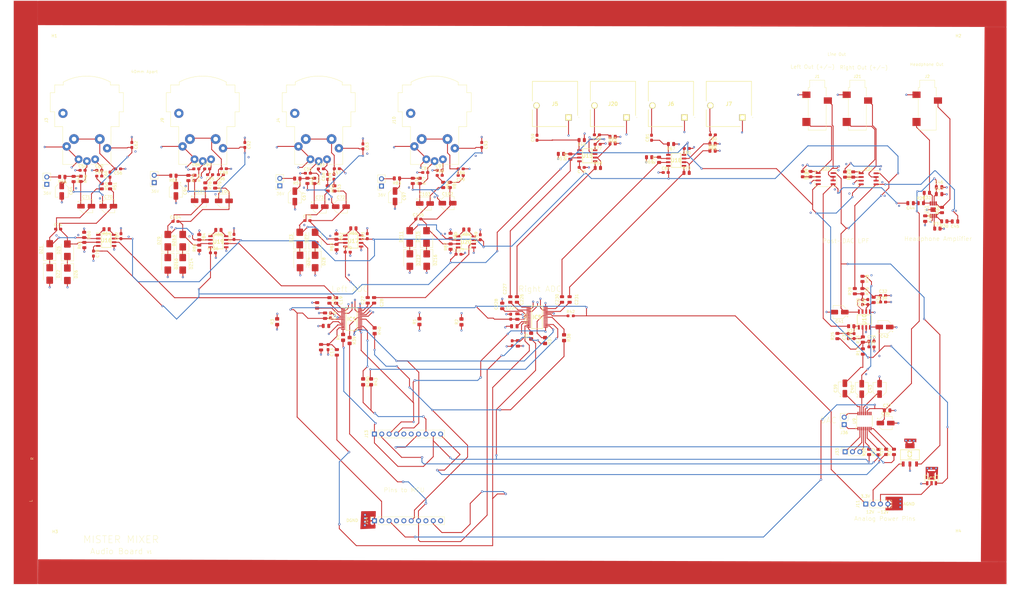
<source format=kicad_pcb>
(kicad_pcb (version 20240108) (generator "pcbnew") (generator_version "8.0")
  (layers (0 "F.Cu" signal) (1 "In1.Cu" power) (2 "In2.Cu" power) (31 "B.Cu" signal) (34 "B.Paste" user) (35 "F.Paste" user) (36 "B.SilkS" user "B.Silkscreen") (37 "F.SilkS" user "F.Silkscreen") (38 "B.Mask" user) (39 "F.Mask" user) (44 "Edge.Cuts" user))
  (net 0 "")
  (net 1 "12V")
  (net 2 "RIGHT_IN")
  (net 3 "Net-(U10B--)")
  (net 4 "Net-(U10A--)")
  (net 5 "Net-(U34A--)")
  (net 6 "Net-(U35A--)")
  (net 7 "RIGHT_OUT-")
  (net 8 "RIGHT_OUT+")
  (net 9 "LEFT_OUT+")
  (net 10 "LEFT_OUT-")
  (net 12 "Net-(IC1-SCKI)")
  (net 13 "Net-(IC1-DOUT)")
  (net 15 "Net-(IC5-DOUT)")
  (net 21 "AIN_8")
  (net 22 "Net-(IC5-VINL4{slash}VIN4M)")
  (net 23 "AIN_7")
  (net 24 "Net-(IC5-VINL3{slash}VIN4P)")
  (net 25 "Net-(IC5-LDO)")
  (net 26 "Net-(IC5-VREF)")
  (net 27 "Net-(IC5-VINL1{slash}VIN1P)")
  (net 28 "AIN_5")
  (net 29 "Net-(IC5-VINL2{slash}VIN1M)")
  (net 30 "AIN_6")
  (net 33 "-12V")
  (net 34 "Net-(C44-Pad1)")
  (net 35 "Net-(J29-Pad2)")
  (net 36 "Net-(J30-Pad2)")
  (net 37 "Net-(U20-RG1)")
  (net 38 "Net-(U20-RG2)")
  (net 39 "Net-(U19-RG1)")
  (net 40 "Net-(U19-RG2)")
  (net 41 "Net-(J31-Pad2)")
  (net 42 "Net-(J32-Pad2)")
  (net 43 "Net-(U18B--)")
  (net 44 "Net-(U18A--)")
  (net 45 "Net-(U17-RG2)")
  (net 46 "Net-(U17-RG1)")
  (net 47 "Net-(U16-RG1)")
  (net 48 "Net-(U16-RG2)")
  (net 49 "Net-(U15B--)")
  (net 50 "Net-(U15A--)")
  (net 51 "Net-(U11-SHDN)")
  (net 52 "Net-(U11-IN2-)")
  (net 53 "Net-(U11-IN1-)")
  (net 54 "Net-(U9-DATA)")
  (net 55 "Net-(U9-LRCK)")
  (net 56 "Net-(U9-SCK)")
  (net 57 "Net-(U9-BCK)")
  (net 58 "36V")
  (net 61 "LRCK_ADC")
  (net 66 "SDA")
  (net 68 "SCL")
  (net 69 "Net-(DZ15-K)")
  (net 70 "Net-(DZ13-K)")
  (net 71 "Net-(DZ11-K)")
  (net 72 "Net-(DZ10-K)")
  (net 73 "Net-(DZ7-K)")
  (net 74 "Net-(DZ5-K)")
  (net 75 "Net-(DZ3-K)")
  (net 76 "Net-(DZ1-K)")
  (net 77 "-IN4")
  (net 78 "+IN4")
  (net 79 "-IN2")
  (net 80 "+IN2")
  (net 81 "Net-(C99-Pad1)")
  (net 82 "Net-(C98-Pad1)")
  (net 83 "Net-(C97-Pad1)")
  (net 84 "Net-(C96-Pad1)")
  (net 85 "Net-(C95-Pad1)")
  (net 86 "Net-(C94-Pad1)")
  (net 87 "Net-(C102-Pad1)")
  (net 88 "Net-(C100-Pad1)")
  (net 89 "Net-(C91-Pad2)")
  (net 90 "Net-(C90-Pad2)")
  (net 91 "Net-(C89-Pad2)")
  (net 92 "Net-(C88-Pad2)")
  (net 93 "Net-(C103-Pad1)")
  (net 94 "Net-(C101-Pad1)")
  (net 95 "Net-(C81-Pad2)")
  (net 96 "Net-(U18B-+)")
  (net 97 "Net-(C80-Pad2)")
  (net 98 "Net-(U18A-+)")
  (net 99 "-IN3")
  (net 100 "+IN3")
  (net 101 "-IN1")
  (net 102 "+IN1")
  (net 103 "Net-(C69-Pad1)")
  (net 104 "Net-(C68-Pad1)")
  (net 105 "Net-(C67-Pad1)")
  (net 106 "Net-(C66-Pad1)")
  (net 107 "Net-(C65-Pad1)")
  (net 108 "Net-(C64-Pad1)")
  (net 109 "Net-(C63-Pad2)")
  (net 110 "Net-(C62-Pad2)")
  (net 111 "Net-(C61-Pad2)")
  (net 112 "Net-(C60-Pad2)")
  (net 113 "Net-(C59-Pad2)")
  (net 114 "Net-(U15B-+)")
  (net 115 "Net-(U15A-+)")
  (net 116 "Net-(C58-Pad2)")
  (net 117 "Net-(C57-Pad2)")
  (net 118 "Net-(C56-Pad2)")
  (net 119 "Net-(C55-Pad2)")
  (net 120 "Net-(C54-Pad2)")
  (net 121 "Net-(U11-BYPASS)")
  (net 122 "Net-(C45-Pad2)")
  (net 123 "Net-(U9-V_{COM})")
  (net 124 "Net-(U9-V_{OUT}R)")
  (net 125 "Net-(U9-V_{OUT}L)")
  (net 126 "Net-(C35-Pad2)")
  (net 127 "Net-(C33-Pad2)")
  (net 128 "Net-(C30-Pad1)")
  (net 129 "Net-(C29-Pad1)")
  (net 130 "AIN_4")
  (net 131 "Net-(IC1-VINL4{slash}VIN4M)")
  (net 132 "AIN_3")
  (net 133 "Net-(IC1-VINL3{slash}VIN4P)")
  (net 134 "Net-(IC1-LDO)")
  (net 135 "Net-(IC1-VREF)")
  (net 136 "Net-(IC1-VINL1{slash}VIN1P)")
  (net 137 "AIN_1")
  (net 138 "Net-(IC1-VINL2{slash}VIN1M)")
  (net 139 "AIN_2")
  (net 140 "DATA")
  (net 141 "MCLK")
  (net 142 "LEFT_OUT")
  (net 143 "RIGHT_OUT")
  (net 144 "VOUT_R")
  (net 145 "VOUT_L")
  (net 146 "3.3V")
  (net 147 "LEFT_IN")
  (net 148 "5V")
  (net 149 "Net-(U9-~{MS})")
  (net 150 "Net-(U9-MC)")
  (net 151 "Net-(U9-MD)")
  (net 152 "Net-(U9-ZEROL)")
  (net 153 "Net-(U9-ZEROR)")
  (net 154 "Net-(IC5-MS{slash}AD)")
  (net 155 "3.3V_2")
  (net 156 "Net-(IC1-DVDD)")
  (net 157 "DGND")
  (net 158 "Net-(IC1-MC{slash}SCL)")
  (net 159 "Net-(IC1-MOSI{slash}SDA)")
  (net 160 "AGND")
  (net 161 "Net-(IC5-MOSI{slash}SDA)")
  (net 162 "Net-(IC5-MC{slash}SCL)")
  (net 163 "REAL_12V")
  (net 164 "REAL_-12V")
  (net 165 "BCLK_DAC")
  (net 166 "LRCK_DAC")
  (net 167 "BCLK_ADC")
  (net 169 "DIN")
  (net 174 "Net-(IC5-SCKI)")
  (footprint "Resistor_SMD:R_0805_2012Metric" (layer "F.Cu") (at 82.86 98.5 -90)
    (property "Reference" "R78")
    (property "Value" "10k")
  )
  (footprint "Capacitor_SMD:C_0603_1608Metric_Pad1.08x0.95mm_HandSolder" (layer "F.Cu") (at 138.75 116 90)
    (property "Reference" "C83")
    (property "Value" "0.1uF")
  )
  (footprint "Capacitor_SMD:C_0603_1608Metric_Pad1.08x0.95mm_HandSolder" (layer "F.Cu") (at 241.75 94)
    (property "Reference" "C84")
    (property "Value" "0.1uF")
  )
  (footprint "Capacitor_SMD:C_0603_1608Metric_Pad1.08x0.95mm_HandSolder" (layer "F.Cu") (at 92.75 116.25 90)
    (property "Reference" "C108")
    (property "Value" "0.1uF")
  )
  (footprint "Diode_SMD:D_SMB" (layer "F.Cu") (at 115.45 116.8 90)
    (property "Reference" "DZ3")
    (property "Value" "10V")
  )
  (footprint "Capacitor_SMD:C_0603_1608Metric_Pad1.08x0.95mm_HandSolder" (layer "F.Cu") (at 125.21 154.33 -90)
    (property "Reference" "C17" (hide yes))
    (property "Value" "0.1uF")
  )
  (footprint "Resistor_SMD:R_0805_2012Metric" (layer "F.Cu") (at 77.01 95.9 -90)
    (property "Reference" "R74")
    (property "Value" "5.1k")
  )
  (footprint "PCM_Package_SO_AKL:SO-8_3.9x4.9mm_P1.27mm" (layer "F.Cu") (at 311.775 96.185)
    (property "Reference" "U34")
    (property "Value" "NE5532AD" (hide yes))
  )
  (footprint "Capacitor_SMD:C_0603_1608Metric_Pad1.08x0.95mm_HandSolder" (layer "F.Cu") (at 312.75 152.25)
    (property "Reference" "C29")
    (property "Value" "1200pF")
  )
  (footprint "Capacitor_SMD:CP_Elec_4x5.8" (layer "F.Cu") (at 315.55 168.75 90)
    (property "Reference" "C43")
    (property "Value" "10uF")
  )
  (footprint "Resistor_SMD:R_0805_2012Metric" (layer "F.Cu") (at 309.77 151.6925 90)
    (property "Reference" "R23")
    (property "Value" "1k")
  )
  (footprint "MountingHole:MountingHole_3.2mm_M3" (layer "F.Cu") (at 342.75 222)
    (property "Reference" "H4")
    (property "Value" "MountingHole_M3")
  )
  (footprint "SamacSys_Parts:SOIC127P600X175-8N" (layer "F.Cu") (at 172.8 118)
    (property "Reference" "U20")
    (property "Value" "SSM2019BRNZ" (hide yes))
  )
  (footprint "Resistor_SMD:R_0805_2012Metric_Pad1.20x1.40mm_HandSolder" (layer "F.Cu") (at 130.4 150.95 90)
    (property "Reference" "R4")
    (property "Value" "1k")
  )
  (footprint "Capacitor_SMD:C_0603_1608Metric_Pad1.08x0.95mm_HandSolder" (layer "F.Cu") (at 170.25 122.25)
    (property "Reference" "C107")
    (property "Value" "0.1uF")
  )
  (footprint "Diode_SMD:D_SMB" (layer "F.Cu") (at 153.4 116.25 90)
    (property "Reference" "DZ11")
    (property "Value" "10V")
  )
  (footprint "Resistor_SMD:R_0805_2012Metric" (layer "F.Cu") (at 239.45 89.625 90)
    (property "Reference" "R71")
    (property "Value" "2.2k")
  )
  (footprint "Resistor_SMD:R_0805_2012Metric" (layer "F.Cu") (at 47.1 98.75 -90)
    (property "Reference" "R50")
    (property "Value" "10k")
  )
  (footprint "Capacitor_SMD:C_0805_2012Metric" (layer "F.Cu") (at 122.8 154.35 -90)
    (property "Reference" "C15" (hide yes))
    (property "Value" "10uF")
  )
  (footprint "Capacitor_SMD:CP_Elec_4x5.8" (layer "F.Cu") (at 113.75 102.25 -90)
    (property "Reference" "C67")
    (property "Value" "47uF")
  )
  (footprint "Capacitor_SMD:C_0603_1608Metric_Pad1.08x0.95mm_HandSolder" (layer "F.Cu") (at 44.25 122 -90)
    (property "Reference" "C78")
    (property "Value" "0.1uF")
  )
  (footprint "Connector_PinSocket_2.54mm:PinSocket_1x02_P2.54mm_Vertical" (layer "F.Cu") (at 65.235 97.5 180)
    (property "Reference" "J31" (hide yes))
    (property "Value" "PINHD_1x2_Female")
  )
  (footprint "Capacitor_SMD:C_0603_1608Metric_Pad1.08x0.95mm_HandSolder" (layer "F.Cu") (at 46.25 95.25)
    (property "Reference" "C65")
    (property "Value" "22uF")
  )
  (footprint "Connector_PinSocket_2.54mm:PinSocket_1x04_P2.54mm_Vertical" (layer "F.Cu") (at 310.78 208.505 90)
    (property "Reference" "J11")
    (property "Value" "PINHD_1x4_Female")
  )
  (footprint "Resistor_SMD:R_0805_2012Metric" (layer "F.Cu") (at 156.85 96.9 -90)
    (property "Reference" "R77")
    (property "Value" "5.1k")
  )
  (footprint "Resistor_SMD:R_0805_2012Metric" (layer "F.Cu") (at 313.5 138 -90)
    (property "Reference" "R24")
    (property "Value" "1k")
  )
  (footprint "Capacitor_SMD:C_0603_1608Metric_Pad1.08x0.95mm_HandSolder" (layer "F.Cu") (at 85.5 121.75)
    (property "Reference" "C106")
    (property "Value" "0.1uF")
  )
  (footprint "Package_SO:SSOP-16_3.9x4.9mm_P0.635mm" (layer "F.Cu") (at 310.3425 179.85 90)
    (property "Reference" "U9")
    (property "Value" "PCM1780")
  )
  (footprint "Capacitor_SMD:C_0805_2012Metric" (layer "F.Cu") (at 138.9 138.15 90)
    (property "Reference" "C27")
    (property "Value" "10uF")
  )
  (footprint "Capacitor_SMD:CP_Elec_4x5.8" (layer "F.Cu") (at 148.33375 102.2 -90)
    (property "Reference" "C97")
    (property "Value" "47uF")
  )
  (footprint "Capacitor_SMD:C_0603_1608Metric_Pad1.08x0.95mm_HandSolder" (layer "F.Cu") (at 49.95 94.75 90)
    (property "Reference" "C66")
    (property "Value" "22uF")
  )
  (footprint "Resistor_SMD:R_0805_2012Metric_Pad1.20x1.40mm_HandSolder" (layer "F.Cu") (at 132.65 152.03 -90)
    (property "Reference" "R39")
    (property "Value" "1k")
  )
  (footprint "Capacitor_SMD:C_0805_2012Metric" (layer "F.Cu") (at 188.1 137.86 -90)
    (property "Reference" "C227")
    (property "Value" "10uF")
  )
  (footprint "Capacitor_SMD:C_0603_1608Metric_Pad1.08x0.95mm_HandSolder" (layer "F.Cu") (at 89.25 92.7 180)
    (property "Reference" "C88")
    (property "Value" "470pF")
  )
  (footprint "Capacitor_SMD:CP_Elec_4x5.8" (layer "F.Cu") (at 49.35 105.65)
    (property "Reference" "C70")
    (property "Value" "47 uF")
  )
  (footprint "SamacSys_Parts:ACJMMV2" (layer "F.Cu") (at 228.21 75)
    (property "Reference" "J20")
    (property "Value" "ACJM-MV-2" (hide yes))
  )
  (footprint "Resistor_SMD:R_0805_2012Metric_Pad1.20x1.40mm_HandSolder" (layer "F.Cu") (at 156.75 145.5 90)
    (property "Reference" "R1")
    (property "Value" "0R")
  )
  (footprint "Capacitor_SMD:C_0805_2012Metric" (layer "F.Cu") (at 341.5736 110.9275 180)
    (property "Reference" "C45")
    (property "Value" "1uF")
  )
  (footprint "Capacitor_SMD:CP_Elec_4x5.8" (layer "F.Cu") (at 33.3 100.3 -90)
    (property "Reference" "C64")
    (property "Value" "47uF")
  )
  (footprint "Connector_PinSocket_2.54mm:PinSocket_1x02_P2.54mm_Vertical" (layer "F.Cu") (at 303.345 181.075 180)
    (property "Reference" "J36")
    (property "Value" "PINHD_1x2_Female")
  )
  (footprint "Capacitor_SMD:C_0603_1608Metric_Pad1.08x0.95mm_HandSolder" (layer "F.Cu") (at 46.25 93.25)
    (property "Reference" "C60")
    (property "Value" "470pF")
  )
  (footprint "Capacitor_SMD:C_0603_1608Metric_Pad1.08x0.95mm_HandSolder" (layer "F.Cu") (at 218 81 180)
    (property "Reference" "C58")
    (property "Value" "0.1uF")
  )
  (footprint "Capacitor_SMD:CP_Elec_4x5.8" (layer "F.Cu") (at 303.575 168.6 90)
    (property "Reference" "C39")
    (property "Value" "10uF")
  )
  (footprint "Capacitor_SMD:C_0603_1608Metric_Pad1.08x0.95mm_HandSolder" (layer "F.Cu") (at 249 85.7 180)
    (property "Reference" "C85")
    (property "Value" "0.1uF")
  )
  (footprint "Resistor_SMD:R_0805_2012Metric" (layer "F.Cu") (at 303.65 94.7 -90)
    (property "Reference" "R169")
    (property "Value" "3k")
  )
  (footprint "Capacitor_SMD:C_0805_2012Metric" (layer "F.Cu") (at 190.55 143.75 -90)
    (property "Reference" "C222")
    (property "Value" "10uF")
  )
  (footprint "MountingHole:MountingHole_3.2mm_M3" (layer "F.Cu") (at 31 222.25)
    (property "Reference" "H3")
    (property "Value" "MountingHole_M3")
  )
  (footprint "SamacSys_Parts:ACJMMV2" (layer "F.Cu") (at 208.21 75)
    (property "Reference" "J5")
    (property "Value" "ACJM-MV-2" (hide yes))
  )
  (footprint "SamacSys_Parts:ACJMMV2" (layer "F.Cu") (at 268.21 75)
    (property "Reference" "J7")
    (property "Value" "ACJM-MV-2" (hide yes))
  )
  (footprint "Resistor_SMD:R_0805_2012Metric_Pad1.20x1.40mm_HandSolder" (layer "F.Cu") (at 141.29 148.67 -90)
    (property "Reference" "R40")
    (property "Value" "1k")
  )
  (footprint "Capacitor_SMD:C_0603_1608Metric_Pad1.08x0.95mm_HandSolder" (layer "F.Cu") (at 178.25 84.5 -90)
    (property "Reference" "C93")
    (property "Value" "200pF")
  )
  (footprint "Resistor_SMD:R_0805_2012Metric" (layer "F.Cu") (at 167.25 98.3 -90)
    (property "Reference" "R81")
    (property "Value" "10k")
  )
  (footprint "Capacitor_SMD:C_0603_1608Metric_Pad1.08x0.95mm_HandSolder" (layer "F.Cu") (at 158.75 94)
    (property "Reference" "C87")
    (property "Value" "200pF")
  )
  (footprint "Diode_SMD:D_SMB" (layer "F.Cu") (at 35.25 129.15 -90)
    (property "Reference" "DZ6")
    (property "Value" "10V")
  )
  (footprint "Capacitor_SMD:C_0603_1608Metric_Pad1.08x0.95mm_HandSolder" (layer "F.Cu") (at 188.25 143.8 -90)
    (property "Reference" "C224")
    (property "Value" "0.1uF")
  )
  (footprint "Capacitor_SMD:C_0603_1608Metric_Pad1.08x0.95mm_HandSolder" (layer "F.Cu") (at 177.75 116.3625 90)
    (property "Reference" "C109")
    (property "Value" "0.1uF")
  )
  (footprint "Resistor_SMD:R_0805_2012Metric" (layer "F.Cu") (at 309.775 155.825 90)
    (property "Reference" "R17")
    (property "Value" "8.2k")
  )
  (footprint "Resistor_SMD:R_0805_2012Metric" (layer "F.Cu") (at 125.1 99.5 -90)
    (property "Reference" "R52")
    (property "Value" "10k")
  )
  (footprint "Resistor_SMD:R_0805_2012Metric" (layer "F.Cu") (at 218.325 92.45)
    (property "Reference" "R58")
    (property "Value" "2.2k")
  )
  (footprint "Resistor_SMD:R_0805_2012Metric" (layer "F.Cu") (at 236.025 88.725 180)
    (property "Reference" "R69")
    (property "Value" "1k")
  )
  (footprint "SamacSys_Parts:SOIC127P600X175-8N" (layer "F.Cu") (at 87.36025 117.915)
    (property "Reference" "U19")
    (property "Value" "SSM2019BRNZ" (hide yes))
  )
  (footprint "Capacitor_SMD:C_0805_2012Metric" (layer "F.Cu") (at 125.7 138.2 -90)
    (property "Reference" "C20")
    (property "Value" "10uF")
  )
  (footprint "SamacSys_Parts:SOP50P640X120-30N" (layer "F.Cu") (at 197.352 144)
    (property "Reference" "IC5")
    (property "Value" "PCM1865DBT" (hide yes))
  )
  (footprint "Connector_Audio:Jack_3.5mm_CUI_SJ-3523-SMT_Horizontal" (layer "F.Cu") (at 332 70.75)
    (property "Reference" "J2")
    (property "Value" "Headphone Out")
  )
  (footprint "Resistor_SMD:R_0805_2012Metric" (layer "F.Cu") (at 212.75 82.8 180)
    (property "Reference" "R49")
    (property "Value" "1M")
  )
  (footprint "SamacSys_Parts:SOIC127P600X175-8N" (layer "F.Cu") (at 48.65 117.45)
    (property "Reference" "U16")
    (property "Value" "SSM2019BRNZ" (hide yes))
  )
  (footprint "Resistor_SMD:R_0805_2012Metric" (layer "F.Cu") (at 148.98375 96.05 180)
    (property "Reference" "R83")
    (property "Value" "47")
  )
  (footprint "Connector_Audio:Jack_XLR-6.35mm_Neutrik_NCJ6FA-H_Horizontal" (layer "F.Cu") (at 35 85 90)
    (property "Reference" "J3")
    (property "Value" "XLR3_AudioJack3_Combo")
  )
  (footprint "Diode_SMD:D_SMB" (layer "F.Cu") (at 69.91 117.55 90)
    (property "Reference" "DZ9")
    (property "Value" "10V")
  )
  (footprint "Resistor_SMD:R_0805_2012Metric" (layer "F.Cu") (at 208.825 88.525 90)
    (property "Reference" "R59")
    (property "Value" "2.2k")
  )
  (footprint "Resistor_SMD:R_0805_2012Metric" (layer "F.Cu") (at 248.95 94.15)
    (property "Reference" "R70")
    (property "Value" "2.2k")
  )
  (footprint "Capacitor_SMD:CP_Elec_4x5.8" (layer "F.Cu") (at 309.395 168.775 90)
    (property "Reference" "C40")
    (property "Value" "10uF")
  )
  (footprint "Diode_SMD:D_SMB" (layer "F.Cu") (at 120.75 124.75 -90)
    (property "Reference" "DZ8")
    (property "Value" "10V")
  )
  (footprint "Capacitor_SMD:C_0603_1608Metric_Pad1.08x0.95mm_HandSolder" (layer "F.Cu") (at 88.25 94.75 180)
    (property "Reference" "C96")
    (property "Value" "22uF")
  )
  (footprint "Capacitor_SMD:C_0603_1608Metric_Pad1.08x0.95mm_HandSolder" (layer "F.Cu") (at 132 121.5)
    (property "Reference" "C79")
    (property "Value" "0.1uF")
  )
  (footprint "Capacitor_SMD:C_0603_1608Metric_Pad1.08x0.95mm_HandSolder" (layer "F.Cu") (at 212.75 92.25 180)
    (property "Reference" "C76")
    (property "Value" "0.1uF")
  )
  (footprint "Capacitor_SMD:C_0603_1608Metric_Pad1.08x0.95mm_HandSolder" (layer "F.Cu") (at 316.75 136.5)
    (property "Reference" "C32")
    (property "Value" "1200pF")
  )
  (footprint "Resistor_SMD:R_0805_2012Metric" (layer "F.Cu") (at 133.95 113.3 180)
    (property "Reference" "R65")
    (property "Value" "1.1k")
  )
  (footprint "Capacitor_SMD:CP_Elec_4x5.8" (layer "F.Cu") (at 301.7425 142.225 180)
    (property "Reference" "C41")
    (property "Value" "10uF")
  )
  (footprint "Connector_Audio:Jack_3.5mm_CUI_SJ-3523-SMT_Horizontal" (layer "F.Cu") (at 294 70.75)
    (property "Reference" "J1")
    (property "Value" "Line Out (Left)")
  )
  (footprint "Resistor_SMD:R_0805_2012Metric" (layer "F.Cu") (at 39.85 96.2 -90)
    (property "Reference" "R46")
    (property "Value" "5.1k")
  )
  (footprint "Capacitor_SMD:C_0805_2012Metric" (layer "F.Cu") (at 336.085 99.0775)
    (property "Reference" "C46")
    (property "Value" "1uF")
  )
  (footprint "Resistor_SMD:R_0805_2012Metric" (layer "F.Cu") (at 71.8475 95.1 180)
    (property "Reference" "R82")
    (property "Value" "47")
  )
  (footprint "Capacitor_SMD:C_0603_1608Metric_Pad1.08x0.95mm_HandSolder" (layer "F.Cu") (at 57.5 84.5 -90)
    (property "Reference" "C62")
    (property "Value" "200pF")
  )
  (footprint "Capacitor_SMD:C_0805_2012Metric" (layer "F.Cu") (at 121.45 139.9 -90)
    (property "Reference" "C21" (hide yes))
    (property "Value" "2.2uF")
  )
  (footprint "Resistor_SMD:R_0805_2012Metric" (layer "F.Cu") (at 291.6775 94.565 90)
    (property "Reference" "R168")
    (property "Value" "3k")
  )
  (footprint "Capacitor_SMD:C_0603_1608Metric_Pad1.08x0.95mm_HandSolder" (layer "F.Cu") (at 127.25 95.5 90)
    (property "Reference" "C69")
    (property "Value" "22uF")
  )
  (footprint "Capacitor_SMD:C_0805_2012Metric" (layer "F.Cu") (at 185.325 140.085 -90)
    (property "Reference" "C228")
    (property "Value" "2.2uF")
  )
  (footprint "Resistor_SMD:R_0805_2012Metric" (layer "F.Cu") (at 307 135 90)
    (property "Reference" "R28")
    (property "Value" "100")
  )
  (footprint "Capacitor_SMD:C_0603_1608Metric_Pad1.08x0.95mm_HandSolder" (layer "F.Cu") (at 126.07 143.39 -90)
    (property "Reference" "C16")
    (property "Value" "0.1uF")
  )
  (footprint "Resistor_SMD:R_0805_2012Metric" (layer "F.Cu") (at 335.485 113.3775)
    (property "Reference" "R31")
    (property "Value" "82k")
  )
  (footprint "Diode_SMD:D_SMB" (layer "F.Cu") (at 75.06 117.55 90)
    (property "Reference" "DZ13")
    (property "Value" "10V")
  )
  (footprint "Diode_SMD:D_SMB" (layer "F.Cu") (at 159.255 124.25 -90)
    (property "Reference" "DZ16")
    (property "Value" "10V")
  )
  (footprint "Resistor_SMD:R_0805_2012Metric_Pad1.20x1.40mm_HandSolder" (layer "F.Cu") (at 206.66 151.07 -90)
    (property "Reference" "R38")
    (property "Value" "1k")
  )
  (footprint "Connector_PinSocket_2.54mm:PinSocket_1x03_P2.54mm_Vertical" (layer "F.Cu") (at 303.665 190.475 90)
    (property "Reference" "J33")
    (property "Value" "PINHD_1x3_Female")
  )
  (footprint "Capacitor_SMD:C_0603_1608Metric_Pad1.08x0.95mm_HandSolder" (layer "F.Cu") (at 304.75 150.5 90)
    (property "Reference" "C33")
    (property "Value" "120pF")
  )
  (footprint "Connector_PinSocket_2.54mm:PinSocket_1x02_P2.54mm_Vertical" (layer "F.Cu") (at 28.15 98.09 180)
    (property "Reference" "J30" (hide yes))
    (property "Value" "PINHD_1x2_Female")
  )
  (footprint "Resistor_SMD:R_0805_2012Metric" (layer "F.Cu") (at 33.5 95.5 180)
    (property "Reference" "R56")
    (property "Value" "47")
  )
  (footprint "Resistor_SMD:R_0805_2012Metric" (layer "F.Cu") (at 223.425 81.675 180)
    (property "Reference" "R48")
    (property "Value" "1M")
  )
  (footprint "Diode_SMD:D_SMB" (layer "F.Cu") (at 153.455 124.25 -90)
    (property "Reference" "DZ12")
    (property "Value" "10V")
  )
  (footprint "SamacSys_Parts:ACJMMV2" (layer "F.Cu") (at 248.21 75)
    (property "Reference" "J6")
    (property "Value" "ACJM-MV-2" (hide yes))
  )
  (footprint "Capacitor_SMD:CP_Elec_4x5.8" (layer "F.Cu") (at 129.65 105.8)
    (property "Reference" "C72")
    (property "Value" "47 uF")
  )
  (footprint "Capacitor_SMD:C_0603_1608Metric_Pad1.08x0.95mm_HandSolder" (layer "F.Cu") (at 156.355 110.09)
    (property "Reference" "C105")
    (property "Value" "200pF")
  )
  (footprint "Capacitor_SMD:CP_Elec_4x5.8" (layer "F.Cu") (at 41.75 105.65)
    (property "Reference" "C71")
    (property "Value" "47 uF")
  )
  (footprint "Resistor_SMD:R_0805_2012Metric" (layer "F.Cu") (at 289.0775 94.565 -90)
    (property "Reference" "R167")
    (property "Value" "3k")
  )
  (footprint "Resistor_SMD:R_0805_2012Metric_Pad1.20x1.40mm_HandSolder" (layer "F.Cu") (at 107.65 145.55 90)
    (property "Reference" "R3")
    (property "Value" "0R")
  )
  (footprint "Capacitor_SMD:C_0603_1608Metric_Pad1.08x0.95mm_HandSolder" (layer "F.Cu") (at 163.75 95)
    (property "Reference" "C98")
    (property "Value" "22uF")
  )
  (footprint "Capacitor_SMD:C_0805_2012Metric" (layer "F.Cu") (at 141.1 138.15 90)
    (property "Reference" "C28")
    (property "Value" "10uF")
  )
  (footprint "Resistor_SMD:R_0805_2012Metric" (layer "F.Cu") (at 128.15 119.75 90)
    (property "Reference" "R63")
    (property "Value" "2.2k")
  )
  (footprint "Capacitor_SMD:CP_Elec_4x5.8" (layer "F.Cu") (at 72.71 100.3 -90)
    (property "Reference" "C94")
    (property "Value" "47uF")
  )
  (footprint "Capacitor_SMD:CP_Elec_4x5.8" (layer "F.Cu") (at 80.96 103.75)
    (property "Reference" "C101")
    (property "Value" "47 uF")
  )
  (footprint "Capacitor_SMD:C_0805_2012Metric" (layer "F.Cu") (at 124.18 143.47 -90)
    (property "Reference" "C14")
    (property "Value" "10uF")
  )
  (footprint "Resistor_SMD:R_0805_2012Metric" (layer "F.Cu") (at 127.4 99.5 -90)
    (property "Reference" "R53")
    (property "Value" "10k")
  )
  (footprint "Capacitor_SMD:C_0603_1608Metric_Pad1.08x0.95mm_HandSolder" (layer "F.Cu") (at 306.75 150.5 90)
    (property "Reference" "C34")
    (property "Value" "120pF")
  )
  (footprint "Capacitor_SMD:C_0603_1608Metric_Pad1.08x0.95mm_HandSolder" (layer "F.Cu") (at 72.56 110.9)
    (property "Reference" "C104")
    (property "Value" "200pF")
  )
  (footprint "Capacitor_SMD:C_0805_2012Metric" (layer "F.Cu") (at 326.25 104.6 180)
    (property "Reference" "C44")
    (property "Value" "1uF")
  )
  (footprint "Resistor_SMD:R_0805_2012Metric" (layer "F.Cu") (at 48.78 113.6 180)
    (property "Reference" "R64")
    (property "Value" "1.1k")
  )
  (footprint "PCM_Package_SO_AKL:SO-8_3.9x4.9mm_P1.27mm" (layer "F.Cu") (at 296.95 96.11)
    (property "Reference" "U35")
    (property "Value" "NE5532AD" (hide yes))
  )
  (footprint "Capacitor_SMD:C_0603_1608Metric_Pad1.08x0.95mm_HandSolder" (layer "F.Cu") (at 236.85 82 90)
    (property "Reference" "C81")
    (property "Value" "0.1uF")
  )
  (footprint "SamacSys_Parts:XC6902NA01PRG" (layer "F.Cu") (at 333.49 199.825)
    (property "Reference" "IC3")
    (property "Value" "XC6902NA01PR-G" (hide yes))
  )
  (footprint "Capacitor_SMD:CP_Elec_4x5.8" (layer "F.Cu") (at 158.65 104.7)
    (property "Reference" "C103")
    (property "Value" "47 uF")
  )
  (footprint "Connector_Audio:Jack_XLR-6.35mm_Neutrik_NCJ6FA-H_Horizontal" (layer "F.Cu") (at 75 85 90)
    (property "Reference" "J9")
    (property "Value" "XLR3_AudioJack3_Combo")
  )
  (footprint "SamacSys_Parts:SOIC127P600X175-8N" (layer "F.Cu") (at 214.688 88.215 180)
    (property "Reference" "U15")
    (property "Value" "OPA2134" (hide yes))
  )
  (footprint "Capacitor_SMD:C_0603_1608Metric_Pad1.08x0.95mm_HandSolder" (layer "F.Cu") (at 52.75 92.75 180)
    (property "Reference" "C56")
    (property "Value" "470pF")
  )
  (footprint "Capacitor_SMD:C_0603_1608Metric_Pad1.08x0.95mm_HandSolder" (layer "F.Cu") (at 218.25 84.25 180)
    (property "Reference" "C77")
    (property "Value" "0.1uF")
  )
  (footprint "Capacitor_SMD:C_0603_1608Metric_Pad1.08x0.95mm_HandSolder" (layer "F.Cu") (at 40.5 93.25)
    (property "Reference" "C54")
    (property "Value" "200pF")
  )
  (footprint "Resistor_SMD:R_0805_2012Metric_Pad1.20x1.40mm_HandSolder" (layer "F.Cu") (at 137.32 166.3 -90)
    (property "Reference" "R180")
    (property "Value" "1k")
  )
  (footprint "Capacitor_SMD:C_0603_1608Metric_Pad1.08x0.95mm_HandSolder" (layer "F.Cu") (at 316.75 138.75)
    (property "Reference" "C30")
    (property "Value" "1200pF")
  )
  (footprint "Capacitor_SMD:C_0603_1608Metric_Pad1.08x0.95mm_HandSolder" (layer "F.Cu") (at 53.75 116 90)
    (property "Reference" "C82")
    (property "Value" "0.1uF")
  )
  (footprint "Capacitor_SMD:C_0805_2012Metric" (layer "F.Cu") (at 190.725 153.025 -90)
    (property "Reference" "C223" (hide yes))
    (property "Value" "10uF")
  )
  (footprint "Connector_Audio:Jack_XLR-6.35mm_Neutrik_NCJ6FA-H_Horizontal" (layer "F.Cu") (at 155 85 90)
    (property "Reference" "J10")
    (property "Value" "XLR3_AudioJack3_Combo")
  )
  (footprint "Capacitor_SMD:CP_Elec_4x5.8" (layer "F.Cu") (at 89.26 103.8)
    (property "Reference" "C100")
    (property "Value" "47 uF")
  )
  (footprint "Capacitor_SMD:C_0805_2012Metric" (layer "F.Cu") (at 190.4 137.86 -90)
    (property "Reference" "C226")
    (property "Value" "10uF")
  )
  (footprint "MountingHole:MountingHole_3.2mm_M3" (layer "F.Cu") (at 30.75 51)
    (property "Reference" "H1")
    (property "Value" "MountingHole_M3")
  )
  (footprint "Resistor_SMD:R_0805_2012Metric" (layer "F.Cu") (at 223.425 83.95)
    (property "Reference" "R55")
    (property "Value" "1k")
  )
  (footprint "Connector_PinSocket_2.54mm:PinSocket_1x02_P2.54mm_Vertical" (layer "F.Cu") (at 108.575 98.6 180)
    (property "Reference" "J29" (hide yes))
    (property "Value" "PINHD_1x2_Female")
  )
  (footprint "Resistor_SMD:R_0805_2012Metric" (layer "F.Cu") (at 257.9125 84.1 180)
    (property "Reference" "R66")
    (property "Value" "1M")
  )
  (footprint "Capacitor_SMD:C_0603_1608Metric_Pad1.08x0.95mm_HandSolder" (layer "F.Cu") (at 128.25 92.7 180)
    (property "Reference" "C57")
    (property "Value" "470pF")
  )
  (footprint "Capacitor_SMD:C_0603_1608Metric_Pad1.08x0.95mm_HandSolder" (layer "F.Cu") (at 312.75 154.25)
    (property "Reference" "C31")
    (property "Value" "1200pF")
  )
  (footprint "Capacitor_SMD:C_0805_2012Metric" (layer "F.Cu") (at 189.5 147.11)
    (property "Reference" "C229" (hide yes))
    (property "Value" "2.2uF")
  )
  (footprint "Capacitor_SMD:C_0603_1608Metric_Pad1.08x0.95mm_HandSolder" (layer "F.Cu") (at 118.1 110.6)
    (property "Reference" "C75")
    (property "Value" "200pF")
  )
  (footprint "Resistor_SMD:R_0805_2012Metric" (layer "F.Cu") (at 337.8725 110.8775 180)
    (property "Reference" "R30")
    (property "Value" "20k")
  )
  (footprint "Resistor_SMD:R_0805_2012Metric" (layer "F.Cu") (at 309.6425 130.75 -90)
    (property "Reference" "R18")
    (property "Value" "8.2k")
  )
  (footprint "Connector_Audio:Jack_XLR-6.35mm_Neutrik_NCJ6FA-H_Horizontal" (layer "F.Cu") (at 115 85 90)
    (property "Reference" "J4")
    (property "Value" "XLR3_AudioJack3_Combo")
  )
  (footprint "Resistor_SMD:R_0805_2012Metric" (layer "F.Cu") (at 128.1 116.15 -90)
    (property "Reference" "R62")
    (property "Value" "2.2k")
  )
  (footprint "Diode_SMD:D_SMB" (layer "F.Cu") (at 29.15 129.05 -90)
    (property "Reference" "DZ2")
    (property "Value" "10V")
  )
  (footprint "SamacSys_Parts:SOIC127P600X175-8N" (layer "F.Cu") (at 310.3 144.775 90)
    (property "Reference" "U10")
    (property "Value" "OPA2134" (hide yes))
  )
  (footprint "Resistor_SMD:R_0805_2012Metric" (layer "F.Cu") (at 317.82 190.49 90)
    (property "Reference" "R19")
    (property "Value" "100")
  )
  (footprint "Resistor_SMD:R_0805_2012Metric" (layer "F.Cu") (at 205.6 87.575 180)
    (property "Reference" "R57")
    (property "Value" "1k")
  )
  (footprint "Capacitor_SMD:C_0603_1608Metric_Pad1.08x0.95mm_HandSolder" (layer "F.Cu") (at 118.25 94.25)
    (property "Reference" "C55")
    (property "Value" "200pF")
  )
  (footprint "Capacitor_SMD:C_0805_2012Metric" (layer "F.Cu") (at 128 138.2 -90)
    (property "Reference" "C19")
    (property "Value" "10uF")
  )
  (footprint "Resistor_SMD:R_0805_2012Metric" (layer "F.Cu") (at 320.51 190.5 90)
    (property "Reference" "R21")
    (property "Value" "100")
  )
  (footprint "Diode_SMD:D_SMB" (layer "F.Cu") (at 35.25 120.85 90)
    (property "Reference" "DZ5")
    (property "Value" "10V")
  )
  (footprint "Resistor_SMD:R_0805_2012Metric" (layer "F.Cu") (at 257.9125 86.475)
    (property "Reference" "R68")
    (property "Value" "1k")
  )
  (footprint "Capacitor_SMD:CP_Elec_4x5.8" (layer "F.Cu") (at 317.2425 147.375 180)
    (property "Reference" "C42")
    (property "Value" "10uF")
  )
  (footprint "Capacitor_SMD:C_0805_2012Metric" (layer "F.Cu") (at 336.085 101.4775)
    (property "Reference" "C47")
    (property "Value" "10uF")
  )
  (footprint "Resistor_SMD:R_0805_2012Metric" (layer "F.Cu") (at 37.4 96.25 -90)
    (property "Reference" "R44")
    (property "Value" "5.1k")
  )
  (footprint "SamacSys_Parts:SOT230P700X180-4N" (layer "F.Cu") (at 326.01 191.53 90)
    (property "Reference" "IC2")
    (property "Value" "LM2940IMPX-10_NOPB" (hide yes))
  )
  (footprint "Capacitor_SMD:C_0603_1608Metric_Pad1.08x0.95mm_HandSolder" (layer "F.Cu") (at 197.325 82 90)
    (property "Reference" "C59")
    (property "Value" "0.1uF")
  )
  (footprint "Resistor_SMD:R_0805_2012Metric" (layer "F.Cu") (at 41.05 115.5625 -90)
    (property "Reference" "R60")
    (property "Value" "2.2k")
  )
  (footprint "Capacitor_SMD:C_0603_1608Metric_Pad1.08x0.95mm_HandSolder" (layer "F.Cu") (at 84.5 94.75 180)
    (property "Reference" "C95")
    (property "Value" "22uF")
  )
  (footprint "Capacitor_SMD:CP_Elec_4x5.8" (layer "F.Cu") (at 317.62 180.55)
    (property "Reference" "C38")
    (property "Value" "10uF")
  )
  (footprint "Capacitor_SMD:C_0805_2012Metric" (layer "F.Cu") (at 318.15 176.2)
    (property "Reference" "C37")
    (property "Value" "0.1uF")
  )
  (footprint "Resistor_SMD:R_0805_2012Metric" (layer "F.Cu") (at 118.1 96.8875 -90)
    (property "Reference" "R45")
    (property "Value" "5.1k")
  )
  (footprint "Capacitor_SMD:C_0603_1608Metric_Pad1.08x0.95mm_HandSolder" (layer "F.Cu") (at 163.75 93.25)
    (property "Reference" "C91")
    (property "Value" "470pF")
  )
  (footprint "SamacSys_Parts:SOIC127P600X175-8N" (layer "F.Cu") (at 245.35 89.81 180)
    (property "Reference" "U18")
    (property "Value" "OPA2134" (hide yes))
  )
  (footprint "Resistor_SMD:R_0805_2012Metric" (layer "F.Cu") (at 87.37225 113.85 180)
    (property "Reference" "R88")
    (property "Value" "1.1k")
  )
  (footprint "Resistor_SMD:R_0603_1608Metric_Pad0.98x0.95mm_HandSolder" (layer "F.Cu") (at 208.94 143.52)
    (property "Reference" "R42")
    (property "Value" "5k")
  )
  (footprint "Resistor_SMD:R_0805_2012Metric_Pad1.20x1.40mm_HandSolder" (layer "F.Cu") (at 171.25 145.6 90)
    (property "Reference" "R2")
    (property "Value" "0R")
  )
  (footprint "Resistor_SMD:R_0805_2012Metric" (layer "F.Cu") (at 114.6 96.1 180)
    (property "Reference" "R54")
    (property "Value" "47")
  )
  (footprint "Resistor_SMD:R_0805_2012Metric" (layer "F.Cu") (at 80.77225 120 90)
    (property "Reference" "R86")
    (property "Value" "2.2k")
  )
  (footprint "Diode_SMD:D_SMB" (layer "F.Cu") (at 69.91 125.55 -90)
    (property "Reference" "DZ10")
    (property "Value" "10V")
  )
  (footprint "Connector_PinSocket_2.54mm:PinSocket_1x10_P2.54mm_Vertical" (layer "F.Cu") (at 141.21 214.3 90)
    (property "Reference" "J14")
    (property "Value" "PINHD_1x10_Female")
  )
  (footprint "Capacitor_SMD:C_0805_2012Metric" (layer "F.Cu") (at 205.95 137.86 90)
    (property "Reference" "C230")
    (property "Value" "10uF")
  )
  (footprint "Capacitor_SMD:CP_Elec_4x5.8" (layer "F.Cu") (at 122.3 105.8)
    (property "Reference" "C73")
    (property "Value" "47 uF")
  )
  (footprint "Capacitor_SMD:C_0603_1608Metric_Pad1.08x0.95mm_HandSolder" (layer "F.Cu") (at 83.5 92.75)
    (property "Reference" "C90")
    (property "Value" "470pF")
  )
  (footprint "Resistor_SMD:R_0805_2012Metric" (layer "F.Cu") (at 331.8625 101.025 180)
    (property "Reference" "R33")
    (property "Value" "82k")
  )
  (footprint "Resistor_SMD:R_0805_2012Metric_Pad1.20x1.40mm_HandSolder" (layer "F.Cu") (at 200.1 152.05 -90)
    (property "Reference" "R37")
    (property "Value" "1k")
  )
  (footprint "Resistor_SMD:R_0805_2012Metric" (layer "F.Cu") (at 337.085 106.965 90)
    (property "Reference" "R32")
    (property "Value" "82k")
  )
  (footprint "Resistor_SMD:R_0805_2012Metric" (layer "F.Cu") (at 306.45 94.7 90)
    (property "Reference" "R170")
    (property "Value" "3k")
  )
  (footprint "Resistor_SMD:R_0805_2012Metric" (layer "F.Cu") (at 120.45 96.9 -90)
    (property "Reference" "R47")
    (property "Value" "5.1k")
  )
  (footprint "MountingHole:MountingHole_3.2mm_M3" (layer "F.Cu") (at 342.75 51)
    (property "Reference" "H2")
    (property "Value" "MountingHole_M3")
  )
  (footprint "Capacitor_SMD:C_0603_1608Metric_Pad1.08x0.95mm_HandSolder" (layer "F.Cu") (at 79.75 92.75)
    (property "Reference" "C86")
    (property "Value" "200pF")
  )
  (footprint "Resistor_SMD:R_0805_2012Metric" (layer "F.Cu") (at 79.11 95.8625 -90)
    (property "Reference" "R76")
    (property "Value" "5.1k")
  )
  (footprint "Diode_SMD:D_SMB" (layer "F.Cu") (at 115.55 124.75 -90)
    (property "Reference" "DZ4")
    (property "Value" "10V")
  )
  (footprint "SamacSys_Parts:SOP50P640X120-30N" (layer "F.Cu") (at 133.338 144.65)
    (property "Reference" "IC1")
    (property "Value" "PCM1865DBT" (hide yes))
  )
  (footprint "Capacitor_SMD:C_0805_2012Metric" (layer "F.Cu") (at 124.5 147)
    (property "Reference" "C22" (hide yes))
    (property "Value" "2.2uF")
  )
  (footprint "Diode_SMD:D_SMB" (layer "F.Cu") (at 159.195 116.25 90)
    (property "Reference" "DZ15")
    (property "Value" "10V")
  )
  (footprint "Capacitor_SMD:C_0603_1608Metric_Pad1.08x0.95mm_HandSolder" (layer "F.Cu") (at 309.6425 138.75 90)
    (property "Reference" "C35")
    (property "Value" "120pF")
  )
  (footprint "Resistor_SMD:R_0805_2012Metric" (layer "F.Cu") (at 80.77225 116.3525 -90)
    (property "Reference" "R84")
    (property "Value" "2.2k")
  )
  (footprint "Connector_PinSocket_2.54mm:PinSocket_1x02_P2.54mm_Vertical" (layer "F.Cu") (at 143.65875 98.7 180)
    (property "Reference" "J32" (hide yes))
    (property "Value" "PINHD_1x2_Female")
  )
  (footprint "Resistor_SMD:R_0805_2012Metric" (layer "F.Cu") (at 164.95 98.3 -90)
    (property "Reference" "R80")
    (property "Value" "10k")
  )
  (footprint "Capacitor_SMD:C_0603_1608Metric_Pad1.08x0.95mm_HandSolder" (layer "F.Cu") (at 32.07 113.55)
    (property "Reference" "C74")
    (property "Value" "200pF")
  )
  (footprint "Diode_SMD:D_SMB" (layer "F.Cu") (at 120.75 116.8 90)
    (property "Reference" "DZ7")
    (property "Value" "10V")
  )
  (footprint "Resistor_SMD:R_0805_2012Metric" (layer "F.Cu") (at 86.26 98.5 -90)
    (property "Reference" "R79")
    (property "Value" "10k")
  )
  (footprint "Capacitor_SMD:C_0603_1608Metric_Pad1.08x0.95mm_HandSolder" (layer "F.Cu") (at 258 81 180)
    (property "Reference" "C80")
    (property "Value" "0.1uF")
  )
  (footprint "Resistor_SMD:R_0805_2012Metric" (layer "F.Cu") (at 305.77 147.105 180)
    (property "Reference" "R27")
    (property "Value" "100")
  )
  (footprint "Resistor_SMD:R_0805_2012Metric" (layer "F.Cu") (at 243.575 84.175 180)
    (property "Reference" "R67")
    (property "Value" "1M")
  )
  (footprint "Diode_SMD:D_SMB" (layer "F.Cu") (at 75.06 125.55 -90)
    (property "Reference" "DZ14")
    (property "Value" "10V")
  )
  (footprint "Resistor_SMD:R_0805_2012Metric" (layer "F.Cu") (at 50 98.75 -90)
    (property "Reference" "R51")
    (property "Value" "10k")
  )
  (footprint "SamacSys_Parts:SOIC127P600X175-8N" (layer "F.Cu") (at 133.90025 117.665)
    (property "Reference" "U17")
    (property "Value" "SSM2019BRNZ" (hide yes))
  )
  (footprint "Resistor_SMD:R_0805_2012Metric" (layer "F.Cu") (at 311.94 190.51 90)
    (property "Reference" "R20")
    (property "Value" "100")
  )
  (footprint "Capacitor_SMD:C_0603_1608Metric_Pad1.08x0.95mm_HandSolder" (layer "F.Cu") (at 171 92.75 180)
    (property "Reference" "C89")
    (property "Value" "470pF")
  )
  (footprint "Resistor_SMD:R_0805_2012Metric" (layer "F.Cu") (at 309.6175 135 -90)
    (property "Reference" "R26")
    (property "Value" "15k")
  )
  (footprint "Capacitor_SMD:C_0805_2012Metric" (layer "F.Cu") (at 208.575 137.86 90)
    (property "Reference" "C231")
    (property "Value" "10uF")
  )
  (footprint "Capacitor_SMD:C_0603_1608Metric_Pad1.08x0.95mm_HandSolder" (layer "F.Cu") (at 188.75 153 -90)
    (property "Reference" "C225" (hide yes))
    (property "Value" "0.1uF")
  )
  (footprint "Capacitor_SMD:C_0603_1608Metric_Pad1.08x0.95mm_HandSolder" (layer "F.Cu") (at 311.5 138.75 90)
    (property "Reference" "C36")
    (property "Value" "120pF")
  )
  (footprint "Capacitor_SMD:C_0603_1608Metric_Pad1.08x0.95mm_HandSolder" (layer "F.Cu") (at 122.75 92.75)
    (property "Reference" "C61")
    (property "Value" "470pF")
  )
  (footprint "Capacitor_SMD:C_0805_2012Metric" (layer "F.Cu") (at 331.3 109.925 -90)
    (property "Reference" "C48")
    (property "Value" "1uF")
  )
  (footprint "Resistor_SMD:R_0805_2012Metric" (layer "F.Cu") (at 154.45 96.9 -90)
    (property "Reference" "R75")
    (property "Value" "5.1k")
  )
  (footprint "Resistor_SMD:R_0805_2012Metric_Pad1.20x1.40mm_HandSolder" (layer "F.Cu") (at 140.05 166.3 -90)
    (property "Reference" "R43")
    (property "Value" "1k")
  )
  (footprint "Diode_SMD:D_SMB" (layer "F.Cu") (at 29.15 120.75 90)
    (property "Reference" "DZ1")
    (property "Value" "10V")
  )
  (footprint "Resistor_SMD:R_0805_2012Metric_Pad1.20x1.40mm_HandSolder" (layer "F.Cu") (at 195.3 150.5 90)
    (property "Reference" "R5")
    (property "Value" "1k")
  )
  (footprint "Resistor_SMD:R_0805_2012Metric" (layer "F.Cu") (at 315.17 190.575 90)
    (property "Reference" "R22")
    (property "Value" "100")
  )
  (footprint "Resistor_SMD:R_0805_2012Metric" (layer "F.Cu") (at 41.1 119.0625 90)
    (property "Reference" "R61")
    (property "Value" "2.2k")
  )
  (footprint "Capacitor_SMD:C_0603_1608Metric_Pad1.08x0.95mm_HandSolder" (layer "F.Cu") (at 125.08 95.5 90)
    (property "Reference" "C68")
    (property "Value" "22uF")
  )
  (footprint "Package_SO:HVSSOP-8-1EP_3x3mm_P0.65mm_EP1.57x1.89mm" (layer "F.Cu") (at 334.075 106.85 90)
    (property "Reference" "U11")
    (property "Value" "TPA6110A2DGN")
  )
  (footprint "Capacitor_SMD:C_0603_1608Metric_Pad1.08x0.95mm_HandSolder" (layer "F.Cu") (at 96.5 84.5 -90)
    (property "Reference" "C92")
    (property "Value" "200pF")
  )
  (footprint "Connector_PinSocket_2.54mm:PinSocket_1x10_P2.54mm_Vertical" (layer "F.Cu") (at 141.21 184.325 90)
    (property "Reference" "J13")
    (property "Value" "PINHD_1x10_Female")
  )
  (footprint "Resistor_SMD:R_0805_2012Metric" (layer "F.Cu") (at 172.95 113.7 180)
    (property "Reference" "R89")
    (property "Value" "1.1k")
  )
  (footprint "Capacitor_SMD:C_0603_1608Metric_Pad1.08x0.95mm_HandSolder" (layer "F.Cu") (at 171 95 180)
    (property "Reference" "C99")
    (property "Value" "22uF")
  )
  (footprint "Capacitor_SMD:C_0603_1608Metric_Pad1.08x0.95mm_HandSolder" (layer "F.Cu") (at 137.25 85 -90)
    (property "Reference" "C63")
    (property "Value" "200pF")
  )
  (footprint "Resistor_SMD:R_0805_2012Metric" (layer "F.Cu") (at 329.785 104.5775)
    (property "Reference" "R29")
    (property "Value" "20k")
  )
  (footprint "Capacitor_SMD:C_0805_2012Metric" (layer "F.Cu") (at 128.24 156.12 90)
    (property "Reference" "C13")
    (property "Value" "10uF")
  )
  (footprint "Capacitor_SMD:CP_Elec_4x5.8" (layer "F.Cu") (at 166.45 104.6)
    (property "Reference" "C102")
    (property "Value" "47 uF")
  )
  (footprint "Resistor_SMD:R_0805_2012Metric" (layer "F.Cu") (at 167.5 115.9 -90)
    (property "Reference" "R85")
    (property "Value" "2.2k")
  )
  (footprint "Resistor_SMD:R_0805_2012Metric" (layer "F.Cu") (at 301 150.5 90)
    (property "Reference" "R25")
    (property "Value" "15k")
  )
  (footprint "Connector_Audio:Jack_3.5mm_CUI_SJ-3523-SMT_Horizontal" (layer "F.Cu") (at 307.9 70.75)
    (property "Reference" "J21")
    (property "Value" "Line Out (Right)")
  )
  (footprint "Resistor_SMD:R_0805_2012Metric" (layer "F.Cu") (at 167.5 119.6 90)
    (property "Reference" "R87")
    (property "Value" "2.2k")
  )
  (gr_rect (start 16.5 34.45) (end 359.6 236.4) (stroke (width 0.05)) (fill none) (layer "Edge.Cuts"))
  (gr_text "R" (at 23.7 193.425 90) (layer "F.SilkS") (effects (font (size 1 1) (thickness 0.1)) (justify left bottom)))
  (gr_text "-12V" (at 316.69 211.26 0) (layer "F.SilkS") (effects (font (size 1 1))))
  (gr_text "L" (at 23.25 207.9 90) (layer "F.SilkS") (effects (font (size 1 1) (thickness 0.1)) (justify left bottom)))
  (gr_text "Post-DAC LPF" (at 295.75 118.5 0) (layer "F.SilkS") (effects (font (size 1.5 1.5) (thickness 0.1)) (justify left bottom)))
  (gr_text "Pins to MCU" (at 144.375 204.55 0) (layer "F.SilkS") (effects (font (size 1.5 1.5) (thickness 0.1)) (justify left bottom)))
  (gr_text "DAC" (at 295 180.75 0) (layer "F.SilkS") (effects (font (size 2 2) (thickness 0.1)) (justify left bottom)))
  (gr_text "MISTER MIXER" (at 40.62 222.23 0) (layer "F.SilkS") (effects (font (size 2.5 2.5) (thickness 0.1)) (justify left bottom)))
  (gr_text "3.3V" (at 310.66 205.82 0) (layer "F.SilkS") (effects (font (size 1 1))))
  (gr_text "Right ADC\n" (at 190.85 135.39 0) (layer "F.SilkS") (effects (font (size 2 2) (thickness 0.1)) (justify left bottom)))
  (gr_text "12V" (at 312.3 211.26 0) (layer "F.SilkS") (effects (font (size 1 1))))
  (gr_text "36V" (at 107.3 101.9 0) (layer "F.SilkS") (effects (font (size 1 1) (thickness 0.1)) (justify left bottom)))
  (gr_text "Analog Power Pins" (at 306.72 214.42 0) (layer "F.SilkS") (effects (font (size 1.5 1.5) (thickness 0.1)) (justify left bottom)))
  (gr_text "Right Out (+/-)" (at 301.75 58.5 0) (layer "F.SilkS") (effects (font (size 1.3 1.3) (thickness 0.1)) (justify left bottom)))
  (gr_text "Left ADC" (at 126.28 135.39 0) (layer "F.SilkS") (effects (font (size 2 2) (thickness 0.1)) (justify left bottom)))
  (gr_text "40mm Apart" (at 57.15 59.75 0) (layer "F.SilkS") (effects (font (size 1 1) (thickness 0.1)) (justify left bottom)))
  (gr_text "Headphone Out" (at 326 57.25 0) (layer "F.SilkS") (effects (font (size 1 1) (thickness 0.1)) (justify left bottom)))
  (gr_text "Audio Board" (at 43.06 226 0) (layer "F.SilkS") (effects (font (size 2 2) (thickness 0.1)) (justify left bottom)))
  (gr_text "36V" (at 142.3 102.35 0) (layer "F.SilkS") (effects (font (size 1 1) (thickness 0.1)) (justify left bottom)))
  (gr_text "36V" (at 26.85 101.75 0) (layer "F.SilkS") (effects (font (size 1 1) (thickness 0.1)) (justify left bottom)))
  (gr_text "V1" (at 62.62 225.7 0) (layer "F.SilkS") (effects (font (size 1 1) (thickness 0.1)) (justify left bottom)))
  (gr_text "Line Out" (at 297.5 53.75 0) (layer "F.SilkS") (effects (font (size 1 1) (thickness 0.1)) (justify left bottom)))
  (gr_text "Left Out (+/-)" (at 284.75 58.25 0) (layer "F.SilkS") (effects (font (size 1.3 1.3) (thickness 0.1)) (justify left bottom)))
  (gr_text "36V" (at 64.05 101.1 0) (layer "F.SilkS") (effects (font (size 1 1) (thickness 0.1)) (justify left bottom)))
  (gr_text "AGND" (at 325.71 208.49 0) (layer "F.SilkS") (effects (font (size 1 1))))
  (gr_text "DGND" (at 133.55 214.175 0) (layer "F.SilkS") (effects (font (size 1 1))))
  (gr_text "Headphone Amplifier" (at 324 117.75 0) (layer "F.SilkS") (effects (font (size 1.5 1.5) (thickness 0.1)) (justify left bottom)))
  (segment (start 302.3 111.525) (end 302.3 96.105001) (width 0.3) (layer "F.Cu") (net 1))
  (segment (start 53.52 116.9) (end 53.45 116.83) (width 0.3) (layer "F.Cu") (net 1))
  (segment (start 315.63 94.28) (end 314.35 94.28) (width 0.3) (layer "F.Cu") (net 1))
  (segment (start 302.25 115.135) (end 302.25 125.55) (width 0.3) (layer "F.Cu") (net 1))
  (segment (start 242.75 96.1) (end 242.75 93.995) (width 0.3) (layer "F.Cu") (net 1))
  (segment (start 57.725 116.9) (end 53.52 116.9) (width 0.3) (layer "F.Cu") (net 1))
  (segment (start 51.362 116.815) (end 53.455 116.815) (width 0.3) (layer "F.Cu") (net 1))
  (segment (start 211.97 90.126) (end 211.976 90.12) (width 0.3) (layer "F.Cu") (net 1))
  (segment (start 329.94 194.68) (end 336.36 188.26) (width 0.3) (layer "F.Cu") (net 1))
  (segment (start 57.725 116.9) (end 53.57 116.9) (width 0.3) (layer "F.Cu") (net 1))
  (segment (start 302.25 125.55) (end 302.25 140.9325) (width 0.3) (layer "F.Cu") (net 1))
  (segment (start 318.75 97.4) (end 315.63 94.28) (width 0.3) (layer "F.Cu") (net 1))
  (segment (start 138.5 117.03) (end 140.78 117.03) (width 0.3) (layer "F.Cu") (net 1))
  (segment (start 316.1 102) (end 318.75 99.35) (width 0.3) (layer "F.Cu") (net 1))
  (segment (start 242.605 91.748) (end 242.638 91.715) (width 0.3) (layer "F.Cu") (net 1))
  (segment (start 302.29 125.59) (end 302.25 125.55) (width 0.3) (layer "F.Cu") (net 1))
  (segment (start 136.61225 117.03) (end 138.5 117.03) (width 0.3) (layer "F.Cu") (net 1))
  (segment (start 302.3 96.105001) (end 300.399999 94.205) (width 0.3) (layer "F.Cu") (net 1))
  (segment (start 90.07225 117.28) (end 91.72225 117.28) (width 0.3) (layer "F.Cu") (net 1))
  (segment (start 53.455 116.815) (end 53.47 116.8) (width 0.3) (layer "F.Cu") (net 1))
  (segment (start 336.36 188.26) (end 336.36 150.03) (width 0.3) (layer "F.Cu") (net 1))
  (segment (start 303.5425 142.225) (end 308.32 142.225) (width 0.3) (layer "F.Cu") (net 1))
  (segment (start 242.638 91.715) (end 242.638 93.767) (width 0.3) (layer "F.Cu") (net 1))
  (segment (start 300.399999 94.205) (end 299.525 94.205) (width 0.3) (layer "F.Cu") (net 1))
  (segment (start 304.16 113.225) (end 302.25 115.135) (width 0.3) (layer "F.Cu") (net 1))
  (segment (start 302.25 140.9325) (end 303.5425 142.225) (width 0.3) (layer "F.Cu") (net 1))
  (segment (start 211.97 92.47) (end 211.97 91.9) (width 0.3) (layer "F.Cu") (net 1))
  (segment (start 318.75 99.35) (end 318.75 97.4) (width 0.3) (layer "F.Cu") (net 1))
  (segment (start 302.325 111.55) (end 304 113.225) (width 0.3) (layer "F.Cu") (net 1))
  (segment (start 175.512 117.365) (end 177.61 117.365) (width 0.3) (layer "F.Cu") (net 1))
  (segment (start 321.92 94.29) (end 321.86 94.29) (width 0.3) (layer "F.Cu") (net 1))
  (segment (start 211.976 91.894) (end 211.97 91.9) (width 0.3) (layer "F.Cu") (net 1))
  (segment (start 321.86 94.29) (end 318.75 97.4) (width 0.3) (layer "F.Cu") (net 1))
  (segment (start 304 113.225) (end 304.16 113.225) (width 0.3) (layer "F.Cu") (net 1))
  (segment (start 304.16 113.225) (end 304.875 113.225) (width 0.3) (layer "F.Cu") (net 1))
  (segment (start 304.52 125.59) (end 302.29 125.59) (width 0.3) (layer "F.Cu") (net 1))
  (segment (start 177.61 117.365) (end 177.75 117.225) (width 0.3) (layer "F.Cu") (net 1))
  (segment (start 336.36 150.03) (end 330.93 144.6) (width 0.3) (layer "F.Cu") (net 1))
  (segment (start 211.976 90.12) (end 211.976 91.894) (width 0.3) (layer "F.Cu") (net 1))
  (segment (start 308.32 142.225) (end 308.395 142.3) (width 0.3) (layer "F.Cu") (net 1))
  (segment (start 95.15 117.35) (end 95.03 117.23) (width 0.3) (layer "F.Cu") (net 1))
  (segment (start 178.225 117.225) (end 178.9 117.9) (width 0.3) (layer "F.Cu") (net 1))
  (segment (start 213.8 94.3) (end 211.97 92.47) (width 0.3) (layer "F.Cu") (net 1))
  (segment (start 53.57 116.9) (end 53.47 116.8) (width 0.3) (layer "F.Cu") (net 1))
  (segment (start 91.72225 117.28) (end 91.77225 117.23) (width 0.3) (layer "F.Cu") (net 1))
  (segment (start 177.385 117.365) (end 177.4 117.38) (width 0.3) (layer "F.Cu") (net 1))
  (segment (start 178.9 117.9) (end 178.9 119.75) (width 0.3) (layer "F.Cu") (net 1))
  (segment (start 95.03 117.23) (end 91.77225 117.23) (width 0.3) (layer "F.Cu") (net 1))
  (segment (start 242.638 93.767) (end 242.58 93.825) (width 0.3) (layer "F.Cu") (net 1))
  (segment (start 242.75 93.995) (end 242.58 93.825) (width 0.3) (layer "F.Cu") (net 1))
  (segment (start 140.78 117.03) (end 140.8 117.05) (width 0.3) (layer "F.Cu") (net 1))
  (segment (start 302.325 111.55) (end 302.3 111.525) (width 0.3) (layer "F.Cu") (net 1))
  (segment (start 177.75 117.225) (end 178.225 117.225) (width 0.3) (layer "F.Cu") (net 1))
  (segment (start 328.31 194.68) (end 329.94 194.68) (width 0.3) (layer "F.Cu") (net 1))
  (via (at 57.725 116.9) (size 0.7) (drill 0.3) (layers "F.Cu" "B.Cu") (net 1))
  (via (at 140.8 117.05) (size 0.7) (drill 0.3) (layers "F.Cu" "B.Cu") (net 1))
  (via (at 178.9 119.75) (size 0.7) (drill 0.3) (layers "F.Cu" "B.Cu") (net 1))
  (via (at 213.8 94.3) (size 0.7) (drill 0.3) (layers "F.Cu" "B.Cu") (net 1))
  (via (at 321.92 94.29) (size 0.7) (drill 0.3) (layers "F.Cu" "B.Cu") (net 1))
  (via (at 304.52 125.59) (size 0.7) (drill 0.3) (layers "F.Cu" "B.Cu") (net 1))
  (via (at 304.875 113.225) (size 0.7) (drill 0.3) (layers "F.Cu" "B.Cu") (net 1))
  (via (at 95.125 117.375) (size 0.7) (drill 0.3) (layers "F.Cu" "B.Cu") (net 1))
  (via (at 242.75 96.1) (size 0.7) (drill 0.3) (layers "F.Cu" "B.Cu") (net 1))
  (via (at 316.1 102) (size 0.7) (drill 0.3) (layers "F.Cu" "B.Cu") (net 1))
  (via (at 330.93 144.6) (size 0.7) (drill 0.3) (layers "F.Cu" "B.Cu") (net 1))
  (segment (start 141.25 117.5) (end 140.8 117.05) (width 0.3) (layer "B.Cu") (net 1))
  (segment (start 57.75 129.825) (end 59.645 131.72) (width 0.3) (layer "B.Cu") (net 1))
  (segment (start 214.3 94.3) (end 216.1 96.1) (width 0.3) (layer "B.Cu") (net 1))
  (segment (start 304.55 125.62) (end 304.52 125.59) (width 0.3) (layer "B.Cu") (net 1))
  (segment (start 290.87 84.75) (end 290.92 84.8) (width 0.3) (layer "B.Cu") (net 1))
  (segment (start 127.6 124.45) (end 139.55 124.45) (width 0.3) (layer "B.Cu") (net 1))
  (segment (start 213.8 94.3) (end 214.3 94.3) (width 0.3) (layer "B.Cu") (net 1))
  (segment (start 330.93 137.17) (end 319.38 125.62) (width 0.3) (layer "B.Cu") (net 1))
  (segment (start 316.1 102) (end 304.875 113.225) (width 0.3) (layer "B.Cu") (net 1))
  (segment (start 80.78 131.72) (end 95.125 117.375) (width 0.3) (layer "B.Cu") (net 1))
  (segment (start 120.75 117.6) (end 127.6 124.45) (width 0.3) (layer "B.Cu") (net 1))
  (segment (start 57.725 116.9) (end 57.75 116.925) (width 0.3) (layer "B.Cu") (net 1))
  (segment (start 178.9 119.75) (end 179.2 119.45) (width 0.3) (layer "B.Cu") (net 1))
  (segment (start 59.645 131.72) (end 80.78 131.72) (width 0.3) (layer "B.Cu") (net 1))
  (segment (start 140.8 117.05) (end 176.2 117.05) (width 0.3) (layer "B.Cu") (net 1))
  (segment (start 95.125 117.375) (end 95.15 117.35) (width 0.3) (layer "B.Cu") (net 1))
  (segment (start 330.93 144.6) (end 330.93 137.17) (width 0.3) (layer "B.Cu") (net 1))
  (segment (start 279.52 96.1) (end 290.87 84.75) (width 0.3) (layer "B.Cu") (net 1))
  (segment (start 95.35 117.6) (end 120.75 117.6) (width 0.3) (layer "B.Cu") (net 1))
  (segment (start 57.75 116.925) (end 57.75 129.825) (width 0.3) (layer "B.Cu") (net 1))
  (segment (start 176.2 117.05) (end 178.9 119.75) (width 0.3) (layer "B.Cu") (net 1))
  (segment (start 95.125 117.375) (end 95.35 117.6) (width 0.3) (layer "B.Cu") (net 1))
  (segment (start 319.38 125.62) (end 304.55 125.62) (width 0.3) (layer "B.Cu") (net 1))
  (segment (start 242.75 96.1) (end 279.52 96.1) (width 0.3) (layer "B.Cu") (net 1))
  (segment (start 216.1 96.1) (end 242.75 96.1) (width 0.3) (layer "B.Cu") (net 1))
  (segment (start 141.25 122.75) (end 141.25 117.5) (width 0.3) (layer "B.Cu") (net 1))
  (segment (start 321.92 88.39) (end 321.92 94.29) (width 0.3) (layer "B.Cu") (net 1))
  (segment (start 188.65 119.45) (end 213.8 94.3) (width 0.3) (layer "B.Cu") (net 1))
  (segment (start 139.55 124.45) (end 141.25 122.75) (width 0.3) (layer "B.Cu") (net 1))
  (segment (start 290.92 84.8) (end 318.33 84.8) (width 0.3) (layer "B.Cu") (net 1))
  (segment (start 318.33 84.8) (end 321.92 88.39) (width 0.3) (layer "B.Cu") (net 1))
  (segment (start 179.2 119.45) (end 188.65 119.45) (width 0.3) (layer "B.Cu") (net 1))
  (segment (start 340.775 107.175) (end 342.5236 108.9236) (width 0.3) (layer "F.Cu") (net 2))
  (segment (start 307 105.49) (end 306.975 105.465) (width 0.3) (layer "F.Cu") (net 2))
  (segment (start 317.5 98.1) (end 317.49 98.09) (width 0.3) (layer "F.Cu") (net 2))
  (segment (start 314.35 98.09) (end 306.975 105.465) (width 0.3) (layer "F.Cu") (net 2))
  (segment (start 314.35 98.09) (end 317.5 98.1) (width 0.3) (layer "F.Cu") (net 2))
  (segment (start 307 105.49) (end 307 134.0875) (width 0.3) (layer "F.Cu") (net 2))
  (segment (start 342.5236 108.9236) (end 342.5236 110.9275) (width 0.3) (layer "F.Cu") (net 2))
  (via (at 340.775 107.175) (size 0.7) (drill 0.3) (layers "F.Cu" "B.Cu") (net 2))
  (via (at 317.5 98.1) (size 0.7) (drill 0.3) (layers "F.Cu" "B.Cu") (net 2))
  (segment (start 341.39 106.56) (end 340.775 107.175) (width 0.3) (layer "B.Cu") (net 2))
  (segment (start 329.82 98.1) (end 334.5 93.42) (width 0.3) (layer "B.Cu") (net 2))
  (segment (start 341.39 99.94) (end 341.39 106.56) (width 0.3) (layer "B.Cu") (net 2))
  (segment (start 334.87 93.42) (end 341.39 99.94) (width 0.3) (layer "B.Cu") (net 2))
  (segment (start 334.5 93.42) (end 334.87 93.42) (width 0.3) (layer "B.Cu") (net 2))
  (segment (start 317.5 98.1) (end 329.82 98.1) (width 0.3) (layer "B.Cu") (net 2))
  (segment (start 313.5 138.9125) (end 313.0875 138.9125) (width 0.3) (layer "F.Cu") (net 3))
  (segment (start 311.5 139.6125) (end 311.5 140.25) (width 0.3) (layer "F.Cu") (net 3))
  (segment (start 313.0875 138.9125) (end 312.3875 139.6125) (width 0.3) (layer "F.Cu") (net 3))
  (segment (start 310.935 140.815) (end 310.935 142.3) (width 0.3) (layer "F.Cu") (net 3))
  (segment (start 311.5 139.6125) (end 309.6425 139.6125) (width 0.3) (layer "F.Cu") (net 3))
  (segment (start 312.3875 139.6125) (end 311.5 139.6125) (width 0.3) (layer "F.Cu") (net 3))
  (segment (start 311.5 140.25) (end 310.935 140.815) (width 0.3) (layer "F.Cu") (net 3))
  (segment (start 309.77 147.355) (end 309.665 147.25) (width 0.3) (layer "F.Cu") (net 4))
  (segment (start 309.77 150.78) (end 309.77 147.355) (width 0.3) (layer "F.Cu") (net 4))
  (segment (start 306.75 151.3625) (end 309.1875 151.3625) (width 0.3) (layer "F.Cu") (net 4))
  (segment (start 304.75 151.3625) (end 306.75 151.3625) (width 0.3) (layer "F.Cu") (net 4))
  (segment (start 309.1875 151.3625) (end 309.77 150.78) (width 0.3) (layer "F.Cu") (net 4))
  (segment (start 306.45 95.6125) (end 309.1375 95.6125) (width 0.3) (layer "F.Cu") (net 5))
  (segment (start 309.1375 95.6125) (end 309.2 95.55) (width 0.3) (layer "F.Cu") (net 5))
  (segment (start 306.45 95.6125) (end 303.65 95.6125) (width 0.3) (layer "F.Cu") (net 5))
  (segment (start 291.6775 95.4775) (end 289.0775 95.4775) (width 0.3) (layer "F.Cu") (net 6))
  (segment (start 294.3725 95.4775) (end 294.375 95.475) (width 0.3) (layer "F.Cu") (net 6))
  (segment (start 291.6775 95.4775) (end 294.3725 95.4775) (width 0.3) (layer "F.Cu") (net 6))
  (segment (start 309.2 94.28) (end 313.899999 89.580001) (width 0.3) (layer "F.Cu") (net 7))
  (segment (start 304.412133 76.762133) (end 304.2 76.55) (width 0.3) (layer "F.Cu") (net 7))
  (segment (start 305.684925 78.034925) (end 304.2 76.55) (width 0.3) (layer "F.Cu") (net 7))
  (segment (start 313.899999 89.580001) (end 313.899999 79.168197) (width 0.3) (layer "F.Cu") (net 7))
  (segment (start 308.7075 93.7875) (end 309.2 94.28) (width 0.3) (layer "F.Cu") (net 7))
  (segment (start 312.766727 78.034925) (end 305.684925 78.034925) (width 0.3) (layer "F.Cu") (net 7))
  (segment (start 313.899999 79.168197) (end 312.766727 78.034925) (width 0.3) (layer "F.Cu") (net 7))
  (segment (start 306.45 93.7875) (end 308.7075 93.7875) (width 0.3) (layer "F.Cu") (net 7))
  (segment (start 303.65 92.7) (end 305.6 90.75) (width 0.3) (layer "F.Cu") (net 8))
  (segment (start 312.7 95.55) (end 311.9 94.75) (width 0.3) (layer "F.Cu") (net 8))
  (segment (start 316 91.85) (end 316.025 91.825) (width 0.3) (layer "F.Cu") (net 8))
  (segment (start 314.35 91.85) (end 316 91.85) (width 0.3) (layer "F.Cu") (net 8))
  (segment (start 303.65 93.7875) (end 303.65 92.7) (width 0.3) (layer "F.Cu") (net 8))
  (segment (start 314.35 91.775) (end 314.35 78.981802) (width 0.3) (layer "F.Cu") (net 8))
  (segment (start 311.812133 69.362133) (end 311.6 69.15) (width 0.3) (layer "F.Cu") (net 8))
  (segment (start 314.35 91.85) (end 314.35 91.775) (width 0.3) (layer "F.Cu") (net 8))
  (segment (start 311.9 94.75) (end 311.9 94.225) (width 0.3) (layer "F.Cu") (net 8))
  (segment (start 313.084925 70.634925) (end 311.6 69.15) (width 0.3) (layer "F.Cu") (net 8))
  (segment (start 314.35 96.82) (end 314.35 95.55) (width 0.3) (layer "F.Cu") (net 8))
  (segment (start 314.35 78.981802) (end 313.084925 77.716727) (width 0.3) (layer "F.Cu") (net 8))
  (segment (start 313.084925 77.716727) (end 313.084925 70.634925) (width 0.3) (layer "F.Cu") (net 8))
  (segment (start 314.35 95.55) (end 312.7 95.55) (width 0.3) (layer "F.Cu") (net 8))
  (segment (start 311.9 94.225) (end 314.35 91.775) (width 0.3) (layer "F.Cu") (net 8))
  (via (at 316.025 91.825) (size 0.7) (drill 0.3) (layers "F.Cu" "B.Cu") (net 8))
  (via (at 305.6 90.75) (size 0.7) (drill 0.3) (layers "F.Cu" "B.Cu") (net 8))
  (segment (start 306.675 91.825) (end 305.6 90.75) (width 0.3) (layer "B.Cu") (net 8))
  (segment (start 316.025 91.825) (end 306.675 91.825) (width 0.3) (layer "B.Cu") (net 8))
  (segment (start 299.2 92.575) (end 299.525 92.575) (width 0.3) (layer "F.Cu") (net 9))
  (segment (start 299.525 95.475) (end 298.650001 95.475) (width 0.3) (layer "F.Cu") (net 9))
  (segment (start 299.525 92.575) (end 299.525 77.986092) (width 0.3) (layer "F.Cu") (net 9))
  (segment (start 289.0775 93.6525) (end 289.0775 92.8475) (width 0.3) (layer "F.Cu") (net 9))
  (segment (start 289.0775 92.8475) (end 290.625 91.3) (width 0.3) (layer "F.Cu") (net 9))
  (segment (start 299.525 95.475) (end 299.525 96.745) (width 0.3) (layer "F.Cu") (net 9))
  (segment (start 298.650001 95.475) (end 297.9 94.724999) (width 0.3) (layer "F.Cu") (net 9))
  (segment (start 300.8 92.575) (end 299.525 92.575) (width 0.3) (layer "F.Cu") (net 9))
  (segment (start 299.525 77.986092) (end 299.184925 77.646017) (width 0.3) (layer "F.Cu") (net 9))
  (segment (start 301.525 91.85) (end 300.8 92.575) (width 0.3) (layer "F.Cu") (net 9))
  (segment (start 299.184925 77.646017) (end 299.184925 70.634925) (width 0.3) (layer "F.Cu") (net 9))
  (segment (start 297.9 94.724999) (end 297.9 93.875) (width 0.3) (layer "F.Cu") (net 9))
  (segment (start 299.184925 70.634925) (end 297.7 69.15) (width 0.3) (layer "F.Cu") (net 9))
  (segment (start 297.9 93.875) (end 299.2 92.575) (width 0.3) (layer "F.Cu") (net 9))
  (via (at 301.525 91.85) (size 0.7) (drill 0.3) (layers "F.Cu" "B.Cu") (net 9))
  (via (at 290.625 91.3) (size 0.7) (drill 0.3) (layers "F.Cu" "B.Cu") (net 9))
  (segment (start 301.525 91.85) (end 291.175 91.85) (width 0.3) (layer "B.Cu") (net 9))
  (segment (start 291.175 91.85) (end 290.625 91.3) (width 0.3) (layer "B.Cu") (net 9))
  (segment (start 298.975 89.605) (end 298.975 78.213908) (width 0.3) (layer "F.Cu") (net 10))
  (segment (start 293.8225 93.6525) (end 294.375 94.205) (width 0.3) (layer "F.Cu") (net 10))
  (segment (start 298.796017 78.034925) (end 291.784925 78.034925) (width 0.3) (layer "F.Cu") (net 10))
  (segment (start 298.975 78.213908) (end 298.796017 78.034925) (width 0.3) (layer "F.Cu") (net 10))
  (segment (start 291.6775 93.6525) (end 293.8225 93.6525) (width 0.3) (layer "F.Cu") (net 10))
  (segment (start 294.375 94.205) (end 298.975 89.605) (width 0.3) (layer "F.Cu") (net 10))
  (segment (start 291.784925 78.034925) (end 290.3 76.55) (width 0.3) (layer "F.Cu") (net 10))
  (segment (start 130.4 149.95) (end 130.4 148.15) (width 0.3) (layer "F.Cu") (net 12))
  (segment (start 138.8 161.025) (end 137.32 162.505) (width 0.3) (layer "F.Cu") (net 13))
  (segment (start 137.32 162.505) (end 137.32 165.3) (width 0.3) (layer "F.Cu") (net 13))
  (segment (start 137.3135 147.15) (end 138.82 148.6565) (width 0.3) (layer "F.Cu") (net 13))
  (segment (start 136.276 147.15) (end 137.3135 147.15) (width 0.3) (layer "F.Cu") (net 13))
  (segment (start 138.82 148.6565) (end 138.82 152.03) (width 0.3) (layer "F.Cu") (net 13))
  (via (at 138.82 152.03) (size 0.7) (drill 0.3) (layers "F.Cu" "B.Cu") (net 13))
  (via (at 138.8 161.025) (size 0.7) (drill 0.3) (layers "F.Cu" "B.Cu") (net 13))
  (segment (start 138.8 161.025) (end 138.865 161.025) (width 0.3) (layer "B.Cu") (net 13))
  (segment (start 138.82 160.98) (end 138.8 160.96) (width 0.3) (layer "B.Cu") (net 13))
  (segment (start 138.865 161.025) (end 138.84 161) (width 0.3) (layer "B.Cu") (net 13))
  (segment (start 138.8 160.96) (end 138.8 161.025) (width 0.3) (layer "B.Cu") (net 13))
  (segment (start 138.82 152.03) (end 138.82 160.98) (width 0.3) (layer "B.Cu") (net 13))
  (segment (start 204.48 148.05) (end 202.93 146.5) (width 0.3) (layer "F.Cu") (net 15))
  (segment (start 202.93 146.5) (end 200.29 146.5) (width 0.3) (layer "F.Cu") (net 15))
  (segment (start 204.48 150.87) (end 204.48 148.05) (width 0.3) (layer "F.Cu") (net 15))
  (segment (start 204 151.35) (end 204.48 150.87) (width 0.3) (layer "F.Cu") (net 15))
  (segment (start 139.8 161.99) (end 139.8 165.05) (width 0.3) (layer "F.Cu") (net 15))
  (segment (start 139.8 165.05) (end 140.05 165.3) (width 0.3) (layer "F.Cu") (net 15))
  (via (at 204 151.35) (size 0.7) (drill 0.3) (layers "F.Cu" "B.Cu") (net 15))
  (via (at 139.8 161.99) (size 0.7) (drill 0.3) (layers "F.Cu" "B.Cu") (net 15))
  (segment (start 139.8 161.99) (end 193.36 161.99) (width 0.3) (layer "B.Cu") (net 15))
  (segment (start 193.36 161.99) (end 204 151.35) (width 0.3) (layer "B.Cu") (net 15))
  (segment (start 208.575 133.565) (end 247.99 94.15) (width 0.3) (layer "F.Cu") (net 21))
  (segment (start 248.062 91.715) (end 248.062 93.6245) (width 0.3) (layer "F.Cu") (net 21))
  (segment (start 208.575 136.91) (end 208.575 133.565) (width 0.3) (layer "F.Cu") (net 21))
  (segment (start 248.0625 91.7155) (end 248.062 91.715) (width 0.3) (layer "F.Cu") (net 21))
  (segment (start 247.99 94.15) (end 248.0375 94.15) (width 0.3) (layer "F.Cu") (net 21))
  (segment (start 248.062 93.6245) (end 248.0625 93.625) (width 0.3) (layer "F.Cu") (net 21))
  (segment (start 208.575 138.81) (end 205.385 142) (width 0.3) (layer "F.Cu") (net 22))
  (segment (start 205.385 142) (end 200.29 142) (width 0.3) (layer "F.Cu") (net 22))
  (segment (start 242.5455 90.5375) (end 242.638 90.445) (width 0.3) (layer "F.Cu") (net 23))
  (segment (start 205.95 124.0375) (end 239.45 90.5375) (width 0.3) (layer "F.Cu") (net 23))
  (segment (start 239.45 90.5375) (end 242.5455 90.5375) (width 0.3) (layer "F.Cu") (net 23))
  (segment (start 205.95 136.91) (end 205.95 124.0375) (width 0.3) (layer "F.Cu") (net 23))
  (segment (start 239.45 90.5375) (end 239.625 90.7125) (width 0.3) (layer "F.Cu") (net 23))
  (segment (start 205.95 138.81) (end 203.76 141) (width 0.3) (layer "F.Cu") (net 24))
  (segment (start 203.76 141) (end 200.29 141) (width 0.3) (layer "F.Cu") (net 24))
  (segment (start 194.414 145.5) (end 192.06 145.5) (width 0.3) (layer "F.Cu") (net 25))
  (segment (start 192.06 145.5) (end 190.45 147.11) (width 0.3) (layer "F.Cu") (net 25))
  (segment (start 192.2765 141.95) (end 193.3265 143) (width 0.3) (layer "F.Cu") (net 26))
  (segment (start 185.325 141.035) (end 186.24 141.95) (width 0.3) (layer "F.Cu") (net 26))
  (segment (start 186.24 141.95) (end 192.2765 141.95) (width 0.3) (layer "F.Cu") (net 26))
  (segment (start 193.3265 143) (end 194.414 143) (width 0.3) (layer "F.Cu") (net 26))
  (segment (start 190.79 141.5) (end 194.414 141.5) (width 0.3) (layer "F.Cu") (net 27))
  (segment (start 188.1 138.81) (end 190.79 141.5) (width 0.3) (layer "F.Cu") (net 27))
  (segment (start 188.1 114.18) (end 188.1 136.91) (width 0.3) (layer "F.Cu") (net 28))
  (segment (start 209.325 88.9375) (end 211.8885 88.9375) (width 0.3) (layer "F.Cu") (net 28))
  (segment (start 208.825 89.4375) (end 208.825 93.455) (width 0.3) (layer "F.Cu") (net 28))
  (segment (start 211.8885 88.9375) (end 211.976 88.85) (width 0.3) (layer "F.Cu") (net 28))
  (segment (start 208.825 93.455) (end 188.1 114.18) (width 0.3) (layer "F.Cu") (net 28))
  (segment (start 208.825 89.4375) (end 209.325 88.9375) (width 0.3) (layer "F.Cu") (net 28))
  (segment (start 192.09 140.5) (end 194.414 140.5) (width 0.3) (layer "F.Cu") (net 29))
  (segment (start 190.4 138.81) (end 192.09 140.5) (width 0.3) (layer "F.Cu") (net 29))
  (segment (start 217.4375 90.1575) (end 217.4 90.12) (width 0.3) (layer "F.Cu") (net 30))
  (segment (start 217.4125 92.45) (end 217.4125 90.1825) (width 0.3) (layer "F.Cu") (net 30))
  (segment (start 217.4125 92.075) (end 217.4375 92.05) (width 0.3) (layer "F.Cu") (net 30))
  (segment (start 217.4125 92.325) (end 217.4375 92.3) (width 0.3) (layer "F.Cu") (net 30))
  (segment (start 217.4125 92.45) (end 217.4125 92.075) (width 0.3) (layer "F.Cu") (net 30))
  (segment (start 190.43 119.4325) (end 217.4125 92.45) (width 0.3) (layer "F.Cu") (net 30))
  (segment (start 190.4 136.91) (end 190.43 136.88) (width 0.3) (layer "F.Cu") (net 30))
  (segment (start 190.43 136.88) (end 190.43 119.4325) (width 0.3) (layer "F.Cu") (net 30))
  (segment (start 217.4125 90.1825) (end 217.4375 90.1575) (width 0.3) (layer "F.Cu") (net 30))
  (segment (start 217.4125 92.45) (end 217.4125 92.325) (width 0.3) (layer "F.Cu") (net 30))
  (segment (start 169.3875 122.25) (end 169.3875 120.6055) (width 0.3) (layer "F.Cu") (net 33))
  (segment (start 248.12 87.847) (end 248.062 87.905) (width 0.3) (layer "F.Cu") (net 33))
  (segment (start 167.5 124.02) (end 167.6175 124.02) (width 0.3) (layer "F.Cu") (net 33))
  (segment (start 217.37 86.27) (end 217.365 86.275) (width 0.3) (layer "F.Cu") (net 33))
  (segment (start 339 181.94) (end 339.11 181.94) (width 0.3) (layer "F.Cu") (net 33))
  (segment (start 49.0275 121.1375) (end 68.03 140.14) (width 0.3) (layer "F.Cu") (net 33))
  (segment (start 45.923 119.37) (end 45.938 119.355) (width 0.3) (layer "F.Cu") (net 33))
  (segment (start 248.062 87.905) (end 248.062 85.758) (width 0.3) (layer "F.Cu") (net 33))
  (segment (start 292.45 105.16) (end 292.45 106.75) (width 0.3) (layer "F.Cu") (net 33))
  (segment (start 84.64825 119.82) (end 84.64825 120.894) (width 0.3) (layer "F.Cu") (net 33))
  (segment (start 337.245 201.325) (end 339 199.57) (width 0.3) (layer "F.Cu") (net 33))
  (segment (start 306.175 101.115) (end 309.2 98.09) (width 0.3) (layer "F.Cu") (net 33))
  (segment (start 249.35 83.7) (end 248.12 84.93) (width 0.3) (layer "F.Cu") (net 33))
  (segment (start 169.3875 120.6055) (end 170.088 119.905) (width 0.3) (layer "F.Cu") (net 33))
  (segment (start 292.45 99.94) (end 294.375 98.015) (width 0.3) (layer "F.Cu") (net 33))
  (segment (start 183.6 121.15) (end 183.6 114.65) (width 0.3) (layer "F.Cu") (net 33))
  (segment (start 319.53 153.94) (end 317.235 153.94) (width 0.3) (layer "F.Cu") (net 33))
  (segment (start 248.062 85.758) (end 248.12 85.7) (width 0.3) (layer "F.Cu") (net 33))
  (segment (start 292.45 104.4) (end 292.45 99.94) (width 0.3) (layer "F.Cu") (net 33))
  (segment (start 279.95 92.66) (end 292.45 105.16) (width 0.3) (layer "F.Cu") (net 33))
  (segment (start 292.45 104.4) (end 292.45 105.16) (width 0.3) (layer "F.Cu") (net 33))
  (segment (start 44.25 119.75) (end 44.25 121.1375) (width 0.3) (layer "F.Cu") (net 33))
  (segment (start 339.11 181.94) (end 339 182.05) (width 0.3) (layer "F.Cu") (net 33))
  (segment (start 183.6 114.65) (end 205.45 92.8) (width 0.3) (layer "F.Cu") (net 33))
  (segment (start 84.64225 120.9) (end 84.64225 130.30775) (width 0.3) (layer "F.Cu") (net 33))
  (segment (start 306.175 102.45) (end 306.175 101.115) (width 0.3) (layer "F.Cu") (net 33))
  (segment (start 254.15 92.66) (end 279.95 92.66) (width 0.3) (layer "F.Cu") (net 33))
  (segment (start 339 199.57) (end 339 182.05) (width 0.3) (layer "F.Cu") (net 33))
  (segment (start 219.1375 82.5) (end 220.5 82.5) (width 0.3) (layer "F.Cu") (net 33))
  (segment (start 217.365 86.275) (end 217.4 86.31) (width 0.3) (layer "F.Cu") (net 33))
  (segment (start 313.3 157.875) (end 311.55 157.875) (width 0.3) (layer "F.Cu") (net 33))
  (segment (start 315.4425 147.375) (end 315.4425 155.7325) (width 0.3) (layer "F.Cu") (net 33))
  (segment (start 339 182.05) (end 339 181.94) (width 0.3) (layer "F.Cu") (net 33))
  (segment (start 167.5 125.1) (end 167.5 124.02) (width 0.3) (layer "F.Cu") (net 33))
  (segment (start 167.6175 124.02) (end 169.3875 122.25) (width 0.3) (layer "F.Cu") (net 33))
  (segment (start 84.64825 120.894) (end 84.64225 120.9) (width 0.3) (layer "F.Cu") (net 33))
  (segment (start 248.12 84.93) (end 248.12 85.7) (width 0.3) (layer "F.Cu") (net 33))
  (segment (start 45.938 119.355) (end 44.645 119.355) (width 0.3) (layer "F.Cu") (net 33))
  (segment (start 44.645 119.355) (end 44.25 119.75) (width 0.3) (layer "F.Cu") (net 33))
  (segment (start 292.45 106.75) (end 293.725 108.025) (width 0.3) (layer "F.Cu") (net 33))
  (segment (start 315.4425 147.375) (end 312.33 147.375) (width 0.3) (layer "F.Cu") (net 33))
  (segment (start 131.22 130.02) (end 131.22 120.85) (width 0.3) (layer "F.Cu") (net 33))
  (segment (start 47.205 121.1375) (end 49.0275 121.1375) (width 0.3) (layer "F.Cu") (net 33))
  (segment (start 80.65 134.3) (end 80.6 134.35) (width 0.3) (layer "F.Cu") (net 33))
  (segment (start 315.4425 155.7325) (end 313.3 157.875) (width 0.3) (layer "F.Cu") (net 33))
  (segment (start 84.64225 130.30775) (end 80.65 134.3) (width 0.3) (layer "F.Cu") (net 33))
  (segment (start 131.22 119.60175) (end 131.18825 119.57) (width 0.3) (layer "F.Cu") (net 33))
  (segment (start 217.37 84.83) (end 217.37 86.27) (width 0.3) (layer "F.Cu") (net 33))
  (segment (start 217.3875 84.25) (end 219.1375 82.5) (width 0.3) (layer "F.Cu") (net 33))
  (segment (start 334.99 201.325) (end 337.245 201.325) (width 0.3) (layer "F.Cu") (net 33))
  (segment (start 312.33 147.375) (end 312.205 147.25) (width 0.3) (layer "F.Cu") (net 33))
  (segment (start 131.22 120.85) (end 131.22 119.60175) (width 0.3) (layer "F.Cu") (net 33))
  (segment (start 133 131.8) (end 131.22 130.02) (width 0.3) (layer "F.Cu") (net 33))
  (segment (start 44.25 121.1375) (end 47.205 121.1375) (width 0.3) (layer "F.Cu") (net 33))
  (segment (start 317.235 153.94) (end 315.4425 155.7325) (width 0.3) (layer "F.Cu") (net 33))
  (via (at 311.55 157.875) (size 0.7) (drill 0.3) (layers "F.Cu" "B.Cu") (net 33))
  (via (at 205.45 92.8) (size 0.7) (drill 0.3) (layers "F.Cu" "B.Cu") (net 33))
  (via (at 339 181.94) (size 0.7) (drill 0.3) (layers "F.Cu" "B.Cu") (net 33))
  (via (at 80.65 134.3) (size 0.7) (drill 0.3) (layers "F.Cu" "B.Cu") (net 33))
  (via (at 293.725 108.025) (size 0.7) (drill 0.3) (layers "F.Cu" "B.Cu") (net 33))
  (via (at 220.5 82.5) (size 0.7) (drill 0.3) (layers "F.Cu" "B.Cu") (net 33))
  (via (at 319.53 153.94) (size 0.7) (drill 0.3) (layers "F.Cu" "B.Cu") (net 33))
  (via (at 254.15 92.66) (size 0.7) (drill 0.3) (layers "F.Cu" "B.Cu") (net 33))
  (via (at 167.5 125.1) (size 0.7) (drill 0.3) (layers "F.Cu" "B.Cu") (net 33))
  (via (at 133 131.8) (size 0.7) (drill 0.3) (layers "F.Cu" "B.Cu") (net 33))
  (via (at 183.6 121.15) (size 0.7) (drill 0.3) (layers "F.Cu" "B.Cu") (net 33))
  (via (at 306.175 102.45) (size 0.7) (drill 0.3) (layers "F.Cu" "B.Cu") (net 33))
  (via (at 68.03 140.14) (size 0.7) (drill 0.3) (layers "F.Cu" "B.Cu") (net 33))
  (via (at 249.35 83.7) (size 0.7) (drill 0.3) (layers "F.Cu" "B.Cu") (net 33))
  (segment (start 310.9125 157.2375) (end 311.55 157.875) (width 0.3) (layer "B.Cu") (net 33))
  (segment (start 80.65 135.95) (end 133.7 135.95) (width 0.3) (layer "B.Cu") (net 33))
  (segment (start 159.9 132.7) (end 167.5 125.1) (width 0.3) (layer "B.Cu") (net 33))
  (segment (start 293.8375 108.025) (end 298.6625 112.85) (width 0.3) (layer "B.Cu") (net 33))
  (segment (start 80.65 134.3) (end 80.65 135.95) (width 0.3) (layer "B.Cu") (net 33))
  (segment (start 339 173.41) (end 319.53 153.94) (width 0.3) (layer "B.Cu") (net 33))
  (segment (start 300.6 108.025) (end 306.175 102.45) (width 0.3) (layer "B.Cu") (net 33))
  (segment (start 135.425 134.225) (end 133 131.8) (width 0.3) (layer "B.Cu") (net 33))
  (segment (start 293.725 108.025) (end 293.8375 108.025) (width 0.3) (layer "B.Cu") (net 33))
  (segment (start 80.65 136.95) (end 72.95 144.65) (width 0.3) (layer "B.Cu") (net 33))
  (segment (start 68.44 140.14) (end 68.03 140.14) (width 0.3) (layer "B.Cu") (net 33))
  (segment (start 298.6625 112.85) (end 298.6625 144.725) (width 0.3) (layer "B.Cu") (net 33))
  (segment (start 135.425 134.225) (end 136.95 132.7) (width 0.3) (layer "B.Cu") (net 33))
  (segment (start 72.95 144.65) (end 68.44 140.14) (width 0.3) (layer "B.Cu") (net 33))
  (segment (start 136.95 132.7) (end 159.9 132.7) (width 0.3) (layer "B.Cu") (net 33))
  (segment (start 245.875 87.175) (end 249.35 83.7) (width 0.3) (layer "B.Cu") (net 33))
  (segment (start 167.5 125.1) (end 179.65 125.1) (width 0.3) (layer "B.Cu") (net 33))
  (segment (start 205.45 92.8) (end 211.075 87.175) (width 0.3) (layer "B.Cu") (net 33))
  (segment (start 220.5 82.5) (end 220.45 82.45) (width 0.3) (layer "B.Cu") (net 33))
  (segment (start 249.35 87.86) (end 254.15 92.66) (width 0.3) (layer "B.Cu") (net 33))
  (segment (start 215.8 82.45) (end 211.075 87.175) (width 0.3) (layer "B.Cu") (net 33))
  (segment (start 80.65 135.95) (end 80.65 136.95) (width 0.3) (layer "B.Cu") (net 33))
  (segment (start 220.45 82.45) (end 215.8 82.45) (width 0.3) (layer "B.Cu") (net 33))
  (segment (start 179.65 125.1) (end 183.6 121.15) (width 0.3) (layer "B.Cu") (net 33))
  (segment (start 293.725 108.025) (end 300.6 108.025) (width 0.3) (layer "B.Cu") (net 33))
  (segment (start 339 181.94) (end 339 173.41) (width 0.3) (layer "B.Cu") (net 33))
  (segment (start 298.6625 144.725) (end 310.9125 156.975) (width 0.3) (layer "B.Cu") (net 33))
  (segment (start 211.075 87.175) (end 245.875 87.175) (width 0.3) (layer "B.Cu") (net 33))
  (segment (start 249.35 83.7) (end 249.35 87.86) (width 0.3) (layer "B.Cu") (net 33))
  (segment (start 133.7 135.95) (end 135.425 134.225) (width 0.3) (layer "B.Cu") (net 33))
  (segment (start 311.55 157.875) (end 311.55 157.7625) (width 0.3) (layer "B.Cu") (net 33))
  (segment (start 310.9125 156.975) (end 310.9125 157.2375) (width 0.3) (layer "B.Cu") (net 33))
  (segment (start 328.85 104.6) (end 328.8725 104.5775) (width 0.3) (layer "F.Cu") (net 34))
  (segment (start 327.2 104.6) (end 328.85 104.6) (width 0.3) (layer "F.Cu") (net 34))
  (segment (start 113.6475 96.06) (end 113.6875 96.1) (width 0.3) (layer "F.Cu") (net 35))
  (segment (start 108.575 96.06) (end 113.6475 96.06) (width 0.3) (layer "F.Cu") (net 35))
  (segment (start 32.5375 95.55) (end 32.5875 95.5) (width 0.3) (layer "F.Cu") (net 36))
  (segment (start 28.15 95.55) (end 32.5375 95.55) (width 0.3) (layer "F.Cu") (net 36))
  (segment (start 172.0375 113.7) (end 172.0375 114.1455) (width 0.3) (layer "F.Cu") (net 37))
  (segment (start 172.0375 114.1455) (end 170.088 116.095) (width 0.3) (layer "F.Cu") (net 37))
  (segment (start 173.8625 113.7) (end 173.8625 114.4455) (width 0.3) (layer "F.Cu") (net 38))
  (segment (start 173.8625 114.4455) (end 175.512 116.095) (width 0.3) (layer "F.Cu") (net 38))
  (segment (start 86.45975 113.85) (end 86.45975 114.1985) (width 0.3) (layer "F.Cu") (net 39))
  (segment (start 86.45975 114.1985) (end 84.64825 116.01) (width 0.3) (layer "F.Cu") (net 39))
  (segment (start 88.28475 113.85) (end 88.28475 114.2225) (width 0.3) (layer "F.Cu") (net 40))
  (segment (start 88.28475 114.2225) (end 90.07225 116.01) (width 0.3) (layer "F.Cu") (net 40))
  (segment (start 70.795 94.96) (end 70.935 95.1) (width 0.3) (layer "F.Cu") (net 41))
  (segment (start 65.235 94.96) (end 70.795 94.96) (width 0.3) (layer "F.Cu") (net 41))
  (segment (start 143.65875 96.16) (end 147.96125 96.16) (width 0.3) (layer "F.Cu") (net 42))
  (segment (start 147.96125 96.16) (end 148.07125 96.05) (width 0.3) (layer "F.Cu") (net 42))
  (segment (start 240.175 89.175) (end 242.638 89.175) (width 0.3) (layer "F.Cu") (net 43))
  (segment (start 239.45 88.7125) (end 239.7125 88.7125) (width 0.3) (layer "F.Cu") (net 43))
  (segment (start 239.4375 88.725) (end 239.45 88.7125) (width 0.3) (layer "F.Cu") (net 43))
  (segment (start 236.9375 88.725) (end 239.4375 88.725) (width 0.3) (layer "F.Cu") (net 43))
  (segment (start 239.7125 88.7125) (end 240.175 89.175) (width 0.3) (layer "F.Cu") (net 43))
  (segment (start 242.613 89.2) (end 242.638 89.175) (width 0.3) (layer "F.Cu") (net 43))
  (segment (start 249.1245 90.445) (end 248.062 90.445) (width 0.3) (layer "F.Cu") (net 44))
  (segment (start 249.8625 91.233) (end 249.8625 94.15) (width 0.3) (layer "F.Cu") (net 44))
  (segment (start 254.6205 86.475) (end 249.8875 91.208) (width 0.3) (layer "F.Cu") (net 44))
  (segment (start 249.8875 91.208) (end 249.8625 91.233) (width 0.3) (layer "F.Cu") (net 44))
  (segment (start 249.8875 91.208) (end 249.1245 90.445) (width 0.3) (layer "F.Cu") (net 44))
  (segment (start 257 86.475) (end 254.6205 86.475) (width 0.3) (layer "F.Cu") (net 44))
  (segment (start 134.8625 113.3) (end 134.8625 114.01025) (width 0.3) (layer "F.Cu") (net 45))
  (segment (start 134.8625 114.01025) (end 136.61225 115.76) (width 0.3) (layer "F.Cu") (net 45))
  (segment (start 133.0375 113.3) (end 133.0375 113.91075) (width 0.3) (layer "F.Cu") (net 46))
  (segment (start 133.0375 113.91075) (end 131.18825 115.76) (width 0.3) (layer "F.Cu") (net 46))
  (segment (start 47.8675 113.6) (end 47.8675 113.6155) (width 0.3) (layer "F.Cu") (net 47))
  (segment (start 47.8675 113.6155) (end 45.938 115.545) (width 0.3) (layer "F.Cu") (net 47))
  (segment (start 49.6925 113.6) (end 49.6925 113.8755) (width 0.3) (layer "F.Cu") (net 48))
  (segment (start 49.6925 113.8755) (end 51.362 115.545) (width 0.3) (layer "F.Cu") (net 48))
  (segment (start 206.5125 87.575) (end 208.7875 87.575) (width 0.3) (layer "F.Cu") (net 49))
  (segment (start 208.7875 87.575) (end 208.825 87.6125) (width 0.3) (layer "F.Cu") (net 49))
  (segment (start 206.5125 87.375) (end 206.775 87.1125) (width 0.3) (layer "F.Cu") (net 49))
  (segment (start 211.9185 87.6125) (end 211.931 87.625) (width 0.3) (layer "F.Cu") (net 49))
  (segment (start 206.5125 87.575) (end 206.5125 87.375) (width 0.3) (layer "F.Cu") (net 49))
  (segment (start 208.825 87.6125) (end 211.9185 87.6125) (width 0.3) (layer "F.Cu") (net 49))
  (segment (start 211.931 87.625) (end 211.976 87.58) (width 0.3) (layer "F.Cu") (net 49))
  (segment (start 222.5125 83.95) (end 222.5125 84.65) (width 0.3) (layer "F.Cu") (net 50))
  (segment (start 222.5125 84.65) (end 218.3125 88.85) (width 0.3) (layer "F.Cu") (net 50))
  (segment (start 218.3125 88.85) (end 218.0625 88.85) (width 0.3) (layer "F.Cu") (net 50))
  (segment (start 222.5125 84.4) (end 222.5125 84.65) (width 0.3) (layer "F.Cu") (net 50))
  (segment (start 219.2375 92.45) (end 219.2375 92.075) (width 0.3) (layer "F.Cu") (net 50))
  (segment (start 219.2625 90.05) (end 218.0625 88.85) (width 0.3) (layer "F.Cu") (net 50))
  (segment (start 218.0625 88.85) (end 217.4 88.85) (width 0.3) (layer "F.Cu") (net 50))
  (segment (start 219.2375 92.075) (end 219.2625 92.05) (width 0.3) (layer "F.Cu") (net 50))
  (segment (start 219.2625 92.05) (end 219.2625 90.05) (width 0.3) (layer "F.Cu") (net 50))
  (segment (start 334.5725 113.3775) (end 334.4 113.205) (width 0.3) (layer "F.Cu") (net 51))
  (segment (start 334.4 113.205) (end 334.4 109) (width 0.3) (layer "F.Cu") (net 51))
  (segment (start 337.085 107.8775) (end 336.1725 107.8775) (width 0.3) (layer "F.Cu") (net 52))
  (segment (start 336.1725 107.8775) (end 335.05 109) (width 0.3) (layer "F.Cu") (net 52))
  (segment (start 336.96 110.8775) (end 336.9275 110.8775) (width 0.3) (layer "F.Cu") (net 52))
  (segment (start 336.9275 110.8775) (end 335.05 109) (width 0.3) (layer "F.Cu") (net 52))
  (segment (start 332.9775 104.5775) (end 333.1 104.7) (width 0.3) (layer "F.Cu") (net 53))
  (segment (start 330.6975 104.5775) (end 332.9775 104.5775) (width 0.3) (layer "F.Cu") (net 53))
  (segment (start 330.95 101.025) (end 330.95 104.325) (width 0.3) (layer "F.Cu") (net 53))
  (segment (start 330.95 104.325) (end 330.6975 104.5775) (width 0.3) (layer "F.Cu") (net 53))
  (segment (start 311.295 185.7875) (end 315.17 189.6625) (width 0.3) (layer "F.Cu") (net 54))
  (segment (start 311.295 182.45) (end 311.295 185.7875) (width 0.3) (layer "F.Cu") (net 54))
  (segment (start 312.565 182.45) (end 312.565 182.8575) (width 0.3) (layer "F.Cu") (net 55))
  (segment (start 312.565 182.45) (end 313.3725 182.45) (width 0.3) (layer "F.Cu") (net 55))
  (segment (start 313.3725 182.45) (end 320.51 189.5875) (width 0.3) (layer "F.Cu") (net 55))
  (segment (start 310.66 187.3025) (end 311.94 188.5825) (width 0.3) (layer "F.Cu") (net 56))
  (segment (start 311.94 188.5825) (end 311.94 189.5975) (width 0.3) (layer "F.Cu") (net 56))
  (segment (start 310.66 182.45) (end 310.66 187.3025) (width 0.3) (layer "F.Cu") (net 56))
  (segment (start 317.82 189.21) (end 317.82 189.5775) (width 0.3) (layer "F.Cu") (net 57))
  (segment (start 311.93 183.32) (end 317.82 189.21) (width 0.3) (layer "F.Cu") (net 57))
  (segment (start 311.93 182.45) (end 311.93 183.32) (width 0.3) (layer "F.Cu") (net 57))
  (segment (start 146.29 184.325) (end 150.465 180.15) (width 0.3) (layer "F.Cu") (net 61))
  (segment (start 136.65 155.43) (end 136.65 149.275) (width 0.3) (layer "F.Cu") (net 61))
  (segment (start 136.276 148.15) (end 136.276 148.901) (width 0.3) (layer "F.Cu") (net 61))
  (segment (start 136.62 155.46) (end 136.65 155.43) (width 0.3) (layer "F.Cu") (net 61))
  (segment (start 150.465 180.15) (end 154.75 180.15) (width 0.3) (layer "F.Cu") (net 61))
  (segment (start 154.75 173.59) (end 154.75 180.15) (width 0.3) (layer "F.Cu") (net 61))
  (segment (start 177.9 164.775) (end 177.9 159.11) (width 0.3) (layer "F.Cu") (net 61))
  (segment (start 154.605 173.445) (end 154.75 173.59) (width 0.3) (layer "F.Cu") (net 61))
  (segment (start 177.9 159.11) (end 187.24 149.77) (width 0.3) (layer "F.Cu") (net 61))
  (segment (start 139 157.84) (end 136.62 155.46) (width 0.3) (layer "F.Cu") (net 61))
  (segment (start 154.605 166.395) (end 155.175 165.825) (width 0.3) (layer "F.Cu") (net 61))
  (segment (start 139 157.84) (end 154.605 173.445) (width 0.3) (layer "F.Cu") (net 61))
  (segment (start 154.605 173.445) (end 154.605 166.395) (width 0.3) (layer "F.Cu") (net 61))
  (segment (start 200.275 149.025) (end 200.29 149.01) (width 0.3) (layer "F.Cu") (net 61))
  (segment (start 136.276 148.901) (end 136.65 149.275) (width 0.3) (layer "F.Cu") (net 61))
  (segment (start 200.29 149.01) (end 200.29 147.5) (width 0.3) (layer "F.Cu") (net 61))
  (via (at 187.24 149.77) (size 0.7) (drill 0.3) (layers "F.Cu" "B.Cu") (net 61))
  (via (at 177.9 164.775) (size 0.8) (drill 0.4) (layers "F.Cu" "B.Cu") (net 61))
  (via (at 200.275 149.025) (size 0.7) (drill 0.3) (layers "F.Cu" "B.Cu") (net 61))
  (via (at 154.75 180.15) (size 0.7) (drill 0.3) (layers "F.Cu" "B.Cu") (net 61))
  (via (at 155.175 165.825) (size 0.8) (drill 0.4) (layers "F.Cu" "B.Cu") (net 61))
  (via (at 136.65 149.275) (size 0.7) (drill 0.3) (layers "F.Cu" "B.Cu") (net 61))
  (segment (start 176.85 165.825) (end 177.9 164.775) (width 0.3) (layer "B.Cu") (net 61))
  (segment (start 155.175 165.825) (end 176.85 165.825) (width 0.3) (layer "B.Cu") (net 61))
  (segment (start 199.96 148.71) (end 188.3 148.71) (width 0.3) (layer "B.Cu") (net 61))
  (segment (start 200.275 149.025) (end 199.96 148.71) (width 0.3) (layer "B.Cu") (net 61))
  (segment (start 188.3 148.71) (end 187.24 149.77) (width 0.3) (layer "B.Cu") (net 61))
  (segment (start 153.32 165.29) (end 148.96 160.93) (width 0.3) (layer "F.Cu") (net 66))
  (segment (start 155.01 213.15) (end 155.01 210.64) (width 0.3) (layer "F.Cu") (net 66))
  (segment (start 206.66 157.515) (end 206.66 152.07) (width 0.3) (layer "F.Cu") (net 66))
  (segment (start 173.375 192.275) (end 173.375 188.25) (width 0.3) (layer "F.Cu") (net 66))
  (segment (start 184.55 175.97) (end 188.205 175.97) (width 0.3) (layer "F.Cu") (net 66))
  (segment (start 188.205 175.97) (end 206.66 157.515) (width 0.3) (layer "F.Cu") (net 66))
  (segment (start 153.86 214.3) (end 155.01 213.15) (width 0.3) (layer "F.Cu") (net 66))
  (segment (start 141.29 149.67) (end 141.29 155.26) (width 0.3) (layer "F.Cu") (net 66))
  (segment (start 141.29 155.26) (end 141.28 155.27) (width 0.3) (layer "F.Cu") (net 66))
  (segment (start 153.32 168.21) (end 153.32 165.29) (width 0.3) (layer "F.Cu") (net 66))
  (segment (start 155.01 210.64) (end 173.375 192.275) (width 0.3) (layer "F.Cu") (net 66))
  (segment (start 173.375 188.25) (end 161.15 176.025) (width 0.3) (layer "F.Cu") (net 66))
  (via (at 148.96 160.93) (size 0.7) (drill 0.3) (layers "F.Cu" "B.Cu") (net 66))
  (via (at 184.55 175.97) (size 0.8) (drill 0.4) (layers "F.Cu" "B.Cu") (net 66))
  (via (at 141.28 155.27) (size 0.7) (drill 0.3) (layers "F.Cu" "B.Cu") (net 66))
  (via (at 161.15 176.025) (size 0.7) (drill 0.3) (layers "F.Cu" "B.Cu") (net 66))
  (via (at 153.32 168.21) (size 0.7) (drill 0.3) (layers "F.Cu" "B.Cu") (net 66))
  (segment (start 184.55 175.97) (end 180.97 175.97) (width 0.3) (layer "B.Cu") (net 66))
  (segment (start 145.25 160.93) (end 141.28 156.96) (width 0.3) (layer "B.Cu") (net 66))
  (segment (start 148.96 160.93) (end 145.25 160.93) (width 0.3) (layer "B.Cu") (net 66))
  (segment (start 161.1 175.99) (end 153.32 168.21) (width 0.3) (layer "B.Cu") (net 66))
  (segment (start 180.97 175.97) (end 180.95 175.99) (width 0.3) (layer "B.Cu") (net 66))
  (segment (start 180.95 175.99) (end 161.1 175.99) (width 0.3) (layer "B.Cu") (net 66))
  (segment (start 141.28 156.96) (end 141.28 155.27) (width 0.3) (layer "B.Cu") (net 66))
  (segment (start 151.1 200.85) (end 149.2 200.85) (width 0.3) (layer "F.Cu") (net 68))
  (segment (start 156.45 220.876346) (end 156.4 220.926346) (width 0.3) (layer "F.Cu") (net 68))
  (segment (start 156.45 214.3) (end 156.45 220.876346) (width 0.3) (layer "F.Cu") (net 68))
  (segment (start 198.61 153.05) (end 200.1 153.05) (width 0.3) (layer "F.Cu") (net 68))
  (segment (start 180.125 162.205) (end 180.125 212.35) (width 0.3) (layer "F.Cu") (net 68))
  (segment (start 149.2 200.85) (end 132.65 184.3) (width 0.3) (layer "F.Cu") (net 68))
  (segment (start 156.45 220.876346) (end 156.45 220.976346) (width 0.3) (layer "F.Cu") (net 68))
  (segment (start 156.4 214.3) (end 156.4 210.9) (width 0.3) (layer "F.Cu") (net 68))
  (segment (start 185.09 157.24) (end 180.125 162.205) (width 0.3) (layer "F.Cu") (net 68))
  (segment (start 197.63 151.97) (end 197.63 152.07) (width 0.3) (layer "F.Cu") (net 68))
  (segment (start 132.65 184.3) (end 132.65 153.03) (width 0.3) (layer "F.Cu") (net 68))
  (segment (start 170.975 221.5) (end 156.973654 221.5) (width 0.3) (layer "F.Cu") (net 68))
  (segment (start 156.4 210.9) (end 159 208.3) (width 0.3) (layer "F.Cu") (net 68))
  (segment (start 156.45 220.976346) (end 156.973654 221.5) (width 0.3) (layer "F.Cu") (net 68))
  (segment (start 156.45 214.3) (end 156.4 214.3) (width 0.3) (layer "F.Cu") (net 68))
  (segment (start 197.63 152.07) (end 198.61 153.05) (width 0.3) (layer "F.Cu") (net 68))
  (segment (start 180.125 212.35) (end 170.975 221.5) (width 0.3) (layer "F.Cu") (net 68))
  (via (at 151.1 200.85) (size 0.8) (drill 0.4) (layers "F.Cu" "B.Cu") (net 68))
  (via (at 159 208.3) (size 0.8) (drill 0.4) (layers "F.Cu" "B.Cu") (net 68))
  (via (at 185.09 157.24) (size 0.7) (drill 0.3) (layers "F.Cu" "B.Cu") (net 68))
  (via (at 197.63 151.97) (size 0.7) (drill 0.3) (layers "F.Cu" "B.Cu") (net 68))
  (segment (start 159 206.9) (end 159 208.3) (width 0.3) (layer "B.Cu") (net 68))
  (segment (start 185.94 157.24) (end 192.21 150.97) (width 0.3) (layer "B.Cu") (net 68))
  (segment (start 197.63 151.97) (end 195.88 151.97) (width 0.3) (layer "B.Cu") (net 68))
  (segment (start 192.21 150.97) (end 194.88 150.97) (width 0.3) (layer "B.Cu") (net 68))
  (segment (start 195.88 151.97) (end 194.88 150.97) (width 0.3) (layer "B.Cu") (net 68))
  (segment (start 194.88 150.97) (end 194.88 150.94) (width 0.3) (layer "B.Cu") (net 68))
  (segment (start 194.88 150.94) (end 194.85 150.97) (width 0.3) (layer "B.Cu") (net 68))
  (segment (start 152.95 200.85) (end 159 206.9) (width 0.3) (layer "B.Cu") (net 68))
  (segment (start 151.1 200.85) (end 152.95 200.85) (width 0.3) (layer "B.Cu") (net 68))
  (segment (start 194.85 150.97) (end 194.88 150.97) (width 0.3) (layer "B.Cu") (net 68))
  (segment (start 185.09 157.24) (end 185.94 157.24) (width 0.3) (layer "B.Cu") (net 68))
  (segment (start 159.195 122.04) (end 159.255 122.1) (width 0.3) (layer "F.Cu") (net 69))
  (segment (start 159.195 118.4) (end 159.195 122.04) (width 0.3) (layer "F.Cu") (net 69))
  (segment (start 75.01 123.35) (end 75.06 123.4) (width 0.3) (layer "F.Cu") (net 70))
  (segment (start 75.01 119.35) (end 75.01 123.35) (width 0.3) (layer "F.Cu") (net 70))
  (segment (start 153.4 118.4) (end 153.4 122.045) (width 0.3) (layer "F.Cu") (net 71))
  (segment (start 153.4 122.045) (end 153.455 122.1) (width 0.3) (layer "F.Cu") (net 71))
  (segment (start 69.91 119.7) (end 69.91 123.4) (width 0.3) (layer "F.Cu") (net 72))
  (segment (start 120.75 118.95) (end 120.75 122.6) (width 0.3) (layer "F.Cu") (net 73))
  (segment (start 35.25 123) (end 35.25 127) (width 0.3) (layer "F.Cu") (net 74))
  (segment (start 115.45 122.5) (end 115.55 122.6) (width 0.3) (layer "F.Cu") (net 75))
  (segment (start 115.45 118.95) (end 115.45 122.5) (width 0.3) (layer "F.Cu") (net 75))
  (segment (start 29.15 122.9) (end 29.15 126.9) (width 0.3) (layer "F.Cu") (net 76))
  (segment (start 163.2875 99.2125) (end 160.45 102.05) (width 0.3) (layer "F.Cu") (net 77))
  (segment (start 160.45 104.7) (end 155.875 109.275) (width 0.3) (layer "F.Cu") (net 77))
  (segment (start 153.4 114.1) (end 153.4 112.565) (width 0.3) (layer "F.Cu") (net 77))
  (segment (start 167.5 116.8125) (end 168.0525 117.365) (width 0.3) (layer "F.Cu") (net 77))
  (segment (start 164.25 115.25) (end 165.8125 116.8125) (width 0.3) (layer "F.Cu") (net 77))
  (segment (start 164.95 99.2125) (end 163.2875 99.2125) (width 0.3) (layer "F.Cu") (net 77))
  (segment (start 154.4 114.1) (end 156.4 112.1) (width 0.3) (layer "F.Cu") (net 77))
  (segment (start 153.4 112.565) (end 155.875 110.09) (width 0.3) (layer "F.Cu") (net 77))
  (segment (start 160.45 102.05) (end 160.45 104.7) (width 0.3) (layer "F.Cu") (net 77))
  (segment (start 153.4 114.1) (end 154.4 114.1) (width 0.3) (layer "F.Cu") (net 77))
  (segment (start 165.8125 116.8125) (end 167.5 116.8125) (width 0.3) (layer "F.Cu") (net 77))
  (segment (start 155.875 109.275) (end 155.875 110.09) (width 0.3) (layer "F.Cu") (net 77))
  (segment (start 168.0525 117.365) (end 170.088 117.365) (width 0.3) (layer "F.Cu") (net 77))
  (via (at 164.25 115.25) (size 0.7) (drill 0.3) (layers "F.Cu" "B.Cu") (net 77))
  (via (at 156.4 112.1) (size 0.7) (drill 0.3) (layers "F.Cu" "B.Cu") (net 77))
  (segment (start 162.65 113.65) (end 164.25 115.25) (width 0.3) (layer "B.Cu") (net 77))
  (segment (start 156.4 112.1) (end 162.65 112.1) (width 0.3) (layer "B.Cu") (net 77))
  (segment (start 162.65 112.1) (end 162.65 113.65) (width 0.3) (layer "B.Cu") (net 77))
  (segment (start 170.0355 118.6875) (end 170.088 118.635) (width 0.3) (layer "F.Cu") (net 78))
  (segment (start 167.5 118.6875) (end 170.0355 118.6875) (width 0.3) (layer "F.Cu") (net 78))
  (segment (start 168.25 104.6) (end 167.25 103.6) (width 0.3) (layer "F.Cu") (net 78))
  (segment (start 157.4 110.09) (end 159.195 111.885) (width 0.3) (layer "F.Cu") (net 78))
  (segment (start 159.195 111.885) (end 159.195 114.1) (width 0.3) (layer "F.Cu") (net 78))
  (segment (start 168.25 104.6) (end 162.76 110.09) (width 0.3) (layer "F.Cu") (net 78))
  (segment (start 167.25 103.6) (end 167.25 99.2125) (width 0.3) (layer "F.Cu") (net 78))
  (segment (start 164.8375 118.6875) (end 167.5 118.6875) (width 0.3) (layer "F.Cu") (net 78))
  (segment (start 162.76 110.09) (end 157.4 110.09) (width 0.3) (layer "F.Cu") (net 78))
  (segment (start 168.25 104.6) (end 168.25 105.3) (width 0.3) (layer "F.Cu") (net 78))
  (segment (start 157.4 110.09) (end 156.835 110.09) (width 0.3) (layer "F.Cu") (net 78))
  (segment (start 160.25 114.1) (end 164.8375 118.6875) (width 0.3) (layer "F.Cu") (net 78))
  (segment (start 159.195 114.1) (end 160.25 114.1) (width 0.3) (layer "F.Cu") (net 78))
  (segment (start 82.86 103.65) (end 82.76 103.75) (width 0.3) (layer "F.Cu") (net 79))
  (segment (start 69.91 112.45) (end 69.91 115.4) (width 0.3) (layer "F.Cu") (net 79))
  (segment (start 70.56 115.4) (end 72.66 113.3) (width 0.3) (layer "F.Cu") (net 79))
  (segment (start 78.46 115.3) (end 78.46 116.75) (width 0.3) (layer "F.Cu") (net 79))
  (segment (start 78.46 116.75) (end 78.975 117.265) (width 0.3) (layer "F.Cu") (net 79))
  (segment (start 82.76 103.75) (end 77.91 108.6) (width 0.3) (layer "F.Cu") (net 79))
  (segment (start 80.78725 117.28) (end 80.77225 117.265) (width 0.3) (layer "F.Cu") (net 79))
  (segment (start 84.64825 117.28) (end 80.78725 117.28) (width 0.3) (layer "F.Cu") (net 79))
  (segment (start 82.86 99.4125) (end 82.86 103.65) (width 0.3) (layer "F.Cu") (net 79))
  (segment (start 71.46 110.9) (end 69.91 112.45) (width 0.3) (layer "F.Cu") (net 79))
  (segment (start 69.91 115.4) (end 70.56 115.4) (width 0.3) (layer "F.Cu") (net 79))
  (segment (start 72.16 108.6) (end 72.08 108.68) (width 0.3) (layer "F.Cu") (net 79))
  (segment (start 72.08 110.9) (end 72.08 108.68) (width 0.3) (layer "F.Cu") (net 79))
  (segment (start 77.91 108.6) (end 72.16 108.6) (width 0.3) (layer "F.Cu") (net 79))
  (segment (start 78.975 117.265) (end 80.77225 117.265) (width 0.3) (layer "F.Cu") (net 79))
  (segment (start 72.08 110.9) (end 71.46 110.9) (width 0.3) (layer "F.Cu") (net 79))
  (via (at 72.66 113.3) (size 0.7) (drill 0.3) (layers "F.Cu" "B.Cu") (net 79))
  (via (at 78.46 115.3) (size 0.7) (drill 0.3) (layers "F.Cu" "B.Cu") (net 79))
  (segment (start 72.66 113.3) (end 76.46 113.3) (width 0.3) (layer "B.Cu") (net 79))
  (segment (start 76.46 113.3) (end 78.46 115.3) (width 0.3) (layer "B.Cu") (net 79))
  (segment (start 81.30975 118.55) (end 80.77225 119.0875) (width 0.3) (layer "F.Cu") (net 80))
  (segment (start 75.06 115.4) (end 75.06 114.95) (width 0.3) (layer "F.Cu") (net 80))
  (segment (start 73.46 110.9) (end 73.91 110.9) (width 0.3) (layer "F.Cu") (net 80))
  (segment (start 91.01 106.8) (end 91.01 106.55) (width 0.3) (layer "F.Cu") (net 80))
  (segment (start 86.26 99.4125) (end 89.8725 99.4125) (width 0.3) (layer "F.Cu") (net 80))
  (segment (start 84.64825 118.55) (end 81.30975 118.55) (width 0.3) (layer "F.Cu") (net 80))
  (segment (start 89.8725 99.4125) (end 91.06 100.6) (width 0.3) (layer "F.Cu") (net 80))
  (segment (start 81.91 106.8) (end 91.01 106.8) (width 0.3) (layer "F.Cu") (net 80))
  (segment (start 73.91 110.9) (end 75.06 112.05) (width 0.3) (layer "F.Cu") (net 80))
  (segment (start 91.06 106.5) (end 91.06 103.8) (width 0.3) (layer "F.Cu") (net 80))
  (segment (start 75.06 112.05) (end 75.06 115.4) (width 0.3) (layer "F.Cu") (net 80))
  (segment (start 91.01 106.55) (end 91.06 106.5) (width 0.3) (layer "F.Cu") (net 80))
  (segment (start 77.81 110.9) (end 81.91 106.8) (width 0.3) (layer "F.Cu") (net 80))
  (segment (start 73.04 110.9) (end 73.46 110.9) (width 0.3) (layer "F.Cu") (net 80))
  (segment (start 75.06 115.4) (end 78.7475 119.0875) (width 0.3) (layer "F.Cu") (net 80))
  (segment (start 78.7475 119.0875) (end 80.77225 119.0875) (width 0.3) (layer "F.Cu") (net 80))
  (segment (start 91.06 100.6) (end 91.06 103.8) (width 0.3) (layer "F.Cu") (net 80))
  (segment (start 73.46 110.9) (end 77.81 110.9) (width 0.3) (layer "F.Cu") (net 80))
  (segment (start 170.3625 97.3875) (end 167.25 97.3875) (width 0.3) (layer "F.Cu") (net 81))
  (segment (start 171.8625 95) (end 171.8625 95.8875) (width 0.3) (layer "F.Cu") (net 81))
  (segment (start 171.8625 95.8875) (end 170.3625 97.3875) (width 0.3) (layer "F.Cu") (net 81))
  (segment (start 162.8875 95.325) (end 164.95 97.3875) (width 0.3) (layer "F.Cu") (net 82))
  (segment (start 162.8875 95) (end 162.8875 95.325) (width 0.3) (layer "F.Cu") (net 82))
  (segment (start 149.89625 96.05) (end 149.89625 98.8375) (width 0.3) (layer "F.Cu") (net 83))
  (segment (start 149.89625 98.8375) (end 148.33375 100.4) (width 0.3) (layer "F.Cu") (net 83))
  (segment (start 156.85 95.9875) (end 154.45 95.9875) (width 0.3) (layer "F.Cu") (net 83))
  (segment (start 149.89625 96.05) (end 154.3875 96.05) (width 0.3) (layer "F.Cu") (net 83))
  (segment (start 154.3875 96.05) (end 154.45 95.9875) (width 0.3) (layer "F.Cu") (net 83))
  (segment (start 89.1125 94.75) (end 89.0975 94.75) (width 0.3) (layer "F.Cu") (net 84))
  (segment (start 89.0975 94.75) (end 86.26 97.5875) (width 0.3) (layer "F.Cu") (net 84))
  (segment (start 85.3625 94.75) (end 85.3625 95.085) (width 0.3) (layer "F.Cu") (net 85))
  (segment (start 85.3625 95.085) (end 82.86 97.5875) (width 0.3) (layer "F.Cu") (net 85))
  (segment (start 77.0475 94.95) (end 77.01 94.9875) (width 0.3) (layer "F.Cu") (net 86))
  (segment (start 77.01 94.9875) (end 72.8725 94.9875) (width 0.3) (layer "F.Cu") (net 86))
  (segment (start 72.76 98.45) (end 72.71 98.5) (width 0.3) (layer "F.Cu") (net 86))
  (segment (start 72.8725 94.9875) (end 72.76 95.1) (width 0.3) (layer "F.Cu") (net 86))
  (segment (start 79.11 94.95) (end 77.0475 94.95) (width 0.3) (layer "F.Cu") (net 86))
  (segment (start 72.76 95.1) (end 72.76 98.45) (width 0.3) (layer "F.Cu") (net 86))
  (segment (start 178.25 87.25) (end 178.25 85.3625) (width 0.3) (layer "F.Cu") (net 87))
  (segment (start 162.95 102.1) (end 162.95 102.9) (width 0.3) (layer "F.Cu") (net 87))
  (segment (start 176.25 85.3625) (end 178.25 85.3625) (width 0.3) (layer "F.Cu") (net 87))
  (segment (start 162.95 102.9) (end 164.65 104.6) (width 0.3) (layer "F.Cu") (net 87))
  (segment (start 154.45 97.8125) (end 154.45 99.95) (width 0.3) (layer "F.Cu") (net 87))
  (segment (start 175.9775 85.635) (end 176.25 85.3625) (width 0.3) (layer "F.Cu") (net 87))
  (segment (start 168.97 85.635) (end 175.9775 85.635) (width 0.3) (layer "F.Cu") (net 87))
  (via (at 162.95 102.1) (size 0.7) (drill 0.3) (layers "F.Cu" "B.Cu") (net 87))
  (via (at 178.25 87.25) (size 0.7) (drill 0.3) (layers "F.Cu" "B.Cu") (net 87))
  (via (at 154.45 99.95) (size 0.7) (drill 0.3) (layers "F.Cu" "B.Cu") (net 87))
  (segment (start 178.25 87.25) (end 175.9 87.25) (width 0.3) (layer "B.Cu") (net 87))
  (segment (start 154.45 99.95) (end 160.8 99.95) (width 0.3) (layer "B.Cu") (net 87))
  (segment (start 175.9 87.25) (end 163.2 99.95) (width 0.3) (layer "B.Cu") (net 87))
  (segment (start 160.8 99.95) (end 162.95 102.1) (width 0.3) (layer "B.Cu") (net 87))
  (segment (start 163.2 99.95) (end 160.8 99.95) (width 0.3) (layer "B.Cu") (net 87))
  (segment (start 77.01 96.8125) (end 77.01 100.5) (width 0.3) (layer "F.Cu") (net 88))
  (segment (start 94.86 85.23) (end 96.5 85.23) (width 0.3) (layer "F.Cu") (net 88))
  (segment (start 87.46 101.29) (end 87.46 103.8) (width 0.3) (layer "F.Cu") (net 88))
  (segment (start 96.5 85.23) (end 96.5 87.25) (width 0.3) (layer "F.Cu") (net 88))
  (segment (start 88.25 100.5) (end 87.46 101.29) (width 0.3) (layer "F.Cu") (net 88))
  (segment (start 94.455 85.635) (end 94.86 85.23) (width 0.3) (layer "F.Cu") (net 88))
  (segment (start 88.97 85.635) (end 94.455 85.635) (width 0.3) (layer "F.Cu") (net 88))
  (via (at 96.5 87.25) (size 0.7) (drill 0.3) (layers "F.Cu" "B.Cu") (net 88))
  (via (at 77.01 100.5) (size 0.7) (drill 0.3) (layers "F.Cu" "B.Cu") (net 88))
  (via (at 88.25 100.5) (size 0.7) (drill 0.3) (layers "F.Cu" "B.Cu") (net 88))
  (segment (start 96.5 91.26) (end 96.5 87.25) (width 0.3) (layer "B.Cu") (net 88))
  (segment (start 88.25 100.5) (end 88.25 99.51) (width 0.3) (layer "B.Cu") (net 88))
  (segment (start 88.25 99.51) (end 96.5 91.26) (width 0.3) (layer "B.Cu") (net 88))
  (segment (start 88.25 100.5) (end 77.01 100.5) (width 0.3) (layer "B.Cu") (net 88))
  (segment (start 164.88 92.7) (end 164.88 89.4825) (width 0.3) (layer "F.Cu") (net 89))
  (segment (start 164.88 89.4825) (end 164.8425 89.445) (width 0.3) (layer "F.Cu") (net 89))
  (segment (start 164.6125 95) (end 164.6125 93.25) (width 0.3) (layer "F.Cu") (net 89))
  (segment (start 84.3625 92.75) (end 84.3625 94.025) (width 0.3) (layer "F.Cu") (net 90))
  (segment (start 84.3625 94.025) (end 83.6375 94.75) (width 0.3) (layer "F.Cu") (net 90))
  (segment (start 84.8425 92.2975) (end 84.39 92.75) (width 0.3) (layer "F.Cu") (net 90))
  (segment (start 84.8425 89.445) (end 84.8425 92.2975) (width 0.3) (layer "F.Cu") (net 90))
  (segment (start 166.43 82.46) (end 166.43 87.23) (width 0.3) (layer "F.Cu") (net 91))
  (segment (start 167.25 92.75) (end 170.1375 92.75) (width 0.3) (layer "F.Cu") (net 91))
  (segment (start 166.43 87.23) (end 167.25 88.05) (width 0.3) (layer "F.Cu") (net 91))
  (segment (start 170.1375 95) (end 170.1375 92.75) (width 0.3) (layer "F.Cu") (net 91))
  (segment (start 167.25 88.05) (end 167.25 92.75) (width 0.3) (layer "F.Cu") (net 91))
  (segment (start 166.43 82.46) (end 157.54 82.46) (width 0.3) (layer "F.Cu") (net 91))
  (segment (start 88.3875 92.7) (end 88.3875 89.3875) (width 0.3) (layer "F.Cu") (net 92))
  (segment (start 88.3875 92.7) (end 87.8 92.7) (width 0.3) (layer "F.Cu") (net 92))
  (segment (start 87.8 92.7) (end 87.3875 93.1125) (width 0.3) (layer "F.Cu") (net 92))
  (segment (start 85.04 82.15) (end 76.15 82.15) (width 0.3) (layer "F.Cu") (net 92))
  (segment (start 88.3875 89.3875) (end 85.04 86.04) (width 0.3) (layer "F.Cu") (net 92))
  (segment (start 85.04 86.04) (end 85.04 82.15) (width 0.3) (layer "F.Cu") (net 92))
  (segment (start 87.3875 93.1125) (end 87.3875 94.75) (width 0.3) (layer "F.Cu") (net 92))
  (segment (start 159.6125 96.1375) (end 157.9375 97.8125) (width 0.3) (layer "F.Cu") (net 93))
  (segment (start 157.3 97.8125) (end 156.85 97.8125) (width 0.3) (layer "F.Cu") (net 93))
  (segment (start 157.9375 97.8125) (end 156.85 97.8125) (width 0.3) (layer "F.Cu") (net 93))
  (segment (start 156.85 97.8125) (end 156.85 104.7) (width 0.3) (layer "F.Cu") (net 93))
  (segment (start 159.6125 92.4525) (end 159.6125 94) (width 0.3) (layer "F.Cu") (net 93))
  (segment (start 159.6125 94) (end 159.6125 96.1375) (width 0.3) (layer "F.Cu") (net 93))
  (segment (start 161.985 90.08) (end 159.6125 92.4525) (width 0.3) (layer "F.Cu") (net 93))
  (segment (start 81.985 90.08) (end 81.985 91.355) (width 0.3) (layer "F.Cu") (net 94))
  (segment (start 79.16 103.75) (end 79.16 96.825) (width 0.3) (layer "F.Cu") (net 94))
  (segment (start 80.59 95.57) (end 79.385 96.775) (width 0.3) (layer "F.Cu") (net 94))
  (segment (start 79.385 96.775) (end 79.11 96.775) (width 0.3) (layer "F.Cu") (net 94))
  (segment (start 81.985 91.355) (end 80.59 92.75) (width 0.3) (layer "F.Cu") (net 94))
  (segment (start 79.16 96.825) (end 79.11 96.775) (width 0.3) (layer "F.Cu") (net 94))
  (segment (start 80.59 92.75) (end 80.59 95.57) (width 0.3) (layer "F.Cu") (net 94))
  (segment (start 236.85 71.2) (end 237.16 70.89) (width 0.3) (layer "F.Cu") (net 95))
  (segment (start 236.875 71.175) (end 236.875 81.1125) (width 0.3) (layer "F.Cu") (net 95))
  (segment (start 236.875 81.1125) (end 236.85 81.1375) (width 0.3) (layer "F.Cu") (net 95))
  (segment (start 237.16 70.89) (end 236.875 71.175) (width 0.3) (layer "F.Cu") (net 95))
  (segment (start 242.638 84.1995) (end 242.6625 84.175) (width 0.3) (layer "F.Cu") (net 96))
  (segment (start 242.6625 84.175) (end 240.9375 84.175) (width 0.3) (layer "F.Cu") (net 96))
  (segment (start 239.625 82.8625) (end 240.9375 84.175) (width 0.3) (layer "F.Cu") (net 96))
  (segment (start 242.638 87.905) (end 242.638 84.1995) (width 0.3) (layer "F.Cu") (net 96))
  (segment (start 242.6625 87.8805) (end 242.638 87.905) (width 0.3) (layer "F.Cu") (net 96))
  (segment (start 236.85 82.8625) (end 239.625 82.8625) (width 0.3) (layer "F.Cu") (net 96))
  (segment (start 256.975 79.77) (end 256.975 71.075) (width 0.3) (layer "F.Cu") (net 97))
  (segment (start 257.1375 79.9325) (end 257.1375 81) (width 0.3) (layer "F.Cu") (net 97))
  (segment (start 256.975 79.77) (end 257.1375 79.9325) (width 0.3) (layer "F.Cu") (net 97))
  (segment (start 256.975 71.075) (end 257.16 70.89) (width 0.3) (layer "F.Cu") (net 97))
  (segment (start 256.975 84.075) (end 257 84.1) (width 0.3) (layer "F.Cu") (net 98))
  (segment (start 249.775 89.175) (end 254.85 84.1) (width 0.3) (layer "F.Cu") (net 98))
  (segment (start 258.6125 81) (end 258.6125 81.3875) (width 0.3) (layer "F.Cu") (net 98))
  (segment (start 254.85 84.1) (end 257 84.1) (width 0.3) (layer "F.Cu") (net 98))
  (segment (start 258.6125 81.3875) (end 257 83) (width 0.3) (layer "F.Cu") (net 98))
  (segment (start 248.062 89.175) (end 249.775 89.175) (width 0.3) (layer "F.Cu") (net 98))
  (segment (start 257 83) (end 257 84.1) (width 0.3) (layer "F.Cu") (net 98))
  (segment (start 117.6 108.6) (end 117.62 108.62) (width 0.3) (layer "F.Cu") (net 99))
  (segment (start 115.45 112.4) (end 115.45 114.65) (width 0.3) (layer "F.Cu") (net 99))
  (segment (start 128.1 117.0625) (end 131.15575 117.0625) (width 0.3) (layer "F.Cu") (net 99))
  (segment (start 124.1 105.8) (end 121.3 108.6) (width 0.3) (layer "F.Cu") (net 99))
  (segment (start 117.62 110.6) (end 116.95 110.6) (width 0.3) (layer "F.Cu") (net 99))
  (segment (start 124.1 105.8) (end 124.1 101.7) (width 0.3) (layer "F.Cu") (net 99))
  (segment (start 127.9875 116.95) (end 128.1 117.0625) (width 0.3) (layer "F.Cu") (net 99))
  (segment (start 117.62 108.62) (end 117.62 110.6) (width 0.3) (layer "F.Cu") (net 99))
  (segment (start 116.95 110.6) (end 115.3 112.25) (width 0.3) (layer "F.Cu") (net 99))
  (segment (start 115.45 114.65) (end 116.35 114.65) (width 0.3) (layer "F.Cu") (net 99))
  (segment (start 131.15575 117.0625) (end 131.18825 117.03) (width 0.3) (layer "F.Cu") (net 99))
  (segment (start 116.35 114.65) (end 118.15 112.85) (width 0.3) (layer "F.Cu") (net 99))
  (segment (start 125.1 100.4125) (end 125.1 100.7) (width 0.3) (layer "F.Cu") (net 99))
  (segment (start 115.3 112.25) (end 115.45 112.4) (width 0.3) (layer "F.Cu") (net 99))
  (segment (start 125.1 100.7) (end 124.1 101.7) (width 0.3) (layer "F.Cu") (net 99))
  (segment (start 124.95 116.95) (end 127.9875 116.95) (width 0.3) (layer "F.Cu") (net 99))
  (segment (start 121.3 108.6) (end 117.6 108.6) (width 0.3) (layer "F.Cu") (net 99))
  (via (at 124.95 116.95) (size 0.7) (drill 0.3) (layers "F.Cu" "B.Cu") (net 99))
  (via (at 118.15 112.85) (size 0.7) (drill 0.3) (layers "F.Cu" "B.Cu") (net 99))
  (segment (start 118.15 112.85) (end 120.85 112.85) (width 0.3) (layer "B.Cu") (net 99))
  (segment (start 120.85 112.85) (end 124.95 116.95) (width 0.3) (layer "B.Cu") (net 99))
  (segment (start 131.45 101.3) (end 131.45 105.8) (width 0.3) (layer "F.Cu") (net 100))
  (segment (start 120.75 112.77) (end 118.58 110.6) (width 0.3) (layer "F.Cu") (net 100))
  (segment (start 120.75 114.65) (end 124.9375 118.8375) (width 0.3) (layer "F.Cu") (net 100))
  (segment (start 127.4 100.4125) (end 130.5625 100.4125) (width 0.3) (layer "F.Cu") (net 100))
  (segment (start 130.5625 100.4125) (end 131.45 101.3) (width 0.3) (layer "F.Cu") (net 100))
  (segment (start 124.9375 118.8375) (end 128.15 118.8375) (width 0.3) (layer "F.Cu") (net 100))
  (segment (start 128.6875 118.3) (end 131.18825 118.3) (width 0.3) (layer "F.Cu") (net 100))
  (segment (start 126.65 110.6) (end 118.58 110.6) (width 0.3) (layer "F.Cu") (net 100))
  (segment (start 128.15 118.8375) (end 128.6875 118.3) (width 0.3) (layer "F.Cu") (net 100))
  (segment (start 131.45 105.8) (end 126.65 110.6) (width 0.3) (layer "F.Cu") (net 100))
  (segment (start 120.75 114.65) (end 120.75 112.77) (width 0.3) (layer "F.Cu") (net 100))
  (segment (start 30.2 118.6) (end 32.3 116.5) (width 0.3) (layer "F.Cu") (net 101))
  (segment (start 31.5 113.46) (end 31.59 113.55) (width 0.3) (layer "F.Cu") (net 101))
  (segment (start 38 116.5) (end 41.025 116.5) (width 0.3) (layer "F.Cu") (net 101))
  (segment (start 29.15 118.6) (end 30.2 118.6) (width 0.3) (layer "F.Cu") (net 101))
  (segment (start 31.59 114.01) (end 29.15 116.45) (width 0.3) (layer "F.Cu") (net 101))
  (segment (start 31.59 113.55) (end 31.59 114.01) (width 0.3) (layer "F.Cu") (net 101))
  (segment (start 31.5 109.65) (end 31.5 113.46) (width 0.3) (layer "F.Cu") (net 101))
  (segment (start 29.15 116.45) (end 29.15 118.6) (width 0.3) (layer "F.Cu") (net 101))
  (segment (start 43.55 101.4) (end 43.55 105.65) (width 0.3) (layer "F.Cu") (net 101))
  (segment (start 45.2875 99.6625) (end 43.55 101.4) (width 0.3) (layer "F.Cu") (net 101))
  (segment (start 41.775 116.475) (end 42.115 116.815) (width 0.3) (layer "F.Cu") (net 101))
  (segment (start 47.1 99.6625) (end 45.2875 99.6625) (width 0.3) (layer "F.Cu") (net 101))
  (segment (start 43.55 105.65) (end 39.55 109.65) (width 0.3) (layer "F.Cu") (net 101))
  (segment (start 39.55 109.65) (end 31.5 109.65) (width 0.3) (layer "F.Cu") (net 101))
  (segment (start 41.05 116.475) (end 41.775 116.475) (width 0.3) (layer "F.Cu") (net 101))
  (segment (start 41.025 116.5) (end 41.05 116.475) (width 0.3) (layer "F.Cu") (net 101))
  (segment (start 42.115 116.815) (end 45.938 116.815) (width 0.3) (layer "F.Cu") (net 101))
  (via (at 38 116.5) (size 0.7) (drill 0.3) (layers "F.Cu" "B.Cu") (net 101))
  (via (at 32.3 116.5) (size 0.7) (drill 0.3) (layers "F.Cu" "B.Cu") (net 101))
  (segment (start 32.3 116.5) (end 38 116.5) (width 0.3) (layer "B.Cu") (net 101))
  (segment (start 32.55 113.55) (end 35.25 116.25) (width 0.3) (layer "F.Cu") (net 102))
  (segment (start 51.15 100.8125) (end 50 99.6625) (width 0.3) (layer "F.Cu") (net 102))
  (segment (start 39.15 118.15) (end 41.1 118.15) (width 0.3) (layer "F.Cu") (net 102))
  (segment (start 45.873 118.15) (end 45.938 118.085) (width 0.3) (layer "F.Cu") (net 102))
  (segment (start 45.25 111.55) (end 32.55 111.55) (width 0.3) (layer "F.Cu") (net 102))
  (segment (start 45.938 118.085) (end 41.165 118.085) (width 0.3) (layer "F.Cu") (net 102))
  (segment (start 35.25 116.35) (end 35.25 118.7) (width 0.3) (layer "F.Cu") (net 102))
  (segment (start 41.165 118.085) (end 41.1 118.15) (width 0.3) (layer "F.Cu") (net 102))
  (segment (start 32.55 111.55) (end 32.55 113.55) (width 0.3) (layer "F.Cu") (net 102))
  (segment (start 35.25 118.7) (end 38.6 118.7) (width 0.3) (layer "F.Cu") (net 102))
  (segment (start 51.15 105.65) (end 51.15 100.8125) (width 0.3) (layer "F.Cu") (net 102))
  (segment (start 38.6 118.7) (end 39.15 118.15) (width 0.3) (layer "F.Cu") (net 102))
  (segment (start 51.15 105.65) (end 45.25 111.55) (width 0.3) (layer "F.Cu") (net 102))
  (segment (start 127.25 98.4375) (end 127.4 98.5875) (width 0.3) (layer "F.Cu") (net 103))
  (segment (start 127.25 96.3625) (end 127.25 98.4375) (width 0.3) (layer "F.Cu") (net 103))
  (segment (start 125.08 98.0675) (end 125.1 98.0875) (width 0.3) (layer "F.Cu") (net 104))
  (segment (start 125.08 98.5675) (end 125.1 98.5875) (width 0.3) (layer "F.Cu") (net 104))
  (segment (start 125.08 96.3625) (end 125.08 98.5675) (width 0.3) (layer "F.Cu") (net 104))
  (segment (start 115.5125 96.1) (end 115.5125 98.6875) (width 0.3) (layer "F.Cu") (net 105))
  (segment (start 115.5125 98.6875) (end 113.75 100.45) (width 0.3) (layer "F.Cu") (net 105))
  (segment (start 120.45 95.9875) (end 118.1125 95.9875) (width 0.3) (layer "F.Cu") (net 105))
  (segment (start 117.975 96.1) (end 118.1 95.975) (width 0.3) (layer "F.Cu") (net 105))
  (segment (start 115.5125 96.1) (end 117.975 96.1) (width 0.3) (layer "F.Cu") (net 105))
  (segment (start 118.1125 95.9875) (end 118.1 95.975) (width 0.3) (layer "F.Cu") (net 105))
  (segment (start 49.95 95.6125) (end 49.95 97.7875) (width 0.3) (layer "F.Cu") (net 106))
  (segment (start 49.95 97.7875) (end 50 97.8375) (width 0.3) (layer "F.Cu") (net 106))
  (segment (start 45.3875 95.25) (end 45.3875 96.125) (width 0.3) (layer "F.Cu") (net 107))
  (segment (start 45.3875 96.125) (end 47.1 97.8375) (width 0.3) (layer "F.Cu") (net 107))
  (segment (start 37.45 95.2875) (end 37.4 95.3375) (width 0.3) (layer "F.Cu") (net 108))
  (segment (start 39.85 95.2875) (end 37.45 95.2875) (width 0.3) (layer "F.Cu") (net 108))
  (segment (start 37.2375 95.5) (end 37.4 95.3375) (width 0.3) (layer "F.Cu") (net 108))
  (segment (start 37.4 95.3375) (end 34.575 95.3375) (width 0.3) (layer "F.Cu") (net 108))
  (segment (start 34.4125 95.5) (end 34.4125 97.3875) (width 0.3) (layer "F.Cu") (net 108))
  (segment (start 34.575 95.3375) (end 34.4125 95.5) (width 0.3) (layer "F.Cu") (net 108))
  (segment (start 34.4125 97.3875) (end 33.3 98.5) (width 0.3) (layer "F.Cu") (net 108))
  (segment (start 128.97 85.635) (end 135.755 85.635) (width 0.3) (layer "F.Cu") (net 109))
  (segment (start 126.45 104.4) (end 127.85 105.8) (width 0.3) (layer "F.Cu") (net 109))
  (segment (start 137.25 88.19) (end 137.22 88.22) (width 0.3) (layer "F.Cu") (net 109))
  (segment (start 118.1 97.8) (end 118.1 100.05) (width 0.3) (layer "F.Cu") (net 109))
  (segment (start 135.755 85.635) (end 135.9825 85.8625) (width 0.3) (layer "F.Cu") (net 109))
  (segment (start 135.9825 85.8625) (end 137.25 85.8625) (width 0.3) (layer "F.Cu") (net 109))
  (segment (start 137.25 88.25) (end 137.22 88.22) (width 0.3) (layer "F.Cu") (net 109))
  (segment (start 126.45 102.45) (end 126.45 104.4) (width 0.3) (layer "F.Cu") (net 109))
  (segment (start 137.25 85.73) (end 137.25 88.19) (width 0.3) (layer "F.Cu") (net 109))
  (via (at 137.25 88.25) (size 0.7) (drill 0.3) (layers "F.Cu" "B.Cu") (net 109))
  (via (at 126.45 102.45) (size 0.7) (drill 0.3) (layers "F.Cu" "B.Cu") (net 109))
  (via (at 118.1 100.05) (size 0.7) (drill 0.3) (layers "F.Cu" "B.Cu") (net 109))
  (segment (start 118.1 100.05) (end 124.05 100.05) (width 0.3) (layer "B.Cu") (net 109))
  (segment (start 137.25 88.25) (end 135.85 88.25) (width 0.3) (layer "B.Cu") (net 109))
  (segment (start 124.05 100.05) (end 126.45 102.45) (width 0.3) (layer "B.Cu") (net 109))
  (segment (start 135.85 88.25) (end 124.05 100.05) (width 0.3) (layer "B.Cu") (net 109))
  (segment (start 55.955 85.525) (end 56.1175 85.3625) (width 0.3) (layer "F.Cu") (net 110))
  (segment (start 57.5 87.15) (end 56 88.65) (width 0.3) (layer "F.Cu") (net 110))
  (segment (start 48.4 85.525) (end 55.955 85.525) (width 0.3) (layer "F.Cu") (net 110))
  (segment (start 37.4 97.1625) (end 37.4 100.65) (width 0.3) (layer "F.Cu") (net 110))
  (segment (start 47.4 105.5) (end 47.55 105.65) (width 0.3) (layer "F.Cu") (net 110))
  (segment (start 56.1175 85.3625) (end 57.5 85.3625) (width 0.3) (layer "F.Cu") (net 110))
  (segment (start 57.5 85.3625) (end 57.5 87.15) (width 0.3) (layer "F.Cu") (net 110))
  (segment (start 47.4 101.8) (end 47.4 105.5) (width 0.3) (layer "F.Cu") (net 110))
  (via (at 56 88.65) (size 0.7) (drill 0.3) (layers "F.Cu" "B.Cu") (net 110))
  (via (at 37.4 100.65) (size 0.7) (drill 0.3) (layers "F.Cu" "B.Cu") (net 110))
  (via (at 47.4 101.8) (size 0.7) (drill 0.3) (layers "F.Cu" "B.Cu") (net 110))
  (segment (start 46.25 98.4) (end 46.25 100.65) (width 0.3) (layer "B.Cu") (net 110))
  (segment (start 37.4 100.65) (end 46.25 100.65) (width 0.3) (layer "B.Cu") (net 110))
  (segment (start 46.25 100.65) (end 47.4 101.8) (width 0.3) (layer "B.Cu") (net 110))
  (segment (start 56 88.65) (end 46.25 98.4) (width 0.3) (layer "B.Cu") (net 110))
  (segment (start 125.08 93.68) (end 125.08 94.28) (width 0.3) (layer "F.Cu") (net 111))
  (segment (start 123.6125 92.75) (end 124.15 92.75) (width 0.3) (layer "F.Cu") (net 111))
  (segment (start 124.8425 91.52) (end 123.6125 92.75) (width 0.3) (layer "F.Cu") (net 111))
  (segment (start 124.8425 89.445) (end 124.8425 91.52) (width 0.3) (layer "F.Cu") (net 111))
  (segment (start 124.8425 89.445) (end 125.06 89.6625) (width 0.3) (layer "F.Cu") (net 111))
  (segment (start 124.15 92.75) (end 125.08 93.68) (width 0.3) (layer "F.Cu") (net 111))
  (segment (start 47.08 92.1425) (end 47.08 93) (width 0.3) (layer "F.Cu") (net 112))
  (segment (start 47.1 93.02) (end 47.08 93) (width 0.3) (layer "F.Cu") (net 112))
  (segment (start 47.1125 93.25) (end 47.1125 95.25) (width 0.3) (layer "F.Cu") (net 112))
  (segment (start 44.2725 89.335) (end 47.08 92.1425) (width 0.3) (layer "F.Cu") (net 112))
  (segment (start 197.325 71.055) (end 197.16 70.89) (width 0.3) (layer "F.Cu") (net 113))
  (segment (start 197.325 81.1375) (end 197.325 71.055) (width 0.3) (layer "F.Cu") (net 113))
  (segment (start 211.8375 82.8) (end 211.8375 86.1715) (width 0.3) (layer "F.Cu") (net 114))
  (segment (start 202.75 82.8) (end 202.6875 82.8625) (width 0.3) (layer "F.Cu") (net 114))
  (segment (start 211.8375 86.1715) (end 211.976 86.31) (width 0.3) (layer "F.Cu") (net 114))
  (segment (start 202.54 82.8) (end 202.4775 82.8625) (width 0.3) (layer "F.Cu") (net 114))
  (segment (start 202.75 82.8) (end 202.54 82.8) (width 0.3) (layer "F.Cu") (net 114))
  (segment (start 211.8375 82.8) (end 202.75 82.8) (width 0.3) (layer "F.Cu") (net 114))
  (segment (start 202.4775 82.8625) (end 197.325 82.8625) (width 0.3) (layer "F.Cu") (net 114))
  (segment (start 215.275 86.6) (end 216.255 87.58) (width 0.3) (layer "F.Cu") (net 115))
  (segment (start 218.8625 81) (end 221.8375 81) (width 0.3) (layer "F.Cu") (net 115))
  (segment (start 217.2075 82.655) (end 215.275 82.655) (width 0.3) (layer "F.Cu") (net 115))
  (segment (start 218.8625 81) (end 217.2075 82.655) (width 0.3) (layer "F.Cu") (net 115))
  (segment (start 215.275 82.655) (end 215.275 86.6) (width 0.3) (layer "F.Cu") (net 115))
  (segment (start 221.8375 81) (end 222.5125 81.675) (width 0.3) (layer "F.Cu") (net 115))
  (segment (start 216.255 87.58) (end 217.4 87.58) (width 0.3) (layer "F.Cu") (net 115))
  (segment (start 217.15 70.9) (end 217.16 70.89) (width 0.3) (layer "F.Cu") (net 116))
  (segment (start 217.1375 79.8325) (end 217.15 79.82) (width 0.3) (layer "F.Cu") (net 116))
  (segment (start 217.15 79.82) (end 217.15 70.9) (width 0.3) (layer "F.Cu") (net 116))
  (segment (start 217.1375 80.5) (end 217.1375 79.8325) (width 0.3) (layer "F.Cu") (net 116))
  (segment (start 127.35 92.7) (end 127.35 88.1) (width 0.3) (layer "F.Cu") (net 117))
  (segment (start 127.25 93.0875) (end 127.6375 92.7) (width 0.3) (layer "F.Cu") (net 117))
  (segment (start 127.25 94.6375) (end 127.25 93.0875) (width 0.3) (layer "F.Cu") (net 117))
  (segment (start 126.43 87.18) (end 126.43 82.46) (width 0.3) (layer "F.Cu") (net 117))
  (segment (start 117.54 82.46) (end 126.43 82.46) (width 0.3) (layer "F.Cu") (net 117))
  (segment (start 127.35 88.1) (end 126.43 87.18) (width 0.3) (layer "F.Cu") (net 117))
  (segment (start 51.8875 92.75) (end 51.0875 92.75) (width 0.3) (layer "F.Cu") (net 118))
  (segment (start 45.75 82.46) (end 45.86 82.35) (width 0.3) (layer "F.Cu") (net 118))
  (segment (start 46.43 82.46) (end 46.43 87.43) (width 0.3) (layer "F.Cu") (net 118))
  (segment (start 45.86 82.35) (end 46.1225 82.6125) (width 0.3) (layer "F.Cu") (net 118))
  (segment (start 51.75 92.75) (end 51.8875 92.75) (width 0.3) (layer "F.Cu") (net 118))
  (segment (start 51.0875 92.75) (end 49.95 93.8875) (width 0.3) (layer "F.Cu") (net 118))
  (segment (start 37.54 82.46) (end 45.75 82.46) (width 0.3) (layer "F.Cu") (net 118))
  (segment (start 46.43 87.43) (end 51.75 92.75) (width 0.3) (layer "F.Cu") (net 118))
  (segment (start 121.985 90.08) (end 119.1125 92.9525) (width 0.3) (layer "F.Cu") (net 119))
  (segment (start 120.45 97.8125) (end 120.45 105.75) (width 0.3) (layer "F.Cu") (net 119))
  (segment (start 120.45 105.75) (end 120.5 105.8) (width 0.3) (layer "F.Cu") (net 119))
  (segment (start 119.1125 94.25) (end 121.25 94.25) (width 0.3) (layer "F.Cu") (net 119))
  (segment (start 121.4375 97.8125) (end 120.45 97.8125) (width 0.3) (layer "F.Cu") (net 119))
  (segment (start 122 95) (end 122 97.25) (width 0.3) (layer "F.Cu") (net 119))
  (segment (start 119.1125 92.9525) (end 119.1125 94.25) (width 0.3) (layer "F.Cu") (net 119))
  (segment (start 121.25 94.25) (end 122 95) (width 0.3) (layer "F.Cu") (net 119))
  (segment (start 122 97.25) (end 121.4375 97.8125) (width 0.3) (layer "F.Cu") (net 119))
  (segment (start 41.985 90.08) (end 41.985 92.12) (width 0.3) (layer "F.Cu") (net 120))
  (segment (start 39.85 97.1125) (end 39.85 105.55) (width 0.3) (layer "F.Cu") (net 120))
  (segment (start 39.85 105.55) (end 39.95 105.65) (width 0.3) (layer "F.Cu") (net 120))
  (segment (start 40.7875 97.1125) (end 39.85 97.1125) (width 0.3) (layer "F.Cu") (net 120))
  (segment (start 41.48 92.625) (end 41.48 96.42) (width 0.3) (layer "F.Cu") (net 120))
  (segment (start 41.985 92.12) (end 41.48 92.625) (width 0.3) (layer "F.Cu") (net 120))
  (segment (start 41.48 90.035) (end 41.415 89.97) (width 0.3) (layer "F.Cu") (net 120))
  (segment (start 41.48 96.42) (end 40.7875 97.1125) (width 0.3) (layer "F.Cu") (net 120))
  (segment (start 331.325 109) (end 331.3 108.975) (width 0.3) (layer "F.Cu") (net 121))
  (segment (start 333.1 109) (end 331.325 109) (width 0.3) (layer "F.Cu") (net 121))
  (segment (start 340.5736 110.8775) (end 340.6236 110.9275) (width 0.3) (layer "F.Cu") (net 122))
  (segment (start 338.785 110.8775) (end 340.5736 110.8775) (width 0.3) (layer "F.Cu") (net 122))
  (segment (start 315.55 170.55) (end 314.57 170.55) (width 0.3) (layer "F.Cu") (net 123))
  (segment (start 314.57 170.55) (end 310.025 175.095) (width 0.3) (layer "F.Cu") (net 123))
  (segment (start 310.025 175.095) (end 310.025 177.25) (width 0.3) (layer "F.Cu") (net 123))
  (segment (start 309.395 170.575) (end 309.395 177.245) (width 0.3) (layer "F.Cu") (net 124))
  (segment (start 309.395 177.245) (end 309.39 177.25) (width 0.3) (layer "F.Cu") (net 124))
  (segment (start 308.755 174.86) (end 308.755 177.25) (width 0.3) (layer "F.Cu") (net 125))
  (segment (start 308.035 174.86) (end 308.755 174.86) (width 0.3) (layer "F.Cu") (net 125))
  (segment (start 303.575 170.4) (end 308.035 174.86) (width 0.3) (layer "F.Cu") (net 125))
  (segment (start 309.5975 138) (end 309.6175 138.02) (width 0.2) (layer "F.Cu") (net 126))
  (segment (start 309.665 142.3) (end 309.665 141.665) (width 0.2) (layer "F.Cu") (net 126))
  (segment (start 309.665 141.665) (end 308 140) (width 0.2) (layer "F.Cu") (net 126))
  (segment (start 308 138) (end 309.5975 138) (width 0.2) (layer "F.Cu") (net 126))
  (segment (start 309.6175 135.9125) (end 307 135.9125) (width 0.3) (layer "F.Cu") (net 126))
  (segment (start 308 140) (end 308 138) (width 0.2) (layer "F.Cu") (net 126))
  (segment (start 309.6175 138.02) (end 309.6925 138.095) (width 0.3) (layer "F.Cu") (net 126))
  (segment (start 309.6175 135.9125) (end 309.6175 137.8625) (width 0.3) (layer "F.Cu") (net 126))
  (segment (start 311.5 137.8875) (end 309.6425 137.8875) (width 0.3) (layer "F.Cu") (net 126))
  (segment (start 309.6925 138.095) (end 309.6425 138.145) (width 0.3) (layer "F.Cu") (net 126))
  (segment (start 309.6175 135.9125) (end 309.6175 138.02) (width 0.3) (layer "F.Cu") (net 126))
  (segment (start 309.6175 137.8625) (end 309.6425 137.8875) (width 0.3) (layer "F.Cu") (net 126))
  (segment (start 304.7 149.5875) (end 304.75 149.6375) (width 0.3) (layer "F.Cu") (net 127))
  (segment (start 306.6825 147.105) (end 308.25 147.105) (width 0.3) (layer "F.Cu") (net 127))
  (segment (start 306.75 147.1725) (end 306.6825 147.105) (width 0.3) (layer "F.Cu") (net 127))
  (segment (start 306.75 149.6375) (end 304.75 149.6375) (width 0.3) (layer "F.Cu") (net 127))
  (segment (start 308.25 147.105) (end 308.395 147.25) (width 0.3) (layer "F.Cu") (net 127))
  (segment (start 301 149.5875) (end 304.7 149.5875) (width 0.3) (layer "F.Cu") (net 127))
  (segment (start 306.75 149.6375) (end 306.75 147.1725) (width 0.3) (layer "F.Cu") (net 127))
  (segment (start 309.6175 134.0875) (end 309.6175 131.6875) (width 0.3) (layer "F.Cu") (net 128))
  (segment (start 314.0875 136.5) (end 313.5 137.0875) (width 0.3) (layer "F.Cu") (net 128))
  (segment (start 315.8875 136.5) (end 315.8875 138.75) (width 0.3) (layer "F.Cu") (net 128))
  (segment (start 310.5875 134.0875) (end 309.6175 134.0875) (width 0.3) (layer "F.Cu") (net 128))
  (segment (start 313.5 137) (end 310.5875 134.0875) (width 0.3) (layer "F.Cu") (net 128))
  (segment (start 309.6175 131.6875) (end 309.6425 131.6625) (width 0.3) (layer "F.Cu") (net 128))
  (segment (start 313.5 137.0875) (end 313.5 137) (width 0.3) (layer "F.Cu") (net 128))
  (segment (start 315.8875 136.5) (end 314.0875 136.5) (width 0.3) (layer "F.Cu") (net 128))
  (segment (start 311.775 152.55) (end 311.72 152.605) (width 0.3) (layer "F.Cu") (net 129))
  (segment (start 311.5325 152.605) (end 311.8875 152.25) (width 0.3) (layer "F.Cu") (net 129))
  (segment (start 301.9125 151.4125) (end 301 151.4125) (width 0.3) (layer "F.Cu") (net 129))
  (segment (start 311.72 154.06) (end 311.815 154.155) (width 0.3) (layer "F.Cu") (net 129))
  (segment (start 309.77 152.605) (end 311.5325 152.605) (width 0.3) (layer "F.Cu") (net 129))
  (segment (start 305.5 155) (end 301.9125 151.4125) (width 0.3) (layer "F.Cu") (net 129))
  (segment (start 309.77 152.605) (end 307.375 155) (width 0.3) (layer "F.Cu") (net 129))
  (segment (start 311.815 154.155) (end 311.795 154.175) (width 0.3) (layer "F.Cu") (net 129))
  (segment (start 309.77 154.9075) (end 309.775 154.9125) (width 0.3) (layer "F.Cu") (net 129))
  (segment (start 311.8875 152.25) (end 311.8875 154.25) (width 0.3) (layer "F.Cu") (net 129))
  (segment (start 309.77 152.605) (end 309.77 154.9075) (width 0.3) (layer "F.Cu") (net 129))
  (segment (start 307.375 155) (end 305.5 155) (width 0.3) (layer "F.Cu") (net 129))
  (segment (start 158.85 137.2) (end 173.80475 122.24525) (width 0.3) (layer "F.Cu") (net 130))
  (segment (start 173.80475 122.24525) (end 173.80475 119.34525) (width 0.3) (layer "F.Cu") (net 130))
  (segment (start 173.80475 119.34525) (end 174.515 118.635) (width 0.3) (layer "F.Cu") (net 130))
  (segment (start 141.1 137.2) (end 158.85 137.2) (width 0.3) (layer "F.Cu") (net 130))
  (segment (start 174.515 118.635) (end 175.512 118.635) (width 0.3) (layer "F.Cu") (net 130))
  (segment (start 141.1 139.1) (end 137.55 142.65) (width 0.3) (layer "F.Cu") (net 131))
  (segment (start 137.55 142.65) (end 136.276 142.65) (width 0.3) (layer "F.Cu") (net 131))
  (segment (start 136.61225 118.3) (end 137.04975 118.3) (width 0.3) (layer "F.Cu") (net 132))
  (segment (start 137.04975 118.3) (end 138.9 120.15025) (width 0.3) (layer "F.Cu") (net 132))
  (segment (start 138.9 120.15025) (end 138.9 137.2) (width 0.3) (layer "F.Cu") (net 132))
  (segment (start 137.3635 141.65) (end 136.276 141.65) (width 0.3) (layer "F.Cu") (net 133))
  (segment (start 138.9 139.1) (end 138.9 140.1135) (width 0.3) (layer "F.Cu") (net 133))
  (segment (start 138.9 140.1135) (end 137.3635 141.65) (width 0.3) (layer "F.Cu") (net 133))
  (segment (start 126.95 145.5) (end 128.7625 145.5) (width 0.3) (layer "F.Cu") (net 134))
  (segment (start 128.7625 145.5) (end 129.4125 146.15) (width 0.3) (layer "F.Cu") (net 134))
  (segment (start 125.45 147) (end 126.95 145.5) (width 0.3) (layer "F.Cu") (net 134))
  (segment (start 129.4125 146.15) (end 130.4 146.15) (width 0.3) (layer "F.Cu") (net 134))
  (segment (start 121.45 140.85) (end 126.5125 140.85) (width 0.3) (layer "F.Cu") (net 135))
  (segment (start 129.3125 143.65) (end 130.4 143.65) (width 0.3) (layer "F.Cu") (net 135))
  (segment (start 126.5125 140.85) (end 129.3125 143.65) (width 0.3) (layer "F.Cu") (net 135))
  (segment (start 125.7 139.15) (end 128.7 142.15) (width 0.3) (layer "F.Cu") (net 136))
  (segment (start 128.7 142.15) (end 130.4 142.15) (width 0.3) (layer "F.Cu") (net 136))
  (segment (start 72.25 137.25) (end 125.7 137.25) (width 0.3) (layer "F.Cu") (net 137))
  (segment (start 53.085 118.085) (end 72.25 137.25) (width 0.3) (layer "F.Cu") (net 137))
  (segment (start 51.362 118.085) (end 53.085 118.085) (width 0.3) (layer "F.Cu") (net 137))
  (segment (start 130 141.15) (end 130.4 141.15) (width 0.3) (layer "F.Cu") (net 138))
  (segment (start 128 139.15) (end 130 141.15) (width 0.3) (layer "F.Cu") (net 138))
  (segment (start 109.1 133.15) (end 94.5 118.55) (width 0.3) (layer "F.Cu") (net 139))
  (segment (start 128 137.25) (end 123.9 133.15) (width 0.3) (layer "F.Cu") (net 139))
  (segment (start 94.5 118.55) (end 90.07225 118.55) (width 0.3) (layer "F.Cu") (net 139))
  (segment (start 123.9 133.15) (end 109.1 133.15) (width 0.3) (layer "F.Cu") (net 139))
  (segment (start 150.622919 192.4) (end 143.75 185.527081) (width 0.3) (layer "F.Cu") (net 140))
  (segment (start 143.75 185.527081) (end 143.75 184.325) (width 0.3) (layer "F.Cu") (net 140))
  (segment (start 143.775 184.255) (end 143.755 184.275) (width 0.3) (layer "F.Cu") (net 140))
  (segment (start 315.17 192.39) (end 313.53 194.03) (width 0.3) (layer "F.Cu") (net 140))
  (segment (start 157.65 192.4) (end 150.622919 192.4) (width 0.3) (layer "F.Cu") (net 140))
  (segment (start 315.17 191.4875) (end 315.17 192.39) (width 0.3) (layer "F.Cu") (net 140))
  (via (at 313.53 194.03) (size 0.7) (drill 0.3) (layers "F.Cu" "B.Cu") (net 140))
  (via (at 157.65 192.4) (size 0.8) (drill 0.4) (layers "F.Cu" "B.Cu") (net 140))
  (segment (start 157.6 194) (end 158.25 194.65) (width 0.3) (layer "B.Cu") (net 140))
  (segment (start 157.65 192.4) (end 157.6 192.45) (width 0.3) (layer "B.Cu") (net 140))
  (segment (start 157.6 192.45) (end 157.6 194) (width 0.3) (layer "B.Cu") (net 140))
  (segment (start 158.25 194.65) (end 312.91 194.65) (width 0.3) (layer "B.Cu") (net 140))
  (segment (start 312.91 194.65) (end 313.53 194.03) (width 0.3) (layer "B.Cu") (net 140))
  (segment (start 158.15 195.525) (end 161.53 192.145) (width 0.3) (layer "F.Cu") (net 141))
  (segment (start 130.4 154.27) (end 130.63 154.5) (width 0.3) (layer "F.Cu") (net 141))
  (segment (start 196.85 153.05) (end 196.85 162.33) (width 0.3) (layer "F.Cu") (net 141))
  (segment (start 141.21 187.41) (end 149.325 195.525) (width 0.3) (layer "F.Cu") (net 141))
  (segment (start 149.325 195.525) (end 158.15 195.525) (width 0.3) (layer "F.Cu") (net 141))
  (segment (start 195.3 151.5) (end 196.85 153.05) (width 0.3) (layer "F.Cu") (net 141))
  (segment (start 311.94 191.4225) (end 311.94 193.87) (width 0.3) (layer "F.Cu") (net 141))
  (segment (start 183.3 175.88) (end 183.3 191.65) (width 0.3) (layer "F.Cu") (net 141))
  (segment (start 161.53 184.325) (end 161.53 186.655) (width 0.3) (layer "F.Cu") (net 141))
  (segment (start 161.53 186.655) (end 167.375 192.5) (width 0.3) (layer "F.Cu") (net 141))
  (segment (start 141.21 184.325) (end 141.21 181.065) (width 0.3) (layer "F.Cu") (net 141))
  (segment (start 141.65 180.625) (end 141.665 180.64) (width 0.3) (layer "F.Cu") (net 141))
  (segment (start 311.94 193.87) (end 311.81 194) (width 0.3) (layer "F.Cu") (net 141))
  (segment (start 141.21 184.325) (end 141.21 187.41) (width 0.3) (layer "F.Cu") (net 141))
  (segment (start 141.21 181.065) (end 141.65 180.625) (width 0.3) (layer "F.Cu") (net 141))
  (segment (start 196.85 162.33) (end 183.3 175.88) (width 0.3) (layer "F.Cu") (net 141))
  (segment (start 161.53 192.145) (end 161.53 186.655) (width 0.3) (layer "F.Cu") (net 141))
  (segment (start 130.4 151.95) (end 130.4 154.27) (width 0.3) (layer "F.Cu") (net 141))
  (segment (start 161.57 184.985) (end 160.83 184.245) (width 0.3) (layer "F.Cu") (net 141))
  (via (at 167.375 192.5) (size 0.7) (drill 0.3) (layers "F.Cu" "B.Cu") (net 141))
  (via (at 141.65 180.625) (size 0.7) (drill 0.3) (layers "F.Cu" "B.Cu") (net 141))
  (via (at 130.63 154.5) (size 0.7) (drill 0.3) (layers "F.Cu" "B.Cu") (net 141))
  (via (at 183.3 191.65) (size 0.7) (drill 0.3) (layers "F.Cu" "B.Cu") (net 141))
  (via (at 311.81 194) (size 0.7) (drill 0.3) (layers "F.Cu" "B.Cu") (net 141))
  (segment (start 311.81 194) (end 310.885 193.075) (width 0.3) (layer "B.Cu") (net 141))
  (segment (start 183.3 191.65) (end 183.3 193.075) (width 0.3) (layer "B.Cu") (net 141))
  (segment (start 130.63 169.605) (end 141.65 180.625) (width 0.3) (layer "B.Cu") (net 141))
  (segment (start 310.885 193.075) (end 183.3 193.075) (width 0.3) (layer "B.Cu") (net 141))
  (segment (start 167.965 193.075) (end 167.42 192.53) (width 0.3) (layer "B.Cu") (net 141))
  (segment (start 183.3 193.075) (end 167.965 193.075) (width 0.3) (layer "B.Cu") (net 141))
  (segment (start 130.63 154.5) (end 130.63 169.605) (width 0.3) (layer "B.Cu") (net 141))
  (segment (start 332.775 101.025) (end 333.75 102) (width 0.3) (layer "F.Cu") (net 142))
  (segment (start 332.775 101.025) (end 332.775 82.85) (width 0.3) (layer "F.Cu") (net 142))
  (segment (start 328.3 78.375) (end 328.3 76.55) (width 0.3) (layer "F.Cu") (net 142))
  (segment (start 333.75 102) (end 333.75 104.7) (width 0.3) (layer "F.Cu") (net 142))
  (segment (start 332.775 82.85) (end 328.3 78.375) (width 0.3) (layer "F.Cu") (net 142))
  (segment (start 339.825 75.5) (end 335.7 71.375) (width 0.3) (layer "F.Cu") (net 143))
  (segment (start 335.7 71.375) (end 335.7 69.15) (width 0.3) (layer "F.Cu") (net 143))
  (segment (start 337.085 106.0525) (end 336.4025 106.0525) (width 0.3) (layer "F.Cu") (net 143))
  (segment (start 337.085 106.0525) (end 339.825 103.3125) (width 0.3) (layer "F.Cu") (net 143))
  (segment (start 339.825 103.3125) (end 339.825 75.5) (width 0.3) (layer "F.Cu") (net 143))
  (segment (start 336.4025 106.0525) (end 335.05 104.7) (width 0.3) (layer "F.Cu") (net 143))
  (segment (start 309.395 166.975) (end 309.395 163.9975) (width 0.3) (layer "F.Cu") (net 144))
  (segment (start 309.6425 129.8375) (end 310.8375 129.8375) (width 0.3) (layer "F.Cu") (net 144))
  (segment (start 309.395 163.9975) (end 311.4925 161.9) (width 0.3) (layer "F.Cu") (net 144))
  (segment (start 312.7425 131.7575) (end 312.7425 133.1875) (width 0.3) (layer "F.Cu") (net 144))
  (segment (start 310.8375 129.8375) (end 312.75 131.75) (width 0.3) (layer "F.Cu") (net 144))
  (segment (start 312.75 131.75) (end 312.7425 131.7575) (width 0.3) (layer "F.Cu") (net 144))
  (via (at 312.7425 133.1875) (size 0.7) (drill 0.3) (layers "F.Cu" "B.Cu") (net 144))
  (via (at 311.4925 161.9) (size 0.7) (drill 0.3) (layers "F.Cu" "B.Cu") (net 144))
  (segment (start 312.5 160.8925) (end 312.5 133.43) (width 0.3) (layer "B.Cu") (net 144))
  (segment (start 311.4925 161.9) (end 312.5 160.8925) (width 0.3) (layer "B.Cu") (net 144))
  (segment (start 312.5 133.43) (end 312.7425 133.1875) (width 0.3) (layer "B.Cu") (net 144))
  (segment (start 303.575 166.8) (end 309.05 161.325) (width 0.3) (layer "F.Cu") (net 145))
  (segment (start 309.05 161.325) (end 309.77 161.325) (width 0.3) (layer "F.Cu") (net 145))
  (segment (start 309.775 156.7375) (end 309.775 161.32) (width 0.3) (layer "F.Cu") (net 145))
  (segment (start 309.775 161.32) (end 309.77 161.325) (width 0.3) (layer "F.Cu") (net 145))
  (segment (start 143.7 214.3) (end 143.7 207.625) (width 0.3) (layer "F.Cu") (net 146))
  (segment (start 126.05 144.3625) (end 126.3625 144.675) (width 0.3) (layer "F.Cu") (net 146))
  (segment (start 265.74 143.52) (end 214.4 143.52) (width 0.3) (layer "F.Cu") (net 146))
  (segment (start 191.0725 144.75) (end 191.025 144.7975) (width 0.2) (layer "F.Cu") (net 146))
  (segment (start 112.22 141.35) (end 113.35 141.35) (width 0.3) (layer "F.Cu") (net 146))
  (segment (start 214.4 143.52) (end 214.4 140.64) (width 0.3) (layer "F.Cu") (net 146))
  (segment (start 194.414 144) (end 193.5265 144) (width 0.2) (layer "F.Cu") (net 146))
  (segment (start 193.5265 144) (end 192.7765 144.75) (width 0.2) (layer "F.Cu") (net 146))
  (segment (start 126.3625 144.675) (end 130.375 144.675) (width 0.3) (layer "F.Cu") (net 146))
  (segment (start 310.78 208.505) (end 298.85 196.575) (width 0.3) (layer "F.Cu") (net 146))
  (segment (start 192.7765 144.75) (end 191.0725 144.75) (width 0.2) (layer "F.Cu") (net 146))
  (segment (start 298.85 176.63) (end 265.74 143.52) (width 0.3) (layer "F.Cu") (net 146))
  (segment (start 124.3875 144.3625) (end 124.25 144.5) (width 0.3) (layer "F.Cu") (net 146))
  (segment (start 116.45 142.55) (end 118.3 144.4) (width 0.3) (layer "F.Cu") (net 146))
  (segment (start 124.15 144.4) (end 124.25 144.5) (width 0.3) (layer "F.Cu") (net 146))
  (segment (start 176.3 140.22) (end 176.3 140.25) (width 0.3) (layer "F.Cu") (net 146))
  (segment (start 118.3 144.4) (end 124.15 144.4) (width 0.3) (layer "F.Cu") (net 146))
  (segment (start 126.05 144.3625) (end 124.3875 144.3625) (width 0.3) (layer "F.Cu") (net 146))
  (segment (start 190.89 144.6625) (end 191.025 144.7975) (width 0.3) (layer "F.Cu") (net 146))
  (segment (start 114.55 142.55) (end 116.45 142.55) (width 0.3) (layer "F.Cu") (net 146))
  (segment (start 182.25 144.3) (end 182.6125 144.6625) (width 0.3) (layer "F.Cu") (net 146))
  (segment (start 124.15 144.6) (end 124.25 144.5) (width 0.3) (layer "F.Cu") (net 146))
  (segment (start 114.55 142.55) (end 114.55 178.475) (width 0.3) (layer "F.Cu") (net 146))
  (segment (start 114.55 178.475) (end 143.55 207.475) (width 0.3) (layer "F.Cu") (net 146))
  (segment (start 143.7 207.625) (end 143.55 207.475) (width 0.3) (layer "F.Cu") (net 146))
  (segment (start 214.4 140.64) (end 214.45 140.59) (width 0.3) (layer "F.Cu") (net 146))
  (segment (start 130.375 144.675) (end 130.4 144.65) (width 0.3) (layer "F.Cu") (net 146))
  (segment (start 180.35 144.3) (end 182.25 144.3) (width 0.3) (layer "F.Cu") (net 146))
  (segment (start 176.3 140.25) (end 180.35 144.3) (width 0.3) (layer "F.Cu") (net 146))
  (segment (start 113.35 141.35) (end 114.55 142.55) (width 0.3) (layer "F.Cu") (net 146))
  (segment (start 298.85 196.575) (end 298.85 176.63) (width 0.3) (layer "F.Cu") (net 146))
  (segment (start 182.6125 144.6625) (end 190.89 144.6625) (width 0.3) (layer "F.Cu") (net 146))
  (segment (start 214.4 143.52) (end 209.8525 143.52) (width 0.3) (layer "F.Cu") (net 146))
  (via (at 214.45 140.59) (size 0.7) (drill 0.3) (layers "F.Cu" "B.Cu") (net 146))
  (via (at 176.3 140.22) (size 0.7) (drill 0.3) (layers "F.Cu" "B.Cu") (net 146))
  (via (at 112.22 141.35) (size 0.7) (drill 0.3) (layers "F.Cu" "B.Cu") (net 146))
  (segment (start 214.08 140.22) (end 176.3 140.22) (width 0.3) (layer "B.Cu") (net 146))
  (segment (start 175.814859 140.705141) (end 112.864859 140.705141) (width 0.3) (layer "B.Cu") (net 146))
  (segment (start 176.3 140.22) (end 175.814859 140.705141) (width 0.3) (layer "B.Cu") (net 146))
  (segment (start 214.45 140.59) (end 214.08 140.22) (width 0.3) (layer "B.Cu") (net 146))
  (segment (start 112.864859 140.705141) (end 112.22 141.35) (width 0.3) (layer "B.Cu") (net 146))
  (segment (start 296.1 144.375) (end 296.1 101.44) (width 0.3) (layer "F.Cu") (net 147))
  (segment (start 296.1 144.375) (end 298.83 147.105) (width 0.3) (layer "F.Cu") (net 147))
  (segment (start 301.2 101.025) (end 301.2 99.69) (width 0.3) (layer "F.Cu") (net 147))
  (segment (start 298.83 147.105) (end 304.8575 147.105) (width 0.3) (layer "F.Cu") (net 147))
  (segment (start 299.525 98.015) (end 296.1 101.44) (width 0.3) (layer "F.Cu") (net 147))
  (segment (start 321.45 104.6) (end 325.3 104.6) (width 0.3) (layer "F.Cu") (net 147))
  (segment (start 301.2 99.69) (end 299.525 98.015) (width 0.3) (layer "F.Cu") (net 147))
  (via (at 301.2 101.025) (size 0.7) (drill 0.3) (layers "F.Cu" "B.Cu") (net 147))
  (via (at 321.45 104.6) (size 0.7) (drill 0.3) (layers "F.Cu" "B.Cu") (net 147))
  (segment (start 321.45 104.4875) (end 316.2125 99.25) (width 0.3) (layer "B.Cu") (net 147))
  (segment (start 301.9125 100.8575) (end 301.745 101.025) (width 0.3) (layer "B.Cu") (net 147))
  (segment (start 301.9125 100.275) (end 301.9125 100.8575) (width 0.3) (layer "B.Cu") (net 147))
  (segment (start 316.2125 99.25) (end 302.9375 99.25) (width 0.3) (layer "B.Cu") (net 147))
  (segment (start 321.45 104.6) (end 321.45 104.4875) (width 0.3) (layer "B.Cu") (net 147))
  (segment (start 301.745 101.025) (end 301.2 101.025) (width 0.3) (layer "B.Cu") (net 147))
  (segment (start 302.9375 99.25) (end 301.9125 100.275) (width 0.3) (layer "B.Cu") (net 147))
  (segment (start 151.84 219.9) (end 155.25 219.9) (width 0.3) (layer "F.Cu") (net 148))
  (segment (start 146.24 214.3) (end 151.84 219.9) (width 0.3) (layer "F.Cu") (net 148))
  (segment (start 329.25 145.35) (end 329.25 108.19) (width 0.3) (layer "F.Cu") (net 148))
  (segment (start 326.55 166.3) (end 326.55 148.05) (width 0.3) (layer "F.Cu") (net 148))
  (segment (start 329.25 108.19) (end 328.44 107.38) (width 0.3) (layer "F.Cu") (net 148))
  (segment (start 311.295 176.385) (end 311.295 177.25) (width 0.3) (layer "F.Cu") (net 148))
  (segment (start 334.4 102.2125) (end 334.4 104.7) (width 0.3) (layer "F.Cu") (net 148))
  (segment (start 295.325 200.075) (end 295.325 179.705) (width 0.3) (layer "F.Cu") (net 148))
  (segment (start 313.88 174.27) (end 313.9 174.25) (width 0.3) (layer "F.Cu") (net 148))
  (segment (start 317.2 179.17) (end 315.82 180.55) (width 0.3) (layer "F.Cu") (net 148))
  (segment (start 317.2 176.2) (end 317.2 179.17) (width 0.3) (layer "F.Cu") (net 148))
  (segment (start 326.55 166.85) (end 317.2 176.2) (width 0.3) (layer "F.Cu") (net 148))
  (segment (start 326.55 166.3) (end 326.55 166.85) (width 0.3) (layer "F.Cu") (net 148))
  (segment (start 335.135 101.4775) (end 334.4 102.2125) (width 0.3) (layer "F.Cu") (net 148))
  (segment (start 335.135 101.4775) (end 335.135 99.0775) (width 0.3) (layer "F.Cu") (net 148))
  (segment (start 317.2 176.2) (end 316.55 175.55) (width 0.3) (layer "F.Cu") (net 148))
  (segment (start 335.135 96.735) (end 335.135 99.0775) (width 0.3) (layer "F.Cu") (net 148))
  (segment (start 312.13 175.55) (end 311.295 176.385) (width 0.3) (layer "F.Cu") (net 148))
  (segment (start 313.88 175.55) (end 312.13 175.55) (width 0.3) (layer "F.Cu") (net 148))
  (segment (start 326.55 148.05) (end 329.25 145.35) (width 0.3) (layer "F.Cu") (net 148))
  (segment (start 295.325 179.705) (end 295.72 179.31) (width 0.3) (layer "F.Cu") (net 148))
  (segment (start 313.88 175.55) (end 313.88 174.27) (width 0.3) (layer "F.Cu") (net 148))
  (segment (start 316.55 175.55) (end 313.88 175.55) (width 0.3) (layer "F.Cu") (net 148))
  (segment (start 334.45 96.05) (end 335.135 96.735) (width 0.3) (layer "F.Cu") (net 148))
  (via (at 295.72 179.31) (size 0.7) (drill 0.3) (layers "F.Cu" "B.Cu") (net 148))
  (via (at 295.325 200.075) (size 0.8) (drill 0.4) (layers "F.Cu" "B.Cu") (net 148))
  (via (at 334.45 96.05) (size 0.7) (drill 0.3) (layers "F.Cu" "B.Cu") (net 148))
  (via (at 328.44 107.38) (size 0.7) (drill 0.3) (layers "F.Cu" "B.Cu") (net 148))
  (via (at 155.25 219.9) (size 0.8) (drill 0.4) (layers "F.Cu" "B.Cu") (net 148))
  (via (at 328.6125 100.5) (size 0.7) (drill 0.3) (layers "F.Cu" "B.Cu") (net 148))
  (via (at 313.9 174.25) (size 0.7) (drill 0.3) (layers "F.Cu" "B.Cu") (net 148))
  (segment (start 300.78 174.25) (end 295.72 179.31) (width 0.3) (layer "B.Cu") (net 148))
  (segment (start 334.45 96.05) (end 330 100.5) (width 0.3) (layer "B.Cu") (net 148))
  (segment (start 155.25 219.9) (end 275.5 219.9) (width 0.3) (layer "B.Cu") (net 148))
  (segment (start 328.44 100.6725) (end 328.6125 100.5) (width 0.3) (layer "B.Cu") (net 148))
  (segment (start 275.5 219.9) (end 295.325 200.075) (width 0.3) (layer "B.Cu") (net 148))
  (segment (start 328.44 107.38) (end 328.44 100.6725) (width 0.3) (layer "B.Cu") (net 148))
  (segment (start 330 100.5) (end 328.6125 100.5) (width 0.3) (layer "B.Cu") (net 148))
  (segment (start 313.9 174.25) (end 300.78 174.25) (width 0.3) (layer "B.Cu") (net 148))
  (segment (start 308.755 182.45) (end 308.755 185.385) (width 0.3) (layer "F.Cu") (net 149))
  (segment (start 308.755 185.385) (end 303.665 190.475) (width 0.3) (layer "F.Cu") (net 149))
  (segment (start 309.39 182.45) (end 309.39 187.29) (width 0.3) (layer "F.Cu") (net 150))
  (segment (start 309.39 187.29) (end 306.205 190.475) (width 0.3) (layer "F.Cu") (net 150))
  (segment (start 310.025 182.45) (end 310.025 189.195) (width 0.3) (layer "F.Cu") (net 151))
  (segment (start 310.025 189.195) (end 308.745 190.475) (width 0.3) (layer "F.Cu") (net 151))
  (segment (start 308.12 182.45) (end 304.72 182.45) (width 0.3) (layer "F.Cu") (net 152))
  (segment (start 304.72 182.45) (end 303.345 181.075) (width 0.3) (layer "F.Cu") (net 152))
  (segment (start 308.12 177.25) (end 304.63 177.25) (width 0.3) (layer "F.Cu") (net 153))
  (segment (start 304.63 177.25) (end 303.345 178.535) (width 0.3) (layer "F.Cu") (net 153))
  (segment (start 202.14 143) (end 202.67 143.53) (width 0.3) (layer "F.Cu") (net 154))
  (segment (start 200.29 143) (end 202.14 143) (width 0.3) (layer "F.Cu") (net 154))
  (segment (start 202.67 143.53) (end 207.8275 143.53) (width 0.3) (layer "F.Cu") (net 154))
  (segment (start 182.025 168.265) (end 182.025 206.625) (width 0.3) (layer "F.Cu") (net 155))
  (segment (start 183.625 205.025) (end 182.025 206.625) (width 0.3) (layer "F.Cu") (net 155))
  (segment (start 174.275 208.3) (end 178.375 204.2) (width 0.3) (layer "F.Cu") (net 155))
  (segment (start 134.975 222.9) (end 182.025 222.9) (width 0.3) (layer "F.Cu") (net 155))
  (segment (start 193.15 147.06) (end 193.21 147) (width 0.3) (layer "F.Cu") (net 155))
  (segment (start 191 152.185) (end 191.65 152.185) (width 0.3) (layer "F.Cu") (net 155))
  (segment (start 174.275 215.425) (end 174.275 208.3) (width 0.3) (layer "F.Cu") (net 155))
  (segment (start 193.15 150.685) (end 193.15 147.06) (width 0.3) (layer "F.Cu") (net 155))
  (segment (start 188.75 152.1375) (end 190.6625 152.1375) (width 0.3) (layer "F.Cu") (net 155))
  (segment (start 171.35 218.35) (end 174.275 215.425) (width 0.3) (layer "F.Cu") (net 155))
  (segment (start 193.15 152.18) (end 194.68 153.71) (width 0.3) (layer "F.Cu") (net 155))
  (segment (start 128.24 157.07) (end 128.24 186.365) (width 0.3) (layer "F.Cu") (net 155))
  (segment (start 190.9625 152.1475) (end 191 152.185) (width 0.3) (layer "F.Cu") (net 155))
  (segment (start 182.025 222.9) (end 182.025 206.625) (width 0.3) (layer "F.Cu") (net 155))
  (segment (start 193.15 152.18) (end 193.15 150.685) (width 0.3) (layer "F.Cu") (net 155))
  (segment (start 129.1 215.5) (end 129.1 217.025) (width 0.3) (layer "F.Cu") (net 155))
  (segment (start 194.68 155.61) (end 182.025 168.265) (width 0.3) (layer "F.Cu") (net 155))
  (segment (start 161.53 215.38) (end 164.5 218.35) (width 0.3) (layer "F.Cu") (net 155))
  (segment (start 128.24 186.365) (end 132.45 190.575) (width 0.3) (layer "F.Cu") (net 155))
  (segment (start 194.68 153.71) (end 194.68 155.61) (width 0.3) (layer "F.Cu") (net 155))
  (segment (start 161.53 214.3) (end 161.53 215.38) (width 0.3) (layer "F.Cu") (net 155))
  (segment (start 193.21 147) (end 194.414 147) (width 0.3) (layer "F.Cu") (net 155))
  (segment (start 194.414 146.5) (end 194.414 147) (width 0.3) (layer "F.Cu") (net 155))
  (segment (start 191.65 152.185) (end 193.15 150.685) (width 0.3) (layer "F.Cu") (net 155))
  (segment (start 190.6625 152.1375) (end 190.725 152.075) (width 0.3) (layer "F.Cu") (net 155))
  (segment (start 164.5 218.35) (end 171.35 218.35) (width 0.3) (layer "F.Cu") (net 155))
  (segment (start 129.1 217.025) (end 134.975 222.9) (width 0.3) (layer "F.Cu") (net 155))
  (segment (start 186.525 205.025) (end 183.625 205.025) (width 0.3) (layer "F.Cu") (net 155))
  (via (at 178.375 204.2) (size 0.8) (drill 0.4) (layers "F.Cu" "B.Cu") (net 155))
  (via (at 186.525 205.025) (size 0.8) (drill 0.4) (layers "F.Cu" "B.Cu") (net 155))
  (via (at 129.1 215.5) (size 0.8) (drill 0.4) (layers "F.Cu" "B.Cu") (net 155))
  (via (at 132.45 190.575) (size 0.8) (drill 0.4) (layers "F.Cu" "B.Cu") (net 155))
  (segment (start 185.7 204.2) (end 186.525 205.025) (width 0.3) (layer "B.Cu") (net 155))
  (segment (start 132.45 190.575) (end 129.1 193.925) (width 0.3) (layer "B.Cu") (net 155))
  (segment (start 178.375 204.2) (end 185.7 204.2) (width 0.3) (layer "B.Cu") (net 155))
  (segment (start 129.1 193.925) (end 129.1 215.5) (width 0.3) (layer "B.Cu") (net 155))
  (segment (start 125.21 153.4675) (end 125.37 153.4675) (width 0.3) (layer "F.Cu") (net 156))
  (segment (start 125.1425 153.4) (end 125.21 153.4675) (width 0.3) (layer "F.Cu") (net 156))
  (segment (start 122.8 153.4) (end 125.1425 153.4) (width 0.3) (layer "F.Cu") (net 156))
  (segment (start 128.3 150.5375) (end 128.3 148.4) (width 0.3) (layer "F.Cu") (net 156))
  (segment (start 125.37 153.4675) (end 128.3 150.5375) (width 0.3) (layer "F.Cu") (net 156))
  (segment (start 128.3 148.4) (end 129.05 147.65) (width 0.3) (layer "F.Cu") (net 156))
  (segment (start 130.4 147.15) (end 130.4 147.65) (width 0.3) (layer "F.Cu") (net 156))
  (segment (start 125.21 153.4675) (end 126.5375 153.4675) (width 0.3) (layer "F.Cu") (net 156))
  (segment (start 129.05 147.65) (end 130.4 147.65) (width 0.3) (layer "F.Cu") (net 156))
  (segment (start 126.5375 153.4675) (end 128.24 155.17) (width 0.3) (layer "F.Cu") (net 156))
  (segment (start 156.76 148.61) (end 156.76 146.51) (width 0.3) (layer "F.Cu") (net 157))
  (segment (start 192.535 146) (end 192.5 146.035) (width 0.3) (layer "F.Cu") (net 157))
  (segment (start 125.21 155.1925) (end 125.21 156.85) (width 0.3) (layer "F.Cu") (net 157))
  (segment (start 128.4875 146.65) (end 130.4 146.65) (width 0.3) (layer "F.Cu") (net 157))
  (segment (start 188.55 147.11) (end 186.76 147.11) (width 0.3) (layer "F.Cu") (net 157))
  (segment (start 171.25 146.6) (end 171.25 148.55) (width 0.3) (layer "F.Cu") (net 157))
  (segment (start 107.65 146.55) (end 107.65 148.15) (width 0.3) (layer "F.Cu") (net 157))
  (segment (start 107.65 148.15) (end 107.6 148.2) (width 0.3) (layer "F.Cu") (net 157))
  (segment (start 188.7 154.0475) (end 186.8875 154.0475) (width 0.3) (layer "F.Cu") (net 157))
  (segment (start 121.9 147) (end 121.85 147.05) (width 0.3) (layer "F.Cu") (net 157))
  (segment (start 186.76 147.11) (end 186.37 147.5) (width 0.3) (layer "F.Cu") (net 157))
  (segment (start 128.4875 146.65) (end 128.4875 146.7625) (width 0.3) (layer "F.Cu") (net 157))
  (segment (start 122.8 156.84) (end 122.77 156.87) (width 0.3) (layer "F.Cu") (net 157))
  (segment (start 192 146.61) (end 192 149.61) (width 0.3) (layer "F.Cu") (net 157))
  (segment (start 192.45 153.91) (end 192.46 153.92) (width 0.3) (layer "F.Cu") (net 157))
  (segment (start 125.5 149.75) (end 125.4 149.75) (width 0.3) (layer "F.Cu") (net 157))
  (segment (start 125.5 149.65) (end 125.5 149.75) (width 0.3) (layer "F.Cu") (net 157))
  (segment (start 192.54 153.92) (end 192.54 154) (width 0.3) (layer "F.Cu") (net 157))
  (segment (start 192.5 146.11) (end 192 146.61) (width 0.3) (layer "F.Cu") (net 157))
  (segment (start 186.8775 154.0575) (end 186.875 154.06) (width 0.3) (layer "F.Cu") (net 157))
  (segment (start 192.54 154) (end 192.475 153.935) (width 0.3) (layer "F.Cu") (net 157))
  (segment (start 123.55 147) (end 121.9 147) (width 0.3) (layer "F.Cu") (net 157))
  (segment (start 191 153.91) (end 192.45 153.91) (width 0.3) (layer "F.Cu") (net 157))
  (segment (start 128.4875 146.7625) (end 125.5 149.75) (width 0.3) (layer "F.Cu") (net 157))
  (segment (start 192.46 153.92) (end 192.54 153.92) (width 0.3) (layer "F.Cu") (net 157))
  (segment (start 156.76 146.51) (end 156.75 146.5) (width 0.3) (layer "F.Cu") (net 157))
  (segment (start 122.8 155.3) (end 122.8 156.84) (width 0.3) (layer "F.Cu") (net 157))
  (segment (start 194.414 146) (end 192.535 146) (width 0.3) (layer "F.Cu") (net 157))
  (segment (start 125.21 156.85) (end 125.24 156.88) (width 0.3) (layer "F.Cu") (net 157))
  (segment (start 192.5 146.035) (end 192.5 146.11) (width 0.3) (layer "F.Cu") (net 157))
  (segment (start 125.4 149.75) (end 125.5 149.65) (width 0.3) (layer "F.Cu") (net 157))
  (segment (start 186.8875 154.0475) (end 186.8775 154.0575) (width 0.3) (layer "F.Cu") (net 157))
  (via (at 186.8775 154.0575) (size 0.7) (drill 0.3) (layers "F.Cu" "B.Cu") (net 157))
  (via (at 137.925 214.65) (size 0.8) (drill 0.4) (layers "F.Cu" "B.Cu") (net 157))
  (via (at 125.5 149.75) (size 0.7) (drill 0.3) (layers "F.Cu" "B.Cu") (net 157))
  (via (at 192.54 153.92) (size 0.7) (drill 0.3) (layers "F.Cu" "B.Cu") (net 157))
  (via (at 121.85 147.05) (size 0.7) (drill 0.3) (layers "F.Cu" "B.Cu") (net 157))
  (via (at 171.25 148.55) (size 0.7) (drill 0.3) (layers "F.Cu" "B.Cu") (net 157))
  (via (at 156.76 148.61) (size 0.7) (drill 0.3) (layers "F.Cu" "B.Cu") (net 157))
  (via (at 137.925 215.85) (size 0.8) (drill 0.4) (layers "F.Cu" "B.Cu") (net 157))
  (via (at 186.37 147.5) (size 0.7) (drill 0.3) (layers "F.Cu" "B.Cu") (net 157))
  (via (at 137.95 213.425) (size 0.8) (drill 0.4) (layers "F.Cu" "B.Cu") (net 157))
  (via (at 192 149.61) (size 0.7) (drill 0.3) (layers "F.Cu" "B.Cu") (net 157))
  (via (at 137.975 212.25) (size 0.8) (drill 0.4) (layers "F.Cu" "B.Cu") (net 157))
  (via (at 107.6 148.2) (size 0.7) (drill 0.3) (layers "F.Cu" "B.Cu") (net 157))
  (via (at 125.24 156.88) (size 0.7) (drill 0.3) (layers "F.Cu" "B.Cu") (net 157))
  (via (at 122.77 156.87) (size 0.7) (drill 0.3) (layers "F.Cu" "B.Cu") (net 157))
  (segment (start 132.65 149.52) (end 132.65 151.03) (width 0.3) (layer "F.Cu") (net 158))
  (segment (start 132.67 146.7185) (end 132.67 149.5) (width 0.3) (layer "F.Cu") (net 158))
  (segment (start 136.276 144.15) (end 135.2385 144.15) (width 0.3) (layer "F.Cu") (net 158))
  (segment (start 132.67 149.5) (end 132.65 149.52) (width 0.3) (layer "F.Cu") (net 158))
  (segment (start 135.2385 144.15) (end 132.67 146.7185) (width 0.3) (layer "F.Cu") (net 158))
  (segment (start 136.276 144.65) (end 138.27 144.65) (width 0.3) (layer "F.Cu") (net 159))
  (segment (start 138.27 144.65) (end 141.29 147.67) (width 0.3) (layer "F.Cu") (net 159))
  (segment (start 121.6375 93.1375) (end 123 94.5) (width 0.3) (layer "F.Cu") (net 160))
  (segment (start 53.6125 92.75) (end 55.25 92.75) (width 0.3) (layer "F.Cu") (net 160))
  (segment (start 331.815 201.5) (end 331.99 201.325) (width 0.3) (layer "F.Cu") (net 160))
  (segment (start 76.4225 92.15) (end 79.1275 89.445) (width 0.3) (layer "F.Cu") (net 160))
  (segment (start 140.5 142.25) (end 139.1 143.65) (width 0.3) (layer "F.Cu") (net 160))
  (segment (start 134.5 141.4115) (end 135.2385 142.15) (width 0.3) (layer "F.Cu") (net 160))
  (segment (start 310.66 175.685) (end 310.66 177.25) (width 0.3) (layer "F.Cu") (net 160))
  (segment (start 195.4515 141) (end 194.414 141) (width 0.3) (layer "F.Cu") (net 160))
  (segment (start 321.9675 180.55) (end 321.9925 180.575) (width 0.3) (layer "F.Cu") (net 160))
  (segment (start 333.75 109) (end 333.75 110.5) (width 0.3) (layer "F.Cu") (net 160))
  (segment (start 319.42 180.55) (end 319.405 180.55) (width 0.3) (layer "F.Cu") (net 160))
  (segment (start 132.8625 122.7214) (end 132.879409 122.738309) (width 0.3) (layer "F.Cu") (net 160))
  (segment (start 75 85) (end 79.1275 89.1275) (width 0.3) (layer "F.Cu") (net 160))
  (segment (start 29.15 131.2) (end 29.15 133.65) (width 0.3) (layer "F.Cu") (net 160))
  (segment (start 156.75 142.42) (end 156.77 142.4) (width 0.3) (layer "F.Cu") (net 160))
  (segment (start 175.5 121.75) (end 175.512 121.738) (width 0.3) (layer "F.Cu") (net 160))
  (segment (start 208.225 81.225) (end 208.21 81.21) (width 0.3) (layer "F.Cu") (net 160))
  (segment (start 317.6125 138.75) (end 319.5 138.75) (width 0.3) (layer "F.Cu") (net 160))
  (segment (start 290.3 67.15) (end 287.5 67.15) (width 0.3) (layer "F.Cu") (net 160))
  (segment (start 107.55 85.3) (end 107.85 85) (width 0.3) (layer "F.Cu") (net 160))
  (segment (start 57.5 83.6375) (end 57.5 81.75) (width 0.3) (layer "F.Cu") (net 160))
  (segment (start 304.2 67.15) (end 301.125 67.15) (width 0.3) (layer "F.Cu") (net 160))
  (segment (start 51.362 120.562) (end 51.4 120.6) (width 0.3) (layer "F.Cu") (net 160))
  (segment (start 268.21 80.015) (end 268.075 80.15) (width 0.3) (layer "F.Cu") (net 160))
  (segment (start 320.975 176.2) (end 319.1 176.2) (width 0.3) (layer "F.Cu") (net 160))
  (segment (start 171.25 144.6) (end 171.25 142.65) (width 0.3) (layer "F.Cu") (net 160))
  (segment (start 81.5 94.25) (end 82.6375 93.1125) (width 0.3) (layer "F.Cu") (net 160))
  (segment (start 35.25 133.6) (end 35.3 133.65) (width 0.3) (layer "F.Cu") (net 160))
  (segment (start 133.5 141.5) (end 132.35 142.65) (width 0.3) (layer "F.Cu") (net 160))
  (segment (start 140.75 142.25) (end 140.5 142.25) (width 0.3) (layer "F.Cu") (net 160))
  (segment (start 148.33375 106.51625) (end 148.3 106.55) (width 0.3) (layer "F.Cu") (net 160))
  (segment (start 41.1 119.975) (end 41.1 121.35) (width 0.3) (layer "F.Cu") (net 160))
  (segment (start 120.75 129.5) (end 120.8 129.55) (width 0.3) (layer "F.Cu") (net 160))
  (segment (start 315.5225 166.9225) (end 315.55 166.95) (width 0.3) (layer "F.Cu") (net 160))
  (segment (start 337.7275 113.3775) (end 337.75 113.4) (width 0.3) (layer "F.Cu") (net 160))
  (segment (start 122.1 142.55) (end 122.15 142.5) (width 0.3) (layer "F.Cu") (net 160))
  (segment (start 113.75 106.65) (end 113.85 106.75) (width 0.3) (layer "F.Cu") (net 160))
  (segment (start 196 138.61) (end 196 140.4515) (width 0.3) (layer "F.Cu") (net 160))
  (segment (start 72.71 104.5) (end 72.76 104.55) (width 0.3) (layer "F.Cu") (net 160))
  (segment (start 126.05 142.6375) (end 126.2625 142.6375) (width 0.3) (layer "F.Cu") (net 160))
  (segment (start 135.2385 142.15) (end 136.276 142.15) (width 0.3) (layer "F.Cu") (net 160))
  (segment (start 90.07225 119.82) (end 90.07225 121.07225) (width 0.3) (layer "F.Cu") (net 160))
  (segment (start 174 92.75) (end 171.8625 92.75) (width 0.3) (layer "F.Cu") (net 160))
  (segment (start 155 85) (end 159.1275 89.1275) (width 0.3) (layer "F.Cu") (net 160))
  (segment (start 235.1125 88.725) (end 235.1125 90.3125) (width 0.3) (layer "F.Cu") (net 160))
  (segment (start 192.3125 143.0725) (end 192.325 143.085) (width 0.3) (layer "F.Cu") (net 160))
  (segment (start 29.15 131.2) (end 29.65 131.2) (width 0.3) (layer "F.Cu") (net 160))
  (segment (start 324.8 67.15) (end 328.3 67.15) (width 0.3) (layer "F.Cu") (net 160))
  (segment (start 115.55 126.9) (end 115.55 129.4) (width 0.3) (layer "F.Cu") (net 160))
  (segment (start 33.35 102.15) (end 33.3 102.1) (width 0.3) (layer "F.Cu") (net 160))
  (segment (start 122.15 142.5) (end 124.1 142.5) (width 0.3) (layer "F.Cu") (net 160))
  (segment (start 329.89 201.5) (end 331.815 201.5) (width 0.3) (layer "F.Cu") (net 160))
  (segment (start 82.6375 93.1125) (end 82.6375 92.75) (width 0.3) (layer "F.Cu") (net 160))
  (segment (start 315.5225 164.5) (end 315.5225 166.9225) (width 0.3) (layer "F.Cu") (net 160))
  (segment (start 248.21 79.99) (end 248.175 80.025) (width 0.3) (layer "F.Cu") (net 160))
  (segment (start 119.1275 89.1275) (end 119.1275 89.445) (width 0.3) (layer "F.Cu") (net 160))
  (segment (start 115.612524 94.309611) (end 117.327889 94.309611) (width 0.3) (layer "F.Cu") (net 160))
  (segment (start 334.075 106.85) (end 331.925 106.85) (width 0.3) (layer "F.Cu") (net 160))
  (segment (start 81.5 95.75) (end 81.5 94.25) (width 0.3) (layer "F.Cu") (net 160))
  (segment (start 107.65 144.55) (end 107.65 142.85) (width 0.3) (layer "F.Cu") (net 160))
  (segment (start 153.455 128.545) (end 153.4 128.6) (width 0.3) (layer "F.Cu") (net 160))
  (segment (start 113.75 104.05) (end 113.75 106.65) (width 0.3) (layer "F.Cu") (net 160))
  (segment (start 120.75 126.9) (end 120.75 129.5) (width 0.3) (layer "F.Cu") (net 160))
  (segment (start 126.3 142.6) (end 126.35 142.65) (width 0.3) (layer "F.Cu") (net 160))
  (segment (start 44.25 122.8625) (end 44.25 124.5) (width 0.3) (layer "F.Cu") (net 160))
  (segment (start 115.55 129.4) (end 115.65 129.5) (width 0.3) (layer "F.Cu") (net 160))
  (segment (start 91.7 92.7) (end 91.75 92.75) (width 0.3) (layer "F.Cu") (net 160))
  (segment (start 297.2925 142.225) (end 297.2425 142.175) (width 0.3) (layer "F.Cu") (net 160))
  (segment (start 67.7 85.25) (end 67.95 85) (width 0.3) (layer "F.Cu") (net 160))
  (segment (start 41.05 114.65) (end 41.05 113.4) (width 0.3) (layer "F.Cu") (net 160))
  (segment (start 148.33375 104) (end 148.33375 106.51625) (width 0.3) (layer "F.Cu") (net 160))
  (segment (start 224.3375 83.95) (end 226.025 83.95) (width 0.3) (layer "F.Cu") (net 160))
  (segment (start 69.91 127.7) (end 69.91 130.1) (width 0.3) (layer "F.Cu") (net 160))
  (segment (start 213.6625 80.6875) (end 213.6625 82.8) (width 0.3) (layer "F.Cu") (net 160))
  (segment (start 213.6125 92.25) (end 215.25 92.25) (width 0.3) (layer "F.Cu") (net 160))
  (segment (start 175.512 121.738) (end 175.512 119.905) (width 0.3) (layer "F.Cu") (net 160))
  (segment (start 86.5 123.5) (end 86.5 121.8875) (width 0.3) (layer "F.Cu") (net 160))
  (segment (start 311.195 175.15) (end 310.66 175.685) (width 0.3) (layer "F.Cu") (net 160))
  (segment (start 38.5575 90.4425) (end 36.75 92.25) (width 0.3) (layer "F.Cu") (net 160))
  (segment (start 200.29 140.5) (end 200.29 139.15) (width 0.3) (layer "F.Cu") (net 160))
  (segment (start 138.75 115.1375) (end 138.75 113.25) (width 0.3) (layer "F.Cu") (net 160))
  (segment (start 312.205 142.3) (end 313.7675 142.3) (width 0.3) (layer "F.Cu") (net 160))
  (segment (start 128.1 114) (end 128.1 115.2375) (width 0.3) (layer "F.Cu") (net 160))
  (segment (start 35.25 131.3) (end 35.25 133.6) (width 0.3) (layer "F.Cu") (net 160))
  (segment (start 35.25 131.3) (end 34.65 131.3) (width 0.3) (layer "F.Cu") (net 160))
  (segment (start 157.25 91.3225) (end 159.1275 89.445) (width 0.3) (layer "F.Cu") (net 160))
  (segment (start 197.5 138.86) (end 197.5 140.11) (width 0.3) (layer "F.Cu") (net 160))
  (segment (start 159.255 128.645) (end 159.25 128.65) (width 0.3) (layer "F.Cu") (net 160))
  (segment (start 195.61 142) (end 194.414 142) (width 0.3) (layer "F.Cu") (net 160))
  (segment (start 244.4875 84.175) (end 246.25 84.175) (width 0.3) (layer "F.Cu") (net 160))
  (segment (start 171.1125 122.25) (end 172 122.25) (width 0.3) (layer "F.Cu") (net 160))
  (segment (start 313.6125 152.55) (end 313.6125 151.1375) (width 0.3) (layer "F.Cu") (net 160))
  (segment (start 38.5575 89.0175) (end 38.5575 90.4425) (width 0.3) (layer "F.Cu") (net 160))
  (segment (start 90.1125 92.7) (end 90.05 92.7) (width 0.3) (layer "F.Cu") (net 160))
  (segment (start 80.77225 120.9125) (end 80.77225 122.18775) (width 0.3) (layer "F.Cu") (net 160))
  (segment (start 133.5 139) (end 133.5 141.5) (width 0.3) (layer "F.Cu") (net 160))
  (segment (start 86.5 121.8875) (end 86.3625 121.75) (width 0.3) (layer "F.Cu") (net 160))
  (segment (start 72.71 102.1) (end 72.71 104.5) (width 0.3) (layer "F.Cu") (net 160))
  (segment (start 153.455 126.4) (end 153.455 128.545) (width 0.3) (layer "F.Cu") (net 160))
  (segment (start 313.7675 142.3) (end 313.8175 142.35) (width 0.3) (layer "F.Cu") (net 160))
  (segment (start 204.6875 89.2375) (end 204.625 89.3) (width 0.3) (layer "F.Cu") (net 160))
  (segment (start 177.75 115.5) (end 177.75 113.75) (width 0.3) (layer "F.Cu") (net 160))
  (segment (start 200.29 139.15) (end 200.25 139.11) (width 0.3) (layer "F.Cu") (net 160))
  (segment (start 128.625 144.15) (end 128.5 144.025) (width 0.3) (layer "F.Cu") (net 160))
  (segment (start 336.3975 113.3775) (end 337.7275 113.3775) (width 0.3) (layer "F.Cu") (net 160))
  (segment (start 194.414 143.5) (end 193.135 143.5) (width 0.3) (layer "F.Cu") (net 160))
  (segment (start 178.25 81.75) (end 178.25 83.6375) (width 0.3) (layer "F.Cu") (net 160))
  (segment (start 186.7525 142.9375) (end 186.75 142.935) (width 0.3) (layer "F.Cu") (net 160))
  (segment (start 219.3625 84) (end 219.1125 84.25) (width 0.3) (layer "F.Cu") (net 160))
  (segment (start 139.1 143.65) (end 136.276 143.65) (width 0.3) (layer "F.Cu") (net 160))
  (segment (start 121.45 138.95) (end 119.75 138.95) (width 0.3) (layer "F.Cu") (net 160))
  (segment (start 107.65 142.85) (end 107.7 142.8) (width 0.3) (layer "F.Cu") (net 160))
  (segment (start 287.5 67.15) (end 287.475 67.175) (width 0.3) (layer "F.Cu") (net 160))
  (segment (start 96.5 83.8875) (end 96.5 82) (width 0.3) (layer "F.Cu") (net 160))
  (segment (start 38 93.25) (end 39.6375 93.25) (width 0.3) (layer "F.Cu") (net 160))
  (segment (start 321.2675 147.375) (end 321.3675 147.475) (width 0.3) (layer "F.Cu") (net 160))
  (segment (start 213.775 80.575) (end 213.6625 80.6875) (width 0.3) (layer "F.Cu") (net 160))
  (segment (start 117.327889 94.309611) (end 117.3875 94.25) (width 0.3) (layer "F.Cu") (net 160))
  (segment (start 116.3225 92.25) (end 115 92.25) (width 0.3) (layer "F.Cu") (net 160))
  (segment (start 171.25 142.65) (end 171.3 142.6) (width 0.3) (layer "F.Cu") (net 160))
  (segment (start 53.75 113.25) (end 53.75 115.1375) (width 0.3) (layer "F.Cu") (net 160))
  (segment (start 130.4 144.15) (end 128.625 144.15) (width 0.3) (layer "F.Cu") (net 160))
  (segment (start 51.362 119.355) (end 51.362 120.562) (width 0.3) (layer "F.Cu") (net 160))
  (segment (start 204.6875 87.575) (end 204.6875 89.2375) (width 0.3) (layer "F.Cu") (net 160))
  (segment (start 333.75 110.5) (end 333.2 111.05) (width 0.3) (layer "F.Cu") (net 160))
  (segment (start 172 122.25) (end 172.5 121.75) (width 0.3) (layer "F.Cu") (net 160))
  (segment (start 119.1275 89.445) (end 119.1275 90.4225) (width 0.3) (layer "F.Cu") (net 160))
  (segment (start 309.2 96.82) (end 307.58 96.82) (width 0.3) (layer "F.Cu") (net 160))
  (segment (start 115 85) (end 119.1275 89.1275) (width 0.3) (layer "F.Cu") (net 160))
  (segment (start 43.75 93.25) (end 45.3875 93.25) (width 0.3) (layer "F.Cu") (net 160))
  (segment (start 338.7 99.15) (end 337.1075 99.15) (width 0.3) (layer "F.Cu") (net 160))
  (segment (start 126.2625 142.6375) (end 126.3 142.6) (width 0.3) (layer "F.Cu") (net 160))
  (segment (start 157.8875 94) (end 156 94) (width 0.3) (layer "F.Cu") (net 160))
  (segment (start 313.6125 154.25) (end 313.6125 155.6125) (width 0.3) (layer "F.Cu") (net 160))
  (segment (start 260.35 84.1) (end 260.375 84.125) (width 0.3) (layer "F.Cu") (net 160))
  (segment (start 136.61225 120.81225) (end 136.65 120.85) (width 0.3) (layer "F.Cu") (net 160))
  (segment (start 307.58 96.82) (end 306.525 97.875) (width 0.3) (layer "F.Cu") (net 160))
  (segment (start 246.25 84.175) (end 246.3 84.225) (width 0.3) (layer "F.Cu") (net 160))
  (segment (start 197.5 140.11) (end 195.61 142) (width 0.3) (layer "F.Cu") (net 160))
  (segment (start 188.25 142.9375) (end 186.7525 142.9375) (width 0.3) (layer "F.Cu") (net 160))
  (segment (start 34.43 84.89) (end 38.5575 89.0175) (width 0.3) (layer "F.Cu") (net 160))
  (segment (start 337.0825 101.525) (end 337.035 101.4775) (width 0.3) (layer "F.Cu") (net 160))
  (segment (start 80.77225 122.18775) (end 80.76 122.2) (width 0.3) (layer "F.Cu") (net 160))
  (segment (start 80.77225 115.44) (end 80.77225 114.08775) (width 0.3) (layer "F.Cu") (net 160))
  (segment (start 159.1275 89.1275) (end 159.1275 89.445) (width 0.3) (layer "F.Cu") (net 160))
  (segment (start 136.61225 119.57) (end 136.61225 120.81225) (width 0.3) (layer "F.Cu") (net 160))
  (segment (start 126.7375 142.6375) (end 127.55 143.45) (width 0.3) (layer "F.Cu") (net 160))
  (segment (start 78.6375 93) (end 78.8875 92.75) (width 0.3) (layer "F.Cu") (net 160))
  (segment (start 132.35 142.65) (end 130.4 142.65) (width 0.3) (layer "F.Cu") (net 160))
  (segment (start 228.2 80.85) (end 228.21 80.84) (width 0.3) (layer "F.Cu") (net 160))
  (segment (start 248.21 75) (end 248.21 79.99) (width 0.3) (layer "F.Cu") (net 160))
  (segment (start 193.135 143.5) (end 192.525 144.11) (width 0.3) (layer "F.Cu") (net 160))
  (segment (start 76.26 92.15) (end 76.4225 92.15) (width 0.3) (layer "F.Cu") (net 160))
  (segment (start 224.3375 81.675) (end 226.075 81.675) (width 0.3) (layer "F.Cu") (net 160))
  (segment (start 235.1125 90.3125) (end 235 90.425) (width 0.3) (layer "F.Cu") (net 160))
  (segment (start 67.95 85) (end 75 85) (width 0.3) (layer "F.Cu") (net 160))
  (segment (start 226.025 83.95) (end 226.05 83.925) (width 0.3) (layer "F.Cu") (net 160))
  (segment (start 337.1075 99.15) (end 337.035 99.0775) (width 0.3) (layer "F.Cu") (net 160))
  (segment (start 313.6125 151.1375) (end 313.75 151) (width 0.3) (layer "F.Cu") (net 160))
  (segment (start 139.75 141.75) (end 138.35 143.15) (width 0.3) (layer "F.Cu") (net 160))
  (segment (start 294.375 96.745) (end 292.655 96.745) (width 0.3) (layer "F.Cu") (net 160))
  (segment (start 310.935 149.0325) (end 310.8425 149.125) (width 0.3) (layer "F.Cu") (net 160))
  (segment (start 75.11 130.15) (end 75.11 127.75) (width 0.3) (layer "F.Cu") (net 160))
  (segment (start 258.825 86.475) (end 260.35 86.475) (width 0.3) (layer "F.Cu") (net 160))
  (segment (start 208.21 81.21) (end 208.21 75) (width 0.3) (layer "F.Cu") (net 160))
  (segment (start 129.7 92.7) (end 131.25 94.25) (width 0.3) (layer "F.Cu") (net 160))
  (segment (start 136.28 141.146) (end 136.276 141.15) (width 0.3) (layer "F.Cu") (net 160))
  (segment (start 27.45 85.2) (end 34.12 85.2) (width 0.3) (layer "F.Cu") (net 160))
  (segment (start 198.5 137.61) (end 198.5 140.7475) (width 0.3) (layer "F.Cu") (net 160))
  (segment (start 167.5 120.5125) (end 167.5 121.8) (width 0.3) (layer "F.Cu") (net 160))
  (segment (start 260.35 86.475) (end 260.375 86.5) (width 0.3) (layer "F.Cu") (net 160))
  (segment (start 161.25 93.25) (end 162.8875 93.25) (width 0.3) (layer "F.Cu") (net 160))
  (segment (start 331.3 110.875) (end 331.3 112.125) (width 0.3) (layer "F.Cu") (net 160))
  (segment (start 258.825 84.1) (end 260.35 84.1) (width 0.3) (layer "F.Cu") (net 160))
  (segment (start 157.25 92.35) (end 157.25 91.3225) (width 0.3) (layer "F.Cu") (net 160))
  (segment (start 132.25 139.5) (end 132.25 140.7875) (width 0.3) (layer "F.Cu") (net 160))
  (segment (start 310.935 147.25) (end 310.935 149.0325) (width 0.3) (layer "F.Cu") (net 160))
  (segment (start 317.6125 136.5) (end 319.5 136.5) (width 0.3) (layer "F.Cu") (net 160))
  (segment (start 249.8625 85.7) (end 251.05 85.7) (width 0.3) (layer "F.Cu") (net 160))
  (segment (start 199.2525 141.5) (end 200.29 141.5) (width 0.3) (layer "F.Cu") (net 160))
  (segment (start 268.21 75) (end 268.21 80.015) (width 0.3) (layer "F.Cu") (net 160))
  (segment (start 129.1125 92.7) (end 129.7 92.7) (width 0.3) (layer "F.Cu") (net 160))
  (segment (start 319.0425 147.375) (end 321.2675 147.375) (width 0.3) (layer "F.Cu") (net 160))
  (segment (start 148 85.3) (end 148.3 85) (width 0.3) (layer "F.Cu") (net 160))
  (segment (start 75.11 127.75) (end 75.06 127.7) (width 0.3) (layer "F.Cu") (net 160))
  (segment (start 251.05 85.7) (end 251.5 85.25) (width 0.3) (layer "F.Cu") (net 160))
  (segment (start 313.6125 155.6125) (end 313.75 155.75) (width 0.3) (layer "F.Cu") (net 160))
  (segment (start 131.3875 141.65) (end 130.4 141.65) (width 0.3) (layer "F.Cu") (net 160))
  (segment (start 326.01 196.99) (end 326.05 197.03) (width 0.3) (layer "F.Cu") (net 160))
  (segment (start 148.3 85) (end 155 85) (width 0.3) (layer "F.Cu") (net 160))
  (segment (start 228.21 80.84) (end 228.21 75) (width 0.3) (layer "F.Cu") (net 160))
  (segment (start 132.25 140.7875) (end 131.3875 141.65) (width 0.3) (layer "F.Cu") (net 160))
  (segment (start 221 84) (end 219.3625 84) (width 0.3) (layer "F.Cu") (net 160))
  (segment (start 240.8875 94) (end 239.25 94) (width 0.3) (layer "F.Cu") (net 160))
  (segment (start 90.05 92.7) (end 90 92.75) (width 0.3) (layer "F.Cu") (net 160))
  (segment (start 319.42 180.55) (end 321.9675 180.55) (width 0.3) (layer "F.Cu") (net 160))
  (segment (start 196 140.4515) (end 195.4515 141) (width 0.3) (layer "F.Cu") (net 160))
  (segment (start 79.1275 89.1275) (end 79.1275 89.445) (width 0.3) (layer "F.Cu") (net 160))
  (segment (start 202.915 142.5) (end 203.125 142.71) (width 0.3) (layer "F.Cu") (net 160))
  (segment (start 92.75 113.25) (end 92.75 115.3875) (width 0.3) (layer "F.Cu") (net 160))
  (segment (start 34.12 85.2) (end 34.43 84.89) (width 0.3) (layer "F.Cu") (net 160))
  (segment (start 292.655 96.745) (end 291.75 97.65) (width 0.3) (layer "F.Cu") (net 160))
  (segment (start 128.15 120.6625) (end 128.15 121.95) (width 0.3) (layer "F.Cu") (net 160))
  (segment (start 89.95 92.7) (end 90 92.75) (width 0.3) (layer "F.Cu") (net 160))
  (segment (start 167.5 114.9875) (end 167.5 113.7) (width 0.3) (layer "F.Cu") (net 160))
  (segment (start 185.325 139.135) (end 185.325 137.635) (width 0.3) (layer "F.Cu") (net 160))
  (segment (start 191.025 143.0725) (end 192.3125 143.0725) (width 0.3) (layer "F.Cu") (net 160))
  (segment (start 132.8625 121.5) (end 132.8625 122.7214) (width 0.3) (layer "F.Cu") (net 160))
  (segment (start 124.1 142.5) (end 124.15 142.5) (width 0.3) (layer "F.Cu") (net 160))
  (segment (start 338.7 101.525) (end 337.0825 101.525) (width 0.3) (layer "F.Cu") (net 160))
  (segment (start 107.85 85) (end 115 85) (width 0.3) (layer "F.Cu") (net 160))
  (segment (start 156.75 144.5) (end 156.75 142.42) (width 0.3) (layer "F.Cu") (net 160))
  (segment (start 138.35 143.15) (end 136.276 143.15) (width 0.3) (layer "F.Cu") (net 160))
  (segment (start 33.35 104.3) (end 33.35 102.15) (width 0.3) (layer "F.Cu") (net 160))
  (segment (start 299.9425 142.225) (end 297.2925 142.225) (width 0.3) (layer "F.Cu") (net 160))
  (segment (start 200.29 142.5) (end 202.915 142.5) (width 0.3) (layer "F.Cu") (net 160))
  (segment (start 90.1125 92.7) (end 91.7 92.7) (width 0.3) (layer "F.Cu") (net 160))
  (segment (start 319.405 180.55) (end 318.935 180.08) (width 0.3) (layer "F.Cu") (net 160))
  (segment (start 198.5 140.7475) (end 199.2525 141.5) (width 0.3) (layer "F.Cu") (net 160))
  (segment (start 77 93) (end 78.6375 93) (width 0.3) (layer "F.Cu") (net 160))
  (segment (start 119.1275 89.445) (end 116.3225 92.25) (width 0.3) (layer "F.Cu") (net 160))
  (segment (start 126.05 142.6375) (end 126.7375 142.6375) (width 0.3) (layer "F.Cu") (net 160))
  (segment (start 124.15 142.5) (end 124.25 142.6) (width 0.3) (layer "F.Cu") (net 160))
  (segment (start 90.07225 121.07225) (end 90.1 121.1) (width 0.3) (layer "F.Cu") (net 160))
  (segment (start 331.3 112.125) (end 331.225 112.2) (width 0.3) (layer "F.Cu") (net 160))
  (segment (start 331.925 106.85) (end 331.9 106.875) (width 0.3) (layer "F.Cu") (net 160))
  (segment (start 137.25 84.1375) (end 137.25 82.25) (width 0.3) (layer "F.Cu") (net 160))
  (segment (start 80.77225 114.08775) (end 80.81 114.05) (width 0.3) (layer "F.Cu") (net 160))
  (segment (start 134.5 138) (end 134.5 141.4115) (width 0.3) (layer "F.Cu") (net 160))
  (segment (start 136.28 139.35) (end 136.28 141.146) (width 0.3) (layer "F.Cu") (net 160))
  (segment (start 159.255 126.4) (end 159.255 128.645) (width 0.3) (layer "F.Cu") (net 160))
  (segment (start 121.6375 93) (end 121.6375 93.1375) (width 0.3) (layer "F.Cu") (net 160))
  (segment (start 326.01 194.68) (end 326.01 196.99) (width 0.3) (layer "F.Cu") (net 160))
  (via (at 115.65 129.5) (size 0.7) (drill 0.3) (layers "F.Cu" "B.Cu") (net 160))
  (via (at 310.8425 149.125) (size 0.7) (drill 0.3) (layers "F.Cu" "B.Cu") (net 160))
  (via (at 127.55 143.45) (size 0.7) (drill 0.3) (layers "F.Cu" "B.Cu") (net 160))
  (via (at 329.89 201.5) (size 0.7) (drill 0.3) (layers "F.Cu" "B.Cu") (net 160))
  (via (at 97.8 88.7) (size 0.7) (drill 0.3) (layers "F.Cu" "B.Cu") (net 160))
  (via (at 331.225 112.2) (size 0.7) (drill 0.3) (layers "F.Cu" "B.Cu") (net 160))
  (via (at 178.25 81.75) (size 0.7) (drill 0.3) (layers "F.Cu" "B.Cu") (net 160))
  (via (at 248.175 80.025) (size 0.7) (drill 0.3) (layers "F.Cu" "B.Cu") (net 160))
  (via (at 319.5 138.75) (size 0.7) (drill 0.3) (layers "F.Cu" "B.Cu") (net 160))
  (via (at 53.75 113.25) (size 0.7) (drill 0.3) (layers "F.Cu" "B.Cu") (net 160))
  (via (at 192.325 143.085) (size 0.7) (drill 0.3) (layers "F.Cu" "B.Cu") (net 160))
  (via (at 159.25 128.65) (size 0.7) (drill 0.3) (layers "F.Cu" "B.Cu") (net 160))
  (via (at 204.625 89.3) (size 0.7) (drill 0.3) (layers "F.Cu" "B.Cu") (net 160))
  (via (at 77.35 116.05) (size 0.7) (drill 0.3) (layers "F.Cu" "B.Cu") (net 160))
  (via (at 300.12 99.85) (size 0.7) (drill 0.3) (layers "F.Cu" "B.Cu") (net 160))
  (via (at 90.1 121.1) (size 0.7) (drill 0.3) (layers "F.Cu" "B.Cu") (net 160))
  (via (at 317.3 102.075) (size 0.7) (drill 0.3) (layers "F.Cu" "B.Cu") (net 160))
  (via (at 116.9 99.25) (size 0.7) (drill 0.3) (layers "F.Cu" "B.Cu") (net 160))
  (via (at 56.4 116.2) (size 0.7) (drill 0.3) (layers "F.Cu" "B.Cu") (net 160))
  (via (at 86.5 123.5) (size 0.7) (drill 0.3) (layers "F.Cu" "B.Cu") (net 160))
  (via (at 67.7 85.25) (size 0.7) (drill 0.3) (layers "F.Cu" "B.Cu") (net 160))
  (via (at 132.879409 122.738309) (size 0.7) (drill 0.3) (layers "F.Cu" "B.Cu") (net 160))
  (via (at 35.3 133.65) (size 0.7) (drill 0.3) (layers "F.Cu" "B.Cu") (net 160))
  (via (at 332.08 196.19) (size 0.7) (drill 0.3) (layers "F.Cu" "B.Cu") (net 160))
  (via (at 115.612524 94.309611) (size 0.7) (drill 0.3) (layers "F.Cu" "B.Cu") (net 160))
  (via (at 76.26 92.15) (size 0.7) (drill 0.3) (layers "F.Cu" "B.Cu") (net 160))
  (via (at 128.15 121.95) (size 0.7) (drill 0.3) (layers "F.Cu" "B.Cu") (net 160))
  (via (at 324.8 67.15) (size 0.7) (drill 0.3) (layers "F.Cu" "B.Cu") (net 160))
  (via (at 324.68 186.59) (size 0.7) (drill 0.3) (layers "F.Cu" "B.Cu") (net 160))
  (via (at 91.75 92.75) (size 0.7) (drill 0.3) (layers "F.Cu" "B.Cu") (net 160))
  (via (at 335.05 196.19) (size 0.7) (drill 0.3) (layers "F.Cu" "B.Cu") (net 160))
  (via (at 331.9 106.875) (size 0.7) (drill 0.3) (layers "F.Cu" "B.Cu") (net 160))
  (via (at 148.3 106.55) (size 0.7) (drill 0.3) (layers "F.Cu" "B.Cu") (net 160))
  (via (at 305.15 101.275) (size 0.7) (drill 0.3) (layers "F.Cu" "B.Cu") (net 160))
  (via (at 96.5 82) (size 0.7) (drill 0.3) (layers "F.Cu" "B.Cu") (net 160))
  (via (at 39 115.6) (size 0.7) (drill 0.3) (layers "F.Cu" "B.Cu") (net 160))
  (via (at 81.5 95.75) (size 0.7) (drill 0.3) (layers "F.Cu" "B.Cu") (net 160))
  (via (at 301.325 93.225) (size 0.7) (drill 0.3) (layers "F.Cu" "B.Cu") (net 160))
  (via (at 38.25 99.45) (size 0.7) (drill 0.3) (layers "F.Cu" "B.Cu") (net 160))
  (via (at 33.35 104.3) (size 0.7) (drill 0.3) (layers "F.Cu" "B.Cu") (net 160))
  (via (at 140.75 142.25) (size 0.7) (drill 0.3) (layers "F.Cu" "B.Cu") (net 160))
  (via (at 75.11 130.15) (size 0.7) (drill 0.3) (layers "F.Cu" "B.Cu") (net 160))
  (via (at 51.4 120.6) (size 0.7) (drill 0.3) (layers "F.Cu" "B.Cu") (net 160))
  (via (at 315.725 92.875) (size 0.7) (drill 0.3) (layers "F.Cu" "B.Cu") (net 160))
  (via (at 58.75 86.75) (size 0.7) (drill 0.3) (layers "F.Cu" "B.Cu") (net 160))
  (via (at 171.3 142.6) (size 0.7) (drill 0.3) (layers "F.Cu" "B.Cu") (net 160))
  (via (at 338.7 99.15) (size 0.7) (drill 0.3) (layers "F.Cu" "B.Cu") (net 160))
  (via (at 31.5 115.75) (size 0.7) (drill 0.3) (layers "F.Cu" "B.Cu") (net 160))
  (via (at 55.25 92.75) (size 0.7) (drill 0.3) (layers "F.Cu" "B.Cu") (net 160))
  (via (at 27.45 85.2) (size 0.7) (drill 0.3) (layers "F.Cu" "B.Cu") (net 160))
  (via (at 326 186.59) (size 0.7) (drill 0.3) (layers "F.Cu" "B.Cu") (net 160))
  (via (at 175.5 121.75) (size 0.7) (drill 0.3) (layers "F.Cu" "B.Cu") (net 160))
  (via (at 161.25 93.25) (size 0.7) (drill 0.3) (layers "F.Cu" "B.Cu") (net 160))
  (via (at 107.7 142.8) (size 0.7) (drill 0.3) (layers "F.Cu" "B.Cu") (net 160))
  (via (at 228.2 80.85) (size 0.7) (drill 0.3) (layers "F.Cu" "B.Cu") (net 160))
  (via (at 43.75 93.25) (size 0.7) (drill 0.3) (layers "F.Cu" "B.Cu") (net 160))
  (via (at 153.4 128.6) (size 0.7) (drill 0.3) (layers "F.Cu" "B.Cu") (net 160))
  (via (at 80.76 122.2) (size 0.7) (drill 0.3) (layers "F.Cu" "B.Cu") (net 160))
  (via (at 41.1 121.35) (size 0.7) (drill 0.3) (layers "F.Cu" "B.Cu") (net 160))
  (via (at 29.15 133.65) (size 0.7) (drill 0.3) (layers "F.Cu" "B.Cu") (net 160))
  (via (at 226.05 83.925) (size 0.7) (drill 0.3) (layers "F.Cu" "B.Cu") (net 160))
  (via (at 306.525 97.875) (size 0.7) (drill 0.3) (layers "F.Cu" "B.Cu") (net 160))
  (via (at 167.5 121.8) (size 0.7) (drill 0.3) (layers "F.Cu" "B.Cu") (net 160))
  (via (at 107.55 85.3) (size 0.7) (drill 0.3) (layers "F.Cu" "B.Cu") (net 160))
  (via (at 304.05 91.1) (size 0.7) (drill 0.3) (layers "F.Cu" "B.Cu") (net 160))
  (via (at 246.3 84.225) (size 0.7) (drill 0.3) (layers "F.Cu" "B.Cu") (net 160))
  (via (at 315.5225 164.5) (size 0.7) (drill 0.3) (layers "F.Cu" "B.Cu") (net 160))
  (via (at 226.075 81.675) (size 0.7) (drill 0.3) (layers "F.Cu" "B.Cu") (net 160))
  (via (at 291.775 107.9) (size 0.7) (drill 0.3) (layers "F.Cu" "B.Cu") (net 160))
  (via (at 310.8925 163.65) (size 0.7) (drill 0.3) (layers "F.Cu" "B.Cu") (net 160))
  (via (at 198.5 137.61) (size 0.7) (drill 0.3) (layers "F.Cu" "B.Cu") (net 160))
  (via (at 321.9925 180.575) (size 0.7) (drill 0.3) (layers "F.Cu" "B.Cu") (net 160))
  (via (at 123 94.5) (size 0.7) (drill 0.3) (layers "F.Cu" "B.Cu") (net 160))
  (via (at 165.55 115.2) (size 0.7) (drill 0.3) (layers "F.Cu" "B.Cu") (net 160))
  (via (at 322.695 208.3) (size 0.7) (drill 0.3) (layers "F.Cu" "B.Cu") (net 160))
  (via (at 176.175 88.25) (size 0.7) (drill 0.3) (layers "F.Cu" "B.Cu") (net 160))
  (via (at 319.5 136.5) (size 0.7) (drill 0.3) (layers "F.Cu" "B.Cu") (net 160))
  (via (at 197.5 138.86) (size 0.7) (drill 0.3) (layers "F.Cu" "B.Cu") (net 160))
  (via (at 316.5 97.35) (size 0.7) (drill 0.3) (layers "F.Cu" "B.Cu") (net 160))
  (via (at 120.8 129.55) (size 0.7) (drill 0.3) (layers "F.Cu" "B.Cu") (net 160))
  (via (at 46.5 102.95) (size 0.7) (drill 0.3) (layers "F.Cu" "B.Cu") (net 160))
  (via (at 41.05 113.4) (size 0.7) (drill 0.3) (layers "F.Cu" "B.Cu") (net 160))
  (via (at 156.77 142.4) (size 0.7) (drill 0.3) (layers "F.Cu" "B.Cu") (net 160))
  (via (at 321.3675 147.475) (size 0.7) (drill 0.3) (layers "F.Cu" "B.Cu") (net 160))
  (via (at 301.125 67.15) (size 0.7) (drill 0.3) (layers "F.Cu" "B.Cu") (net 160))
  (via (at 156 94) (size 0.7) (drill 0.3) (layers "F.Cu" "B.Cu") (net 160))
  (via (at 80.81 114.05) (size 0.7) (drill 0.3) (layers "F.Cu" "B.Cu") (net 160))
  (via (at 122.1 142.55) (size 0.7) (drill 0.3) (layers "F.Cu" "B.Cu") (net 160))
  (via (at 128.1 114) (size 0.7) (drill 0.3) (layers "F.Cu" "B.Cu") (net 160))
  (via (at 113.85 106.75) (size 0.7) (drill 0.3) (layers "F.Cu" "B.Cu") (net 160))
  (via (at 260.375 84.125) (size 0.7) (drill 0.3) (layers "F.Cu" "B.Cu") (net 160))
  (via (at 185.325 137.635) (size 0.7) (drill 0.3) (layers "F.Cu" "B.Cu") (net 160))
  (via (at 221 84) (size 0.7) (drill 0.3) (layers "F.Cu" "B.Cu") (net 160))
  (via (at 312.75 129.5) (size 0.7) (drill 0.3) (layers "F.Cu" "B.Cu") (net 160))
  (via (at 337.75 113.4) (size 0.7) (drill 0.3) (layers "F.Cu" "B.Cu") (net 160))
  (via (at 177.75 113.75) (size 0.7) (drill 0.3) (layers "F.Cu" "B.Cu") (net 160))
  (via (at 128.5 144.025) (size 0.7) (drill 0.3) (layers "F.Cu" "B.Cu") (net 160))
  (via (at 313.75 151) (size 0.7) (drill 0.3) (layers "F.Cu" "B.Cu") (net 160))
  (via (at 333.2 111.05) (size 0.7) (drill 0.3) (layers "F.Cu" "B.Cu") (net 160))
  (via (at 215.439444 81.909167) (size 0.7) (drill 0.3) (layers "F.Cu" "B.Cu") (net 160))
  (via (at 38 93.25) (size 0.7) (drill 0.3) (layers "F.Cu" "B.Cu") (net 160))
  (via (at 289.05 91.5) (size 0.7) (drill 0.3) (layers "F.Cu" "B.Cu") (net 160))
  (via (at 76.11 98.7) (size 0.7) (drill 0.3) (layers "F.Cu" "B.Cu") (net 160))
  (via (at 157.25 92.35) (size 0.7) (drill 0.3) (layers "F.Cu" "B.Cu") (net 160))
  (via (at 215.25 92.25) (size 0.7) (drill 0.3) (layers "F.Cu" "B.Cu") (net 160))
  (via (at 186.75 142.935) (size 0.7) (drill 0.3) (layers "F.Cu" "B.Cu") (net 160))
  (via (at 136.65 120.85) (size 0.7) (drill 0.3) (layers "F.Cu" "B.Cu") (net 160))
  (via (at 132.25 139.5) (size 0.7) (drill 0.3) (layers "F.Cu" "B.Cu") (net 160))
  (via (at 322.279062 105.510157) (size 0.7) (drill 0.3) (layers "F.Cu" "B.Cu") (net 160))
  (via (at 311.195 175.15) (size 0.7) (drill 0.3) (layers "F.Cu" "B.Cu") (net 160))
  (via (at 338.7 101.525) (size 0.7) (drill 0.3) (layers "F.Cu" "B.Cu") (net 160))
  (via (at 268.075 80.15) (size 0.7) (drill 0.3) (layers "F.Cu" "B.Cu") (net 160))
  (via (at 313.8175 142.35) (size 0.7) (drill 0.3) (layers "F.Cu" "B.Cu") (net 160))
  (via (at 139.75 141.75) (size 0.7) (drill 0.3) (layers "F.Cu" "B.Cu") (net 160))
  (via (at 315.475 157.375) (size 0.7) (drill 0.3) (layers "F.Cu" "B.Cu") (net 160))
  (via (at 297.2425 142.175) (size 0.7) (drill 0.3) (layers "F.Cu" "B.Cu") (net 160))
  (via (at 44.25 124.5) (size 0.7) (drill 0.3) (layers "F.Cu" "B.Cu") (net 160))
  (via (at 136.28 139.35) (size 0.7) (drill 0.3) (layers "F.Cu" "B.Cu") (net 160))
  (via (at 320.975 176.2) (size 0.7) (drill 0.3) (layers "F.Cu" "B.Cu") (net 160))
  (via (at 162.025 102.475) (size 0.7) (drill 0.3) (layers "F.Cu" "B.Cu") (net 160))
  (via (at 71.25 112.9) (size 0.7) (drill 0.3) (layers "F.Cu" "B.Cu") (net 160))
  (via (at 167.5 113.7) (size 0.7) (drill 0.3) (layers "F.Cu" "B.Cu") (net 160))
  (via (at 132.4 129.4) (size 0.7) (drill 0.3) (layers "F.Cu" "B.Cu") (net 160))
  (via (at 326.05 197.03) (size 0.7) (drill 0.3) (layers "F.Cu" "B.Cu") (net 160))
  (via (at 36.75 92.25) (size 0.7) (drill 0.3) (layers "F.Cu" "B.Cu") (net 160))
  (via (at 235 90.425) (size 0.7) (drill 0.3) (layers "F.Cu" "B.Cu") (net 160))
  (via (at 92.75 113.25) (size 0.7) (drill 0.3) (layers "F.Cu" "B.Cu") (net 160))
  (via (at 138.75 113.25) (size 0.7) (drill 0.3) (layers "F.Cu" "B.Cu") (net 160))
  (via (at 138.75 87.5) (size 0.7) (drill 0.3) (layers "F.Cu" "B.Cu") (net 160))
  (via (at 203.125 142.71) (size 0.7) (drill 0.3) (layers "F.Cu" "B.Cu") (net 160))
  (via (at 208.225 81.225) (size 0.7) (drill 0.3) (layers "F.Cu" "B.Cu") (net 160))
  (via (at 117 112.15) (size 0.7) (drill 0.3) (layers "F.Cu" "B.Cu") (net 160))
  (via (at 77 93) (size 0.7) (drill 0.3) (layers "F.Cu" "B.Cu") (net 160))
  (via (at 291.75 97.65) (size 0.7) (drill 0.3) (layers "F.Cu" "B.Cu") (net 160))
  (via (at 322.695 206.975) (size 0.7) (drill 0.3) (layers "F.Cu" "B.Cu") (net 160))
  (via (at 125.95 115.9) (size 0.7) (drill 0.3) (layers "F.Cu" "B.Cu") (net 160))
  (via (at 251.5 85.25) (size 0.7) (drill 0.3) (layers "F.Cu" "B.Cu") (net 160))
  (via (at 287.475 67.175) (size 0.7) (drill 0.3) (layers "F.Cu" "B.Cu") (net 160))
  (via (at 239.25 94) (size 0.7) (drill 0.3) (layers "F.Cu" "B.Cu") (net 160))
  (via (at 133.5 139) (size 0.7) (drill 0.3) (layers "F.Cu" "B.Cu") (net 160))
  (via (at 200.25 139.11) (size 0.7) (drill 0.3) (layers "F.Cu" "B.Cu") (net 160))
  (via (at 192.525 144.11) (size 0.7) (drill 0.3) (layers "F.Cu" "B.Cu") (net 160))
  (via (at 57.5 81.75) (size 0.7) (drill 0.3) (layers "F.Cu" "B.Cu") (net 160))
  (via (at 119.75 138.95) (size 0.7) (drill 0.3) (layers "F.Cu" "B.Cu") (net 160))
  (via (at 115 92.25) (size 0.7) (drill 0.3) (layers "F.Cu" "B.Cu") (net 160))
  (via (at 172.5 121.75) (size 0.7) (drill 0.3) (layers "F.Cu" "B.Cu") (net 160))
  (via (at 137.25 82.25) (size 0.7) (drill 0.3) (layers "F.Cu" "B.Cu") (net 160))
  (via (at 148 85.3) (size 0.7) (drill 0.3) (layers "F.Cu" "B.Cu") (net 160))
  (via (at 213.775 80.575) (size 0.7) (drill 0.3) (layers "F.Cu" "B.Cu") (net 160))
  (via (at 341.870457 107.241479) (size 0.7) (drill 0.3) (layers "F.Cu" "B.Cu") (net 160))
  (via (at 69.91 130.1) (size 0.7) (drill 0.3) (layers "F.Cu" "B.Cu") (net 160))
  (via (at 86.36 101.5) (size 0.7) (drill 0.3) (layers "F.Cu" "B.Cu") (net 160))
  (via (at 260.375 86.5) (size 0.7) (drill 0.3) (layers "F.Cu" "B.Cu") (net 160))
  (via (at 134.5 138) (size 0.7) (drill 0.3) (layers "F.Cu" "B.Cu") (net 160))
  (via (at 333.37 196.21) (size 0.7) (drill 0.3) (layers "F.Cu" "B.Cu") (net 160))
  (via (at 196 138.61) (size 0.7) (drill 0.3) (layers "F.Cu" "B.Cu") (net 160))
  (via (at 72.76 104.55) (size 0.7) (drill 0.3) (layers "F.Cu" "B.Cu") (net 160))
  (via (at 322.67 209.55) (size 0.7) (drill 0.3) (layers "F.Cu" "B.Cu") (net 160))
  (via (at 174 92.75) (size 0.7) (drill 0.3) (layers "F.Cu" "B.Cu") (net 160))
  (via (at 131.25 94.25) (size 0.7) (drill 0.3) (layers "F.Cu" "B.Cu") (net 160))
  (via (at 153.15 99.2) (size 0.7) (drill 0.3) (layers "F.Cu" "B.Cu") (net 160))
  (via (at 125.55 103.25) (size 0.7) (drill 0.3) (layers "F.Cu" "B.Cu") (net 160))
  (via (at 327.41 186.66) (size 0.7) (drill 0.3) (layers "F.Cu" "B.Cu") (net 160))
  (via (at 313.75 155.75) (size 0.7) (drill 0.3) (layers "F.Cu" "B.Cu") (net 160))
  (segment (start 202.503604 144) (end 206.66 148.156396) (width 0.3) (layer "F.Cu") (net 161))
  (segment (start 200.29 144) (end 202.503604 144) (width 0.3) (layer "F.Cu") (net 161))
  (segment (start 206.66 148.156396) (end 206.66 150.07) (width 0.3) (layer "F.Cu") (net 161))
  (segment (start 197.37 149.53) (end 198.89 151.05) (width 0.3) (layer "F.Cu") (net 162))
  (segment (start 199.2525 143.5) (end 197.37 145.3825) (width 0.3) (layer "F.Cu") (net 162))
  (segment (start 200.29 143.5) (end 199.2525 143.5) (width 0.3) (layer "F.Cu") (net 162))
  (segment (start 197.37 145.3825) (end 197.37 149.53) (width 0.3) (layer "F.Cu") (net 162))
  (segment (start 198.89 151.05) (end 200.1 151.05) (width 0.3) (layer "F.Cu") (net 162))
  (segment (start 322.3 194.68) (end 313.32 203.66) (width 0.3) (layer "F.Cu") (net 163))
  (segment (start 323.71 194.68) (end 322.3 194.68) (width 0.3) (layer "F.Cu") (net 163))
  (segment (start 313.32 208.505) (end 313.32 203.66) (width 0.3) (layer "F.Cu") (net 163))
  (segment (start 329.925 205.19) (end 333.49 201.625) (width 0.3) (layer "F.Cu") (net 164))
  (segment (start 333.49 201.625) (end 333.49 201.3) (width 0.3) (layer "F.Cu") (net 164))
  (segment (start 315.86 208.505) (end 315.86 205.19) (width 0.3) (layer "F.Cu") (net 164))
  (segment (start 315.86 205.19) (end 329.925 205.19) (width 0.3) (layer "F.Cu") (net 164))
  (segment (start 170.775 191.4) (end 164.07 184.695) (width 0.3) (layer "F.Cu") (net 165))
  (segment (start 164.07 184.695) (end 164.07 184.325) (width 0.3) (layer "F.Cu") (net 165))
  (segment (start 165.375 196.8) (end 170.775 191.4) (width 0.3) (layer "F.Cu") (net 165))
  (segment (start 162.9 196.8) (end 165.375 196.8) (width 0.3) (layer "F.Cu") (net 165))
  (segment (start 317.82 191.4025) (end 317.5075 191.4025) (width 0.3) (layer "F.Cu") (net 165))
  (segment (start 317.5075 191.4025) (end 315.39 193.52) (width 0.3) (layer "F.Cu") (net 165))
  (segment (start 315.39 193.52) (end 315.39 194.07) (width 0.3) (layer "F.Cu") (net 165))
  (via (at 162.9 196.8) (size 0.8) (drill 0.4) (layers "F.Cu" "B.Cu") (net 165))
  (via (at 315.39 194.07) (size 0.7) (drill 0.3) (layers "F.Cu" "B.Cu") (net 165))
  (segment (start 162.9 196.8) (end 164.425 198.325) (width 0.3) (layer "B.Cu") (net 165))
  (segment (start 311.135 198.325) (end 315.39 194.07) (width 0.3) (layer "B.Cu") (net 165))
  (segment (start 164.425 198.325) (end 311.135 198.325) (width 0.3) (layer "B.Cu") (net 165))
  (segment (start 320.51 191.4125) (end 320.51 193.36) (width 0.3) (layer "F.Cu") (net 166))
  (segment (start 319.685 194.185) (end 316.895 194.185) (width 0.3) (layer "F.Cu") (net 166))
  (segment (start 320.51 193.36) (end 319.685 194.185) (width 0.3) (layer "F.Cu") (net 166))
  (segment (start 151.875 188.9) (end 148.625 188.9) (width 0.3) (layer "F.Cu") (net 166))
  (segment (start 148.625 188.9) (end 148.835 188.69) (width 0.3) (layer "F.Cu") (net 166))
  (segment (start 156.455 184.275) (end 156.525 184.205) (width 0.3) (layer "F.Cu") (net 166))
  (segment (start 156.45 184.325) (end 151.875 188.9) (width 0.3) (layer "F.Cu") (net 166))
  (segment (start 316.895 194.185) (end 316.89 194.19) (width 0.3) (layer "F.Cu") (net 166))
  (via (at 316.895 194.185) (size 0.7) (drill 0.3) (layers "F.Cu" "B.Cu") (net 166))
  (via (at 148.625 188.9) (size 0.8) (drill 0.4) (layers "F.Cu" "B.Cu") (net 166))
  (segment (start 316.895 194.185) (end 311.46 188.75) (width 0.3) (layer "B.Cu") (net 166))
  (segment (start 148.775 188.75) (end 148.625 188.9) (width 0.3) (layer "B.Cu") (net 166))
  (segment (start 311.46 188.75) (end 148.775 188.75) (width 0.3) (layer "B.Cu") (net 166))
  (segment (start 134.25 150) (end 134.25 148.7385) (width 0.3) (layer "F.Cu") (net 167))
  (segment (start 148.83 184.325) (end 150.93 182.225) (width 0.3) (layer "F.Cu") (net 167))
  (segment (start 201.65 147) (end 200.29 147) (width 0.3) (layer "F.Cu") (net 167))
  (segment (start 135.3385 147.65) (end 136.276 147.65) (width 0.3) (layer "F.Cu") (net 167))
  (segment (start 156.525 163.025) (end 152.575 159.075) (width 0.3) (layer "F.Cu") (net 167))
  (segment (start 202.9 148.25) (end 201.65 147) (width 0.3) (layer "F.Cu") (net 167))
  (segment (start 156.525 180.55) (end 156.525 163.025) (width 0.3) (layer "F.Cu") (net 167))
  (segment (start 134.25 148.7385) (end 135.3385 147.65) (width 0.3) (layer "F.Cu") (net 167))
  (segment (start 154.85 182.225) (end 156.525 180.55) (width 0.3) (layer "F.Cu") (net 167))
  (segment (start 152.575 159.075) (end 148.8 159.075) (width 0.3) (layer "F.Cu") (net 167))
  (segment (start 150.93 182.225) (end 154.85 182.225) (width 0.3) (layer "F.Cu") (net 167))
  (via (at 202.9 148.25) (size 0.7) (drill 0.3) (layers "F.Cu" "B.Cu") (net 167))
  (via (at 148.8 159.075) (size 0.7) (drill 0.3) (layers "F.Cu" "B.Cu") (net 167))
  (via (at 134.25 150) (size 0.7) (drill 0.3) (layers "F.Cu" "B.Cu") (net 167))
  (segment (start 202.9 148.25) (end 202.9 149.15) (width 0.3) (layer "B.Cu") (net 167))
  (segment (start 148.73 158.92) (end 148.92 159.11) (width 0.3) (layer "B.Cu") (net 167))
  (segment (start 138.23 148.42) (end 135.19 148.42) (width 0.3) (layer "B.Cu") (net 167))
  (segment (start 134.25 149.36) (end 134.25 150) (width 0.3) (layer "B.Cu") (net 167))
  (segment (start 192.94 159.11) (end 148.92 159.11) (width 0.3) (layer "B.Cu") (net 167))
  (segment (start 202.9 149.15) (end 192.94 159.11) (width 0.3) (layer "B.Cu") (net 167))
  (segment (start 148.92 159.11) (end 138.23 148.42) (width 0.3) (layer "B.Cu") (net 167))
  (segment (start 135.19 148.42) (end 134.25 149.36) (width 0.3) (layer "B.Cu") (net 167))
  (segment (start 140.05 167.3) (end 140.05 176.175) (width 0.3) (layer "F.Cu") (net 169))
  (segment (start 137.32 167.3) (end 137.32 173.445) (width 0.3) (layer "F.Cu") (net 169))
  (segment (start 141.375 177.125) (end 141 177.125) (width 0.3) (layer "F.Cu") (net 169))
  (segment (start 158.99 179.19) (end 158.1 178.3) (width 0.3) (layer "F.Cu") (net 169))
  (segment (start 158.99 184.325) (end 158.99 179.19) (width 0.3) (layer "F.Cu") (net 169))
  (segment (start 137.32 173.445) (end 140.05 176.175) (width 0.3) (layer "F.Cu") (net 169))
  (segment (start 141 177.125) (end 140.05 176.175) (width 0.3) (layer "F.Cu") (net 169))
  (via (at 158.1 178.3) (size 0.8) (drill 0.4) (layers "F.Cu" "B.Cu") (net 169))
  (via (at 141.375 177.125) (size 0.8) (drill 0.4) (layers "F.Cu" "B.Cu") (net 169))
  (segment (start 142.55 178.3) (end 141.375 177.125) (width 0.3) (layer "B.Cu") (net 169))
  (segment (start 158.1 178.3) (end 142.55 178.3) (width 0.3) (layer "B.Cu") (net 169))
  (segment (start 195.3 149.5) (end 195.3 148.9) (width 0.3) (layer "F.Cu") (net 174))
  (segment (start 195.3 148.9) (end 194.414 148.014) (width 0.3) (layer "F.Cu") (net 174))
  (segment (start 194.414 148.014) (end 194.414 147.5) (width 0.3) (layer "F.Cu") (net 174))
  (zone (net 157) (net_name "DGND") (layer "F.Cu") (priority 4) (connect_pads (clearance 0.5)) (min_thickness 0.25) (fill yes (thermal_gap 0.5) (thermal_bridge_width 0.5))
    (polygon (pts (xy 141.575 216.95) (xy 141.7 210.95) (xy 136.65 211) (xy 136.35 217.2)))
  )
  (zone (net 160) (net_name "AGND") (layer "F.Cu") (priority 1) (connect_pads (clearance 0.5)) (min_thickness 0.25) (fill yes (thermal_gap 0.5) (thermal_bridge_width 0.5))
    (polygon (pts (xy 323.595 210.675) (xy 317.595 210.725) (xy 317.595 205.975) (xy 323.57 206)))
  )
  (zone (net 0) (net_name "") (layer "F.Cu") (priority 5) (connect_pads (clearance 0.5)) (min_thickness 0.25) (fill yes (thermal_gap 0.5) (thermal_bridge_width 0.5) (island_removal_mode 1) (island_area_min 10))
    (polygon (pts (xy 12.4 34.5) (xy 12 242) (xy 25.05 242) (xy 25.1 34.45) (xy 12.4 34.45)))
  )
  (zone (net 0) (net_name "") (layer "F.Cu") (priority 7) (connect_pads (clearance 0.5)) (min_thickness 0.25) (fill yes (thermal_gap 0.5) (thermal_bridge_width 0.5) (island_removal_mode 1) (island_area_min 10))
    (polygon (pts (xy 25.1 34.45) (xy 365.2 34.45) (xy 365.3 43.75) (xy 25.1 43.1)))
  )
  (zone (net 160) (net_name "AGND") (layer "F.Cu") (priority 3) (connect_pads (clearance 0.5)) (min_thickness 0.25) (fill yes (thermal_gap 0.5) (thermal_bridge_width 0.5))
    (polygon (pts (xy 324.01 189.71) (xy 324.07 185.9) (xy 328.26 185.94) (xy 328.12 189.7)))
  )
  (zone (net 0) (net_name "") (layer "F.Cu") (priority 8) (connect_pads (clearance 0.5)) (min_thickness 0.25) (fill yes (thermal_gap 0.5) (thermal_bridge_width 0.5) (island_removal_mode 1) (island_area_min 10))
    (polygon (pts (xy 365.4 228.55) (xy 365.3 43.75) (xy 351.8 43.75) (xy 350.5 228.5)))
  )
  (zone (net 160) (net_name "AGND") (layer "F.Cu") (priority 3) (connect_pads (clearance 0.5)) (min_thickness 0.25) (fill yes (thermal_gap 0.5) (thermal_bridge_width 0.5))
    (polygon (pts (xy 331.48 199.88) (xy 331.45 195.65) (xy 335.77 195.69) (xy 335.59 199.87)))
  )
  (zone (net 0) (net_name "") (layer "F.Cu") (priority 6) (connect_pads (clearance 0.5)) (min_thickness 0.25) (fill yes (thermal_gap 0.5) (thermal_bridge_width 0.5) (island_removal_mode 1) (island_area_min 10))
    (polygon (pts (xy 25.05 242) (xy 25.15 227.6) (xy 365.4 228.55) (xy 365.2 242)))
  )
)
</source>
